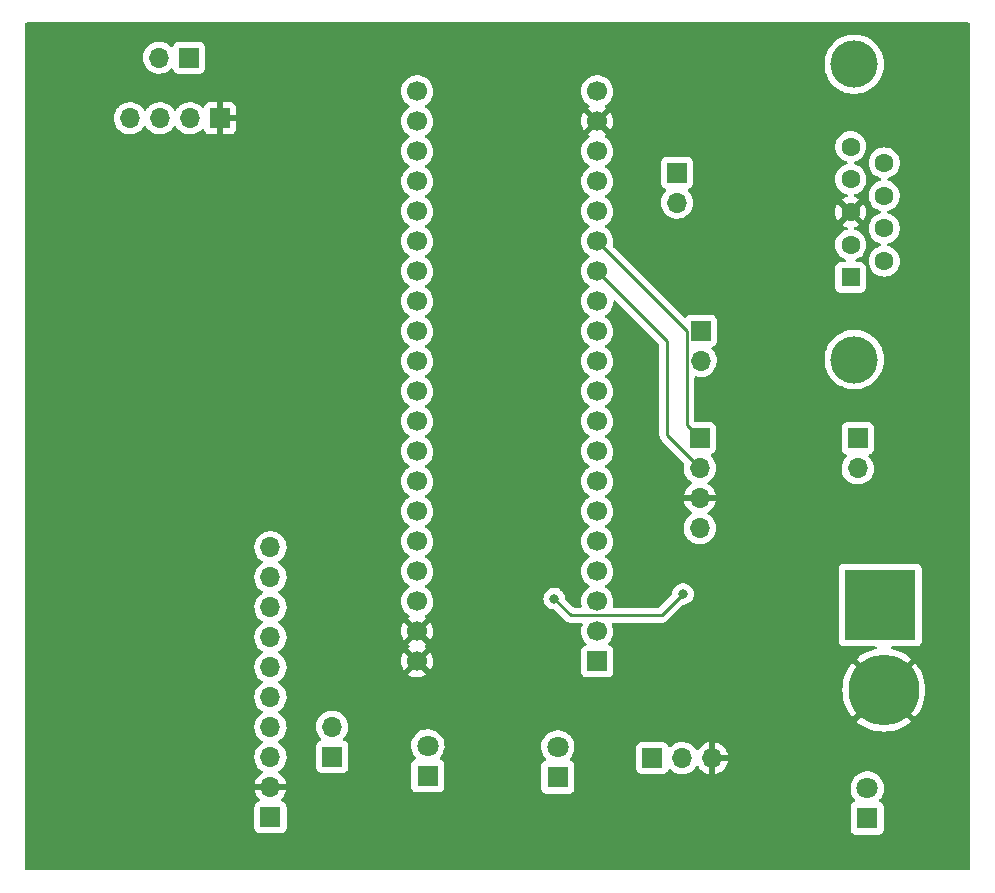
<source format=gbr>
%TF.GenerationSoftware,KiCad,Pcbnew,(6.0.6-0)*%
%TF.CreationDate,2022-07-18T23:44:10+05:30*%
%TF.ProjectId,GPS_INS_PCB,4750535f-494e-4535-9f50-43422e6b6963,rev?*%
%TF.SameCoordinates,Original*%
%TF.FileFunction,Copper,L2,Bot*%
%TF.FilePolarity,Positive*%
%FSLAX46Y46*%
G04 Gerber Fmt 4.6, Leading zero omitted, Abs format (unit mm)*
G04 Created by KiCad (PCBNEW (6.0.6-0)) date 2022-07-18 23:44:10*
%MOMM*%
%LPD*%
G01*
G04 APERTURE LIST*
%TA.AperFunction,ComponentPad*%
%ADD10R,1.800000X1.800000*%
%TD*%
%TA.AperFunction,ComponentPad*%
%ADD11C,1.800000*%
%TD*%
%TA.AperFunction,ComponentPad*%
%ADD12R,1.700000X1.700000*%
%TD*%
%TA.AperFunction,ComponentPad*%
%ADD13O,1.700000X1.700000*%
%TD*%
%TA.AperFunction,ComponentPad*%
%ADD14R,6.000000X6.000000*%
%TD*%
%TA.AperFunction,ComponentPad*%
%ADD15C,6.000000*%
%TD*%
%TA.AperFunction,ComponentPad*%
%ADD16C,1.700000*%
%TD*%
%TA.AperFunction,ComponentPad*%
%ADD17C,4.000000*%
%TD*%
%TA.AperFunction,ComponentPad*%
%ADD18R,1.600000X1.600000*%
%TD*%
%TA.AperFunction,ComponentPad*%
%ADD19C,1.600000*%
%TD*%
%TA.AperFunction,ViaPad*%
%ADD20C,0.800000*%
%TD*%
%TA.AperFunction,Conductor*%
%ADD21C,0.254000*%
%TD*%
G04 APERTURE END LIST*
D10*
%TO.P,D3,1,K*%
%TO.N,Net-(D3-Pad1)*%
X174700000Y-106275000D03*
D11*
%TO.P,D3,2,A*%
%TO.N,+5V*%
X174700000Y-103735000D03*
%TD*%
D12*
%TO.P,120R JP,1,A*%
%TO.N,Net-(JP1-Pad1)*%
X158600000Y-51625000D03*
D13*
%TO.P,120R JP,2,B*%
%TO.N,CANL*%
X158600000Y-54165000D03*
%TD*%
D14*
%TO.P,Q1,1,1*%
%TO.N,+5V*%
X175800000Y-88237500D03*
D15*
%TO.P,Q1,2,2*%
%TO.N,GND*%
X176105000Y-95437500D03*
%TD*%
D13*
%TO.P,J9,2,Pin_2*%
%TO.N,IMU_SDA*%
X129400000Y-98535000D03*
D12*
%TO.P,J9,1,Pin_1*%
%TO.N,IMU_SCL*%
X129400000Y-101075000D03*
%TD*%
%TO.P,J8,1,Pin_1*%
%TO.N,CAN_TX*%
X160600000Y-65025000D03*
D13*
%TO.P,J8,2,Pin_2*%
%TO.N,CAN_RX*%
X160600000Y-67565000D03*
%TD*%
D12*
%TO.P,J3,1,Pin_1*%
%TO.N,BMP180_SDA*%
X173900000Y-74125000D03*
D13*
%TO.P,J3,2,Pin_2*%
%TO.N,BMP180_SCL*%
X173900000Y-76665000D03*
%TD*%
%TO.P,J2,2,Pin_2*%
%TO.N,GPS_RX*%
X114735000Y-41900000D03*
D12*
%TO.P,J2,1,Pin_1*%
%TO.N,GPS_TX*%
X117275000Y-41900000D03*
%TD*%
%TO.P,J1,1,Pin_1*%
%TO.N,Net-(J1-Pad1)*%
X156500000Y-101200000D03*
D13*
%TO.P,J1,2,Pin_2*%
%TO.N,Net-(J1-Pad2)*%
X159040000Y-101200000D03*
%TO.P,J1,3,Pin_3*%
%TO.N,GND*%
X161580000Y-101200000D03*
%TD*%
D10*
%TO.P,D2,1,K*%
%TO.N,Net-(D2-Pad1)*%
X137500000Y-102700000D03*
D11*
%TO.P,D2,2,A*%
%TO.N,Net-(U2-Pad2)*%
X137500000Y-100160000D03*
%TD*%
D10*
%TO.P,D1,1,K*%
%TO.N,Net-(D1-Pad1)*%
X148500000Y-102800000D03*
D11*
%TO.P,D1,2,A*%
%TO.N,Net-(U2-Pad1)*%
X148500000Y-100260000D03*
%TD*%
D16*
%TO.P,U2,40,GND*%
%TO.N,GND*%
X136600000Y-93000000D03*
D12*
%TO.P,U2,1,PB12*%
%TO.N,Net-(U2-Pad1)*%
X151840000Y-93000000D03*
D16*
%TO.P,U2,39,GND*%
%TO.N,GND*%
X136600000Y-90460000D03*
%TO.P,U2,2,PB13*%
%TO.N,Net-(U2-Pad2)*%
X151840000Y-90460000D03*
%TO.P,U2,38,3V3*%
%TO.N,+3V3*%
X136600000Y-87920000D03*
%TO.P,U2,3,PB14*%
%TO.N,unconnected-(U2-Pad3)*%
X151840000Y-87920000D03*
%TO.P,U2,37,RST*%
%TO.N,unconnected-(U2-Pad37)*%
X136600000Y-85380000D03*
%TO.P,U2,4,PB15*%
%TO.N,unconnected-(U2-Pad4)*%
X151840000Y-85380000D03*
%TO.P,U2,36,PB11*%
%TO.N,IMU_SDA*%
X136600000Y-82840000D03*
%TO.P,U2,5,PA8*%
%TO.N,unconnected-(U2-Pad5)*%
X151840000Y-82840000D03*
%TO.P,U2,35,PB10*%
%TO.N,IMU_SCL*%
X136600000Y-80300000D03*
%TO.P,U2,6,PA9*%
%TO.N,Net-(J1-Pad1)*%
X151840000Y-80300000D03*
%TO.P,U2,34,PB1*%
%TO.N,unconnected-(U2-Pad34)*%
X136600000Y-77760000D03*
%TO.P,U2,7,PA10*%
%TO.N,Net-(J1-Pad2)*%
X151840000Y-77760000D03*
%TO.P,U2,33,PB0*%
%TO.N,unconnected-(U2-Pad33)*%
X136600000Y-75220000D03*
%TO.P,U2,8,PA11*%
%TO.N,CAN_RX*%
X151840000Y-75220000D03*
%TO.P,U2,32,PA7*%
%TO.N,unconnected-(U2-Pad32)*%
X136600000Y-72680000D03*
%TO.P,U2,9,PA12*%
%TO.N,CAN_TX*%
X151840000Y-72680000D03*
%TO.P,U2,31,PA6*%
%TO.N,unconnected-(U2-Pad31)*%
X136600000Y-70140000D03*
%TO.P,U2,10,PA15*%
%TO.N,unconnected-(U2-Pad10)*%
X151840000Y-70140000D03*
%TO.P,U2,30,PA5*%
%TO.N,unconnected-(U2-Pad30)*%
X136600000Y-67600000D03*
%TO.P,U2,11,PB3*%
%TO.N,unconnected-(U2-Pad11)*%
X151840000Y-67600000D03*
%TO.P,U2,29,PA4*%
%TO.N,unconnected-(U2-Pad29)*%
X136600000Y-65060000D03*
%TO.P,U2,12,PB4*%
%TO.N,unconnected-(U2-Pad12)*%
X151840000Y-65060000D03*
%TO.P,U2,28,PA3*%
%TO.N,GPS_TX*%
X136600000Y-62520000D03*
%TO.P,U2,13,PB5*%
%TO.N,unconnected-(U2-Pad13)*%
X151840000Y-62520000D03*
%TO.P,U2,27,PA2*%
%TO.N,GPS_RX*%
X136600000Y-59980000D03*
%TO.P,U2,14,PB6*%
%TO.N,BMP180_SCL*%
X151840000Y-59980000D03*
%TO.P,U2,26,PA1*%
%TO.N,unconnected-(U2-Pad26)*%
X136600000Y-57440000D03*
%TO.P,U2,15,PB7*%
%TO.N,BMP180_SDA*%
X151840000Y-57440000D03*
%TO.P,U2,25,PA0*%
%TO.N,unconnected-(U2-Pad25)*%
X136600000Y-54900000D03*
%TO.P,U2,16,PB8*%
%TO.N,unconnected-(U2-Pad16)*%
X151840000Y-54900000D03*
%TO.P,U2,24,PC15*%
%TO.N,unconnected-(U2-Pad24)*%
X136600000Y-52360000D03*
%TO.P,U2,17,PB9*%
%TO.N,unconnected-(U2-Pad17)*%
X151840000Y-52360000D03*
%TO.P,U2,23,PC14*%
%TO.N,unconnected-(U2-Pad23)*%
X136600000Y-49820000D03*
%TO.P,U2,18,5V*%
%TO.N,unconnected-(U2-Pad18)*%
X151840000Y-49820000D03*
%TO.P,U2,22,PC13*%
%TO.N,unconnected-(U2-Pad22)*%
X136600000Y-47280000D03*
%TO.P,U2,19,GND*%
%TO.N,GND*%
X151840000Y-47280000D03*
%TO.P,U2,21,VBat*%
%TO.N,unconnected-(U2-Pad21)*%
X136600000Y-44740000D03*
%TO.P,U2,20,3V3*%
%TO.N,+3V3*%
X151840000Y-44740000D03*
%TD*%
D17*
%TO.P,J7,0,PAD*%
%TO.N,unconnected-(J7-Pad0)*%
X173600000Y-67460000D03*
X173600000Y-42460000D03*
D18*
%TO.P,J7,1,1*%
%TO.N,unconnected-(J7-Pad1)*%
X173300000Y-60500000D03*
D19*
%TO.P,J7,2,2*%
%TO.N,CANL*%
X173300000Y-57730000D03*
%TO.P,J7,3,3*%
%TO.N,GND*%
X173300000Y-54960000D03*
%TO.P,J7,4,4*%
%TO.N,unconnected-(J7-Pad4)*%
X173300000Y-52190000D03*
%TO.P,J7,5,5*%
%TO.N,unconnected-(J7-Pad5)*%
X173300000Y-49420000D03*
%TO.P,J7,6,6*%
%TO.N,unconnected-(J7-Pad6)*%
X176140000Y-59115000D03*
%TO.P,J7,7,7*%
%TO.N,CANH*%
X176140000Y-56345000D03*
%TO.P,J7,8,8*%
%TO.N,unconnected-(J7-Pad8)*%
X176140000Y-53575000D03*
%TO.P,J7,9,9*%
%TO.N,unconnected-(J7-Pad9)*%
X176140000Y-50805000D03*
%TD*%
D13*
%TO.P,J6,10,Pin_10*%
%TO.N,unconnected-(J6-Pad10)*%
X124175000Y-83340000D03*
%TO.P,J6,9,Pin_9*%
%TO.N,unconnected-(J6-Pad9)*%
X124175000Y-85880000D03*
%TO.P,J6,8,Pin_8*%
%TO.N,unconnected-(J6-Pad8)*%
X124175000Y-88420000D03*
%TO.P,J6,7,Pin_7*%
%TO.N,unconnected-(J6-Pad7)*%
X124175000Y-90960000D03*
%TO.P,J6,6,Pin_6*%
%TO.N,unconnected-(J6-Pad6)*%
X124175000Y-93500000D03*
%TO.P,J6,5,Pin_5*%
%TO.N,unconnected-(J6-Pad5)*%
X124175000Y-96040000D03*
%TO.P,J6,4,Pin_4*%
%TO.N,IMU_SDA*%
X124175000Y-98580000D03*
%TO.P,J6,3,Pin_3*%
%TO.N,IMU_SCL*%
X124175000Y-101120000D03*
%TO.P,J6,2,Pin_2*%
%TO.N,GND*%
X124175000Y-103660000D03*
D12*
%TO.P,J6,1,Pin_1*%
%TO.N,+3V3*%
X124175000Y-106200000D03*
%TD*%
%TO.P,J5,1,Pin_1*%
%TO.N,GND*%
X119900000Y-47025000D03*
D13*
%TO.P,J5,2,Pin_2*%
%TO.N,GPS_TX*%
X117360000Y-47025000D03*
%TO.P,J5,3,Pin_3*%
%TO.N,GPS_RX*%
X114820000Y-47025000D03*
%TO.P,J5,4,Pin_4*%
%TO.N,+3V3*%
X112280000Y-47025000D03*
%TD*%
D12*
%TO.P,J4,1,Pin_1*%
%TO.N,BMP180_SDA*%
X160525000Y-74100000D03*
D13*
%TO.P,J4,2,Pin_2*%
%TO.N,BMP180_SCL*%
X160525000Y-76640000D03*
%TO.P,J4,3,Pin_3*%
%TO.N,GND*%
X160525000Y-79180000D03*
%TO.P,J4,4,Pin_4*%
%TO.N,+3V3*%
X160525000Y-81720000D03*
%TD*%
D20*
%TO.N,+3V3*%
X148200000Y-87700000D03*
X159100000Y-87300000D03*
%TO.N,GND*%
X161600000Y-105900000D03*
X170300000Y-95400000D03*
X168100000Y-68200000D03*
X159700000Y-57300000D03*
X163700000Y-58600000D03*
X169300000Y-53200000D03*
%TD*%
D21*
%TO.N,+3V3*%
X157303000Y-89097000D02*
X149597000Y-89097000D01*
X149597000Y-89097000D02*
X148200000Y-87700000D01*
X159100000Y-87300000D02*
X157303000Y-89097000D01*
%TO.N,BMP180_SCL*%
X160525000Y-76640000D02*
X157746449Y-73861449D01*
X157746449Y-73861449D02*
X157746449Y-65886449D01*
X157746449Y-65886449D02*
X151840000Y-59980000D01*
%TO.N,BMP180_SDA*%
X160525000Y-74100000D02*
X159423000Y-72998000D01*
X159423000Y-72998000D02*
X159423000Y-65023000D01*
X159423000Y-65023000D02*
X151840000Y-57440000D01*
%TD*%
%TA.AperFunction,Conductor*%
%TO.N,GND*%
G36*
X183333621Y-38928502D02*
G01*
X183380114Y-38982158D01*
X183391500Y-39034500D01*
X183391500Y-110565500D01*
X183371498Y-110633621D01*
X183317842Y-110680114D01*
X183265500Y-110691500D01*
X103534500Y-110691500D01*
X103466379Y-110671498D01*
X103419886Y-110617842D01*
X103408500Y-110565500D01*
X103408500Y-107098134D01*
X122816500Y-107098134D01*
X122823255Y-107160316D01*
X122874385Y-107296705D01*
X122961739Y-107413261D01*
X123078295Y-107500615D01*
X123214684Y-107551745D01*
X123276866Y-107558500D01*
X125073134Y-107558500D01*
X125135316Y-107551745D01*
X125271705Y-107500615D01*
X125388261Y-107413261D01*
X125475615Y-107296705D01*
X125526745Y-107160316D01*
X125533500Y-107098134D01*
X125533500Y-105301866D01*
X125526745Y-105239684D01*
X125475615Y-105103295D01*
X125388261Y-104986739D01*
X125271705Y-104899385D01*
X125202003Y-104873255D01*
X125152687Y-104854767D01*
X125095923Y-104812125D01*
X125071223Y-104745564D01*
X125086430Y-104676215D01*
X125107977Y-104647535D01*
X125209052Y-104546812D01*
X125215730Y-104538965D01*
X125340003Y-104366020D01*
X125345313Y-104357183D01*
X125439670Y-104166267D01*
X125443469Y-104156672D01*
X125505377Y-103952910D01*
X125507555Y-103942837D01*
X125508986Y-103931962D01*
X125506775Y-103917778D01*
X125493617Y-103914000D01*
X122858225Y-103914000D01*
X122844694Y-103917973D01*
X122843257Y-103927966D01*
X122873565Y-104062446D01*
X122876645Y-104072275D01*
X122956770Y-104269603D01*
X122961413Y-104278794D01*
X123072694Y-104460388D01*
X123078777Y-104468699D01*
X123218213Y-104629667D01*
X123225577Y-104636879D01*
X123230522Y-104640985D01*
X123270156Y-104699889D01*
X123271653Y-104770870D01*
X123234537Y-104831392D01*
X123194264Y-104855910D01*
X123086705Y-104896232D01*
X123086704Y-104896233D01*
X123078295Y-104899385D01*
X122961739Y-104986739D01*
X122874385Y-105103295D01*
X122823255Y-105239684D01*
X122816500Y-105301866D01*
X122816500Y-107098134D01*
X103408500Y-107098134D01*
X103408500Y-101086695D01*
X122812251Y-101086695D01*
X122812548Y-101091848D01*
X122812548Y-101091851D01*
X122821061Y-101239494D01*
X122825110Y-101309715D01*
X122826247Y-101314761D01*
X122826248Y-101314767D01*
X122848392Y-101413023D01*
X122874222Y-101527639D01*
X122958266Y-101734616D01*
X122960965Y-101739020D01*
X123061409Y-101902930D01*
X123074987Y-101925088D01*
X123221250Y-102093938D01*
X123393126Y-102236632D01*
X123405379Y-102243792D01*
X123466955Y-102279774D01*
X123515679Y-102331412D01*
X123528750Y-102401195D01*
X123502019Y-102466967D01*
X123461562Y-102500327D01*
X123453457Y-102504546D01*
X123444738Y-102510036D01*
X123274433Y-102637905D01*
X123266726Y-102644748D01*
X123119590Y-102798717D01*
X123113104Y-102806727D01*
X122993098Y-102982649D01*
X122988000Y-102991623D01*
X122898338Y-103184783D01*
X122894775Y-103194470D01*
X122839389Y-103394183D01*
X122840912Y-103402607D01*
X122853292Y-103406000D01*
X125493344Y-103406000D01*
X125506875Y-103402027D01*
X125508180Y-103392947D01*
X125466214Y-103225875D01*
X125462894Y-103216124D01*
X125377972Y-103020814D01*
X125373105Y-103011739D01*
X125257426Y-102832926D01*
X125251136Y-102824757D01*
X125107806Y-102667240D01*
X125100273Y-102660215D01*
X124933139Y-102528222D01*
X124924556Y-102522520D01*
X124887602Y-102502120D01*
X124837631Y-102451687D01*
X124822859Y-102382245D01*
X124847975Y-102315839D01*
X124875327Y-102289232D01*
X124942703Y-102241173D01*
X125054860Y-102161173D01*
X125213096Y-102003489D01*
X125272594Y-101920689D01*
X125340435Y-101826277D01*
X125343453Y-101822077D01*
X125363120Y-101782285D01*
X125440136Y-101626453D01*
X125440137Y-101626451D01*
X125442430Y-101621811D01*
X125491633Y-101459865D01*
X125505865Y-101413023D01*
X125505865Y-101413021D01*
X125507370Y-101408069D01*
X125536529Y-101186590D01*
X125537527Y-101145754D01*
X125538074Y-101123365D01*
X125538074Y-101123361D01*
X125538156Y-101120000D01*
X125519852Y-100897361D01*
X125465431Y-100680702D01*
X125376354Y-100475840D01*
X125283532Y-100332359D01*
X125257822Y-100292617D01*
X125257820Y-100292614D01*
X125255014Y-100288277D01*
X125104670Y-100123051D01*
X125100619Y-100119852D01*
X125100615Y-100119848D01*
X124933414Y-99987800D01*
X124933410Y-99987798D01*
X124929359Y-99984598D01*
X124888053Y-99961796D01*
X124838084Y-99911364D01*
X124823312Y-99841921D01*
X124848428Y-99775516D01*
X124875780Y-99748909D01*
X124937993Y-99704533D01*
X125054860Y-99621173D01*
X125114342Y-99561899D01*
X125153651Y-99522727D01*
X125213096Y-99463489D01*
X125248448Y-99414292D01*
X125340435Y-99286277D01*
X125343453Y-99282077D01*
X125363618Y-99241277D01*
X125440136Y-99086453D01*
X125440137Y-99086451D01*
X125442430Y-99081811D01*
X125499625Y-98893562D01*
X125505865Y-98873023D01*
X125505865Y-98873021D01*
X125507370Y-98868069D01*
X125536529Y-98646590D01*
X125536611Y-98643240D01*
X125538074Y-98583365D01*
X125538074Y-98583361D01*
X125538156Y-98580000D01*
X125531718Y-98501695D01*
X128037251Y-98501695D01*
X128037548Y-98506848D01*
X128037548Y-98506851D01*
X128043011Y-98601590D01*
X128050110Y-98724715D01*
X128051247Y-98729761D01*
X128051248Y-98729767D01*
X128071119Y-98817939D01*
X128099222Y-98942639D01*
X128183266Y-99149616D01*
X128299987Y-99340088D01*
X128446250Y-99508938D01*
X128450230Y-99512242D01*
X128454981Y-99516187D01*
X128494616Y-99575090D01*
X128496113Y-99646071D01*
X128458997Y-99706593D01*
X128418725Y-99731112D01*
X128371252Y-99748909D01*
X128303295Y-99774385D01*
X128186739Y-99861739D01*
X128099385Y-99978295D01*
X128048255Y-100114684D01*
X128041500Y-100176866D01*
X128041500Y-101973134D01*
X128048255Y-102035316D01*
X128099385Y-102171705D01*
X128186739Y-102288261D01*
X128303295Y-102375615D01*
X128439684Y-102426745D01*
X128501866Y-102433500D01*
X130298134Y-102433500D01*
X130360316Y-102426745D01*
X130496705Y-102375615D01*
X130613261Y-102288261D01*
X130700615Y-102171705D01*
X130751745Y-102035316D01*
X130758500Y-101973134D01*
X130758500Y-100176866D01*
X130752917Y-100125469D01*
X136087095Y-100125469D01*
X136087392Y-100130622D01*
X136087392Y-100130625D01*
X136094852Y-100260000D01*
X136100427Y-100356697D01*
X136101564Y-100361743D01*
X136101565Y-100361749D01*
X136132160Y-100497509D01*
X136151346Y-100582642D01*
X136153288Y-100587424D01*
X136153289Y-100587428D01*
X136225749Y-100765875D01*
X136238484Y-100797237D01*
X136359501Y-100994719D01*
X136362882Y-100998622D01*
X136471304Y-101123788D01*
X136500786Y-101188373D01*
X136490671Y-101258646D01*
X136444170Y-101312294D01*
X136420296Y-101324267D01*
X136379679Y-101339494D01*
X136353295Y-101349385D01*
X136236739Y-101436739D01*
X136149385Y-101553295D01*
X136098255Y-101689684D01*
X136091500Y-101751866D01*
X136091500Y-103648134D01*
X136098255Y-103710316D01*
X136149385Y-103846705D01*
X136236739Y-103963261D01*
X136353295Y-104050615D01*
X136489684Y-104101745D01*
X136551866Y-104108500D01*
X138448134Y-104108500D01*
X138510316Y-104101745D01*
X138646705Y-104050615D01*
X138763261Y-103963261D01*
X138850615Y-103846705D01*
X138901745Y-103710316D01*
X138908500Y-103648134D01*
X138908500Y-101751866D01*
X138901745Y-101689684D01*
X138850615Y-101553295D01*
X138763261Y-101436739D01*
X138646705Y-101349385D01*
X138638296Y-101346233D01*
X138638295Y-101346232D01*
X138579804Y-101324305D01*
X138523039Y-101281664D01*
X138498339Y-101215103D01*
X138513546Y-101145754D01*
X138535093Y-101117073D01*
X138572636Y-101079660D01*
X138572640Y-101079655D01*
X138576303Y-101076005D01*
X138711458Y-100887917D01*
X138758641Y-100792450D01*
X138811784Y-100684922D01*
X138811785Y-100684920D01*
X138814078Y-100680280D01*
X138881408Y-100458671D01*
X138911640Y-100229041D01*
X138911727Y-100225469D01*
X147087095Y-100225469D01*
X147087392Y-100230622D01*
X147087392Y-100230625D01*
X147095109Y-100364457D01*
X147100427Y-100456697D01*
X147101564Y-100461743D01*
X147101565Y-100461749D01*
X147133741Y-100604523D01*
X147151346Y-100682642D01*
X147153288Y-100687424D01*
X147153289Y-100687428D01*
X147236496Y-100892342D01*
X147238484Y-100897237D01*
X147359501Y-101094719D01*
X147362882Y-101098622D01*
X147471304Y-101223788D01*
X147500786Y-101288373D01*
X147490671Y-101358646D01*
X147444170Y-101412294D01*
X147420296Y-101424267D01*
X147364515Y-101445179D01*
X147353295Y-101449385D01*
X147236739Y-101536739D01*
X147149385Y-101653295D01*
X147098255Y-101789684D01*
X147091500Y-101851866D01*
X147091500Y-103748134D01*
X147098255Y-103810316D01*
X147149385Y-103946705D01*
X147236739Y-104063261D01*
X147353295Y-104150615D01*
X147489684Y-104201745D01*
X147551866Y-104208500D01*
X149448134Y-104208500D01*
X149510316Y-104201745D01*
X149646705Y-104150615D01*
X149763261Y-104063261D01*
X149850615Y-103946705D01*
X149901745Y-103810316D01*
X149908500Y-103748134D01*
X149908500Y-103700469D01*
X173287095Y-103700469D01*
X173287392Y-103705622D01*
X173287392Y-103705625D01*
X173295941Y-103853891D01*
X173300427Y-103931697D01*
X173301564Y-103936743D01*
X173301565Y-103936749D01*
X173327226Y-104050615D01*
X173351346Y-104157642D01*
X173353288Y-104162424D01*
X173353289Y-104162428D01*
X173436540Y-104367450D01*
X173438484Y-104372237D01*
X173559501Y-104569719D01*
X173562882Y-104573622D01*
X173671304Y-104698788D01*
X173700786Y-104763373D01*
X173690671Y-104833646D01*
X173644170Y-104887294D01*
X173620296Y-104899267D01*
X173564515Y-104920179D01*
X173553295Y-104924385D01*
X173436739Y-105011739D01*
X173349385Y-105128295D01*
X173298255Y-105264684D01*
X173291500Y-105326866D01*
X173291500Y-107223134D01*
X173298255Y-107285316D01*
X173349385Y-107421705D01*
X173436739Y-107538261D01*
X173553295Y-107625615D01*
X173689684Y-107676745D01*
X173751866Y-107683500D01*
X175648134Y-107683500D01*
X175710316Y-107676745D01*
X175846705Y-107625615D01*
X175963261Y-107538261D01*
X176050615Y-107421705D01*
X176101745Y-107285316D01*
X176108500Y-107223134D01*
X176108500Y-105326866D01*
X176101745Y-105264684D01*
X176050615Y-105128295D01*
X175963261Y-105011739D01*
X175846705Y-104924385D01*
X175838296Y-104921233D01*
X175838295Y-104921232D01*
X175794385Y-104904771D01*
X175779804Y-104899305D01*
X175723039Y-104856664D01*
X175698339Y-104790103D01*
X175713546Y-104720754D01*
X175735093Y-104692073D01*
X175772636Y-104654660D01*
X175772640Y-104654655D01*
X175776303Y-104651005D01*
X175911458Y-104462917D01*
X175958641Y-104367450D01*
X176011784Y-104259922D01*
X176011785Y-104259920D01*
X176014078Y-104255280D01*
X176081408Y-104033671D01*
X176111640Y-103804041D01*
X176113327Y-103735000D01*
X176105904Y-103644717D01*
X176094773Y-103509318D01*
X176094772Y-103509312D01*
X176094349Y-103504167D01*
X176037925Y-103279533D01*
X176035866Y-103274797D01*
X175947630Y-103071868D01*
X175947628Y-103071865D01*
X175945570Y-103067131D01*
X175819764Y-102872665D01*
X175663887Y-102701358D01*
X175659836Y-102698159D01*
X175659832Y-102698155D01*
X175486177Y-102561011D01*
X175486172Y-102561008D01*
X175482123Y-102557810D01*
X175477607Y-102555317D01*
X175477604Y-102555315D01*
X175283879Y-102448373D01*
X175283875Y-102448371D01*
X175279355Y-102445876D01*
X175274486Y-102444152D01*
X175274482Y-102444150D01*
X175065903Y-102370288D01*
X175065899Y-102370287D01*
X175061028Y-102368562D01*
X175055935Y-102367655D01*
X175055932Y-102367654D01*
X174838095Y-102328851D01*
X174838089Y-102328850D01*
X174833006Y-102327945D01*
X174760096Y-102327054D01*
X174606581Y-102325179D01*
X174606579Y-102325179D01*
X174601411Y-102325116D01*
X174372464Y-102360150D01*
X174152314Y-102432106D01*
X174147726Y-102434494D01*
X174147722Y-102434496D01*
X173959729Y-102532359D01*
X173946872Y-102539052D01*
X173942739Y-102542155D01*
X173942736Y-102542157D01*
X173765790Y-102675012D01*
X173761655Y-102678117D01*
X173758083Y-102681855D01*
X173621523Y-102824757D01*
X173601639Y-102845564D01*
X173598725Y-102849836D01*
X173598724Y-102849837D01*
X173583152Y-102872665D01*
X173471119Y-103036899D01*
X173373602Y-103246981D01*
X173311707Y-103470169D01*
X173287095Y-103700469D01*
X149908500Y-103700469D01*
X149908500Y-102098134D01*
X155141500Y-102098134D01*
X155148255Y-102160316D01*
X155199385Y-102296705D01*
X155286739Y-102413261D01*
X155403295Y-102500615D01*
X155539684Y-102551745D01*
X155601866Y-102558500D01*
X157398134Y-102558500D01*
X157460316Y-102551745D01*
X157596705Y-102500615D01*
X157713261Y-102413261D01*
X157800615Y-102296705D01*
X157822799Y-102237529D01*
X157844598Y-102179382D01*
X157887240Y-102122618D01*
X157953802Y-102097918D01*
X158023150Y-102113126D01*
X158057817Y-102141114D01*
X158086250Y-102173938D01*
X158258126Y-102316632D01*
X158451000Y-102429338D01*
X158455825Y-102431180D01*
X158455826Y-102431181D01*
X158509526Y-102451687D01*
X158659692Y-102509030D01*
X158664760Y-102510061D01*
X158664763Y-102510062D01*
X158754023Y-102528222D01*
X158878597Y-102553567D01*
X158883772Y-102553757D01*
X158883774Y-102553757D01*
X159096673Y-102561564D01*
X159096677Y-102561564D01*
X159101837Y-102561753D01*
X159106957Y-102561097D01*
X159106959Y-102561097D01*
X159318288Y-102534025D01*
X159318289Y-102534025D01*
X159323416Y-102533368D01*
X159328366Y-102531883D01*
X159532429Y-102470661D01*
X159532434Y-102470659D01*
X159537384Y-102469174D01*
X159737994Y-102370896D01*
X159919860Y-102241173D01*
X159927734Y-102233327D01*
X160064297Y-102097240D01*
X160078096Y-102083489D01*
X160208453Y-101902077D01*
X160209640Y-101902930D01*
X160256960Y-101859362D01*
X160326897Y-101847145D01*
X160392338Y-101874678D01*
X160420166Y-101906511D01*
X160477694Y-102000388D01*
X160483777Y-102008699D01*
X160623213Y-102169667D01*
X160630580Y-102176883D01*
X160794434Y-102312916D01*
X160802881Y-102318831D01*
X160986756Y-102426279D01*
X160996042Y-102430729D01*
X161195001Y-102506703D01*
X161204899Y-102509579D01*
X161308250Y-102530606D01*
X161322299Y-102529410D01*
X161326000Y-102519065D01*
X161326000Y-102518517D01*
X161834000Y-102518517D01*
X161838064Y-102532359D01*
X161851478Y-102534393D01*
X161858184Y-102533534D01*
X161868262Y-102531392D01*
X162072255Y-102470191D01*
X162081842Y-102466433D01*
X162273095Y-102372739D01*
X162281945Y-102367464D01*
X162455328Y-102243792D01*
X162463200Y-102237139D01*
X162614052Y-102086812D01*
X162620730Y-102078965D01*
X162745003Y-101906020D01*
X162750313Y-101897183D01*
X162844670Y-101706267D01*
X162848469Y-101696672D01*
X162910377Y-101492910D01*
X162912555Y-101482837D01*
X162913986Y-101471962D01*
X162911775Y-101457778D01*
X162898617Y-101454000D01*
X161852115Y-101454000D01*
X161836876Y-101458475D01*
X161835671Y-101459865D01*
X161834000Y-101467548D01*
X161834000Y-102518517D01*
X161326000Y-102518517D01*
X161326000Y-100927885D01*
X161834000Y-100927885D01*
X161838475Y-100943124D01*
X161839865Y-100944329D01*
X161847548Y-100946000D01*
X162898344Y-100946000D01*
X162911875Y-100942027D01*
X162913180Y-100932947D01*
X162871214Y-100765875D01*
X162867894Y-100756124D01*
X162782972Y-100560814D01*
X162778105Y-100551739D01*
X162662426Y-100372926D01*
X162656136Y-100364757D01*
X162512806Y-100207240D01*
X162505273Y-100200215D01*
X162338139Y-100068222D01*
X162329552Y-100062517D01*
X162143117Y-99959599D01*
X162133705Y-99955369D01*
X161932959Y-99884280D01*
X161922988Y-99881646D01*
X161851837Y-99868972D01*
X161838540Y-99870432D01*
X161834000Y-99884989D01*
X161834000Y-100927885D01*
X161326000Y-100927885D01*
X161326000Y-99883102D01*
X161322082Y-99869758D01*
X161307806Y-99867771D01*
X161269324Y-99873660D01*
X161259288Y-99876051D01*
X161056868Y-99942212D01*
X161047359Y-99946209D01*
X160858463Y-100044542D01*
X160849738Y-100050036D01*
X160679433Y-100177905D01*
X160671726Y-100184748D01*
X160524590Y-100338717D01*
X160518109Y-100346722D01*
X160413498Y-100500074D01*
X160358587Y-100545076D01*
X160288062Y-100553247D01*
X160224315Y-100521993D01*
X160203618Y-100497509D01*
X160122822Y-100372617D01*
X160122820Y-100372614D01*
X160120014Y-100368277D01*
X159969670Y-100203051D01*
X159965619Y-100199852D01*
X159965615Y-100199848D01*
X159798414Y-100067800D01*
X159798410Y-100067798D01*
X159794359Y-100064598D01*
X159758028Y-100044542D01*
X159721098Y-100024156D01*
X159598789Y-99956638D01*
X159593920Y-99954914D01*
X159593916Y-99954912D01*
X159393087Y-99883795D01*
X159393083Y-99883794D01*
X159388212Y-99882069D01*
X159383119Y-99881162D01*
X159383116Y-99881161D01*
X159173373Y-99843800D01*
X159173367Y-99843799D01*
X159168284Y-99842894D01*
X159094452Y-99841992D01*
X158950081Y-99840228D01*
X158950079Y-99840228D01*
X158944911Y-99840165D01*
X158724091Y-99873955D01*
X158511756Y-99943357D01*
X158313607Y-100046507D01*
X158309474Y-100049610D01*
X158309471Y-100049612D01*
X158139100Y-100177530D01*
X158134965Y-100180635D01*
X158055907Y-100263365D01*
X158054283Y-100265064D01*
X157992759Y-100300494D01*
X157921846Y-100297037D01*
X157864060Y-100255791D01*
X157845207Y-100222243D01*
X157803767Y-100111703D01*
X157800615Y-100103295D01*
X157713261Y-99986739D01*
X157596705Y-99899385D01*
X157460316Y-99848255D01*
X157404440Y-99842185D01*
X157401531Y-99841869D01*
X157398134Y-99841500D01*
X155601866Y-99841500D01*
X155598469Y-99841869D01*
X155595560Y-99842185D01*
X155539684Y-99848255D01*
X155403295Y-99899385D01*
X155286739Y-99986739D01*
X155199385Y-100103295D01*
X155148255Y-100239684D01*
X155141500Y-100301866D01*
X155141500Y-102098134D01*
X149908500Y-102098134D01*
X149908500Y-101851866D01*
X149901745Y-101789684D01*
X149850615Y-101653295D01*
X149763261Y-101536739D01*
X149646705Y-101449385D01*
X149638296Y-101446233D01*
X149638295Y-101446232D01*
X149579804Y-101424305D01*
X149523039Y-101381664D01*
X149498339Y-101315103D01*
X149513546Y-101245754D01*
X149535093Y-101217073D01*
X149572636Y-101179660D01*
X149572640Y-101179655D01*
X149576303Y-101176005D01*
X149711458Y-100987917D01*
X149733001Y-100944329D01*
X149811784Y-100784922D01*
X149811785Y-100784920D01*
X149814078Y-100780280D01*
X149881408Y-100558671D01*
X149911640Y-100329041D01*
X149912636Y-100288277D01*
X149913245Y-100263365D01*
X149913245Y-100263361D01*
X149913327Y-100260000D01*
X149905382Y-100163365D01*
X149894773Y-100034318D01*
X149894772Y-100034312D01*
X149894349Y-100029167D01*
X149857173Y-99881161D01*
X149839184Y-99809544D01*
X149839183Y-99809540D01*
X149837925Y-99804533D01*
X149835866Y-99799797D01*
X149747630Y-99596868D01*
X149747628Y-99596865D01*
X149745570Y-99592131D01*
X149619764Y-99397665D01*
X149611871Y-99388990D01*
X149504111Y-99270564D01*
X149463887Y-99226358D01*
X149459836Y-99223159D01*
X149459832Y-99223155D01*
X149286177Y-99086011D01*
X149286172Y-99086008D01*
X149282123Y-99082810D01*
X149277607Y-99080317D01*
X149277604Y-99080315D01*
X149083879Y-98973373D01*
X149083875Y-98973371D01*
X149079355Y-98970876D01*
X149074486Y-98969152D01*
X149074482Y-98969150D01*
X148865903Y-98895288D01*
X148865899Y-98895287D01*
X148861028Y-98893562D01*
X148855935Y-98892655D01*
X148855932Y-98892654D01*
X148638095Y-98853851D01*
X148638089Y-98853850D01*
X148633006Y-98852945D01*
X148560096Y-98852054D01*
X148406581Y-98850179D01*
X148406579Y-98850179D01*
X148401411Y-98850116D01*
X148172464Y-98885150D01*
X147952314Y-98957106D01*
X147947726Y-98959494D01*
X147947722Y-98959496D01*
X147790284Y-99041453D01*
X147746872Y-99064052D01*
X147742739Y-99067155D01*
X147742736Y-99067157D01*
X147565790Y-99200012D01*
X147561655Y-99203117D01*
X147500772Y-99266827D01*
X147430763Y-99340088D01*
X147401639Y-99370564D01*
X147398725Y-99374836D01*
X147398724Y-99374837D01*
X147383152Y-99397665D01*
X147271119Y-99561899D01*
X147173602Y-99771981D01*
X147111707Y-99995169D01*
X147087095Y-100225469D01*
X138911727Y-100225469D01*
X138912275Y-100203051D01*
X138913245Y-100163365D01*
X138913245Y-100163361D01*
X138913327Y-100160000D01*
X138905747Y-100067800D01*
X138894773Y-99934318D01*
X138894772Y-99934312D01*
X138894349Y-99929167D01*
X138859673Y-99791114D01*
X138839184Y-99709544D01*
X138839183Y-99709540D01*
X138837925Y-99704533D01*
X138835866Y-99699797D01*
X138747630Y-99496868D01*
X138747628Y-99496865D01*
X138745570Y-99492131D01*
X138619764Y-99297665D01*
X138463887Y-99126358D01*
X138459836Y-99123159D01*
X138459832Y-99123155D01*
X138286177Y-98986011D01*
X138286172Y-98986008D01*
X138282123Y-98982810D01*
X138277607Y-98980317D01*
X138277604Y-98980315D01*
X138083879Y-98873373D01*
X138083875Y-98873371D01*
X138079355Y-98870876D01*
X138074486Y-98869152D01*
X138074482Y-98869150D01*
X137865903Y-98795288D01*
X137865899Y-98795287D01*
X137861028Y-98793562D01*
X137855935Y-98792655D01*
X137855932Y-98792654D01*
X137638095Y-98753851D01*
X137638089Y-98753850D01*
X137633006Y-98752945D01*
X137560096Y-98752054D01*
X137406581Y-98750179D01*
X137406579Y-98750179D01*
X137401411Y-98750116D01*
X137172464Y-98785150D01*
X136952314Y-98857106D01*
X136947726Y-98859494D01*
X136947722Y-98859496D01*
X136788006Y-98942639D01*
X136746872Y-98964052D01*
X136742739Y-98967155D01*
X136742736Y-98967157D01*
X136588701Y-99082810D01*
X136561655Y-99103117D01*
X136401639Y-99270564D01*
X136398725Y-99274836D01*
X136398724Y-99274837D01*
X136383152Y-99297665D01*
X136271119Y-99461899D01*
X136173602Y-99671981D01*
X136111707Y-99895169D01*
X136087095Y-100125469D01*
X130752917Y-100125469D01*
X130751745Y-100114684D01*
X130700615Y-99978295D01*
X130613261Y-99861739D01*
X130496705Y-99774385D01*
X130484132Y-99769672D01*
X130378203Y-99729960D01*
X130321439Y-99687318D01*
X130296739Y-99620756D01*
X130311947Y-99551408D01*
X130333493Y-99522727D01*
X130351251Y-99505031D01*
X130438096Y-99418489D01*
X130453060Y-99397665D01*
X130565435Y-99241277D01*
X130568453Y-99237077D01*
X130589439Y-99194616D01*
X130665136Y-99041453D01*
X130665137Y-99041451D01*
X130667430Y-99036811D01*
X130716876Y-98874067D01*
X130730865Y-98828023D01*
X130730865Y-98828021D01*
X130732370Y-98823069D01*
X130761529Y-98601590D01*
X130762057Y-98580000D01*
X130763074Y-98538365D01*
X130763074Y-98538361D01*
X130763156Y-98535000D01*
X130744852Y-98312361D01*
X130690431Y-98095702D01*
X130689120Y-98092686D01*
X173814960Y-98092686D01*
X173822418Y-98103054D01*
X174037662Y-98277354D01*
X174042984Y-98281221D01*
X174345823Y-98477887D01*
X174351532Y-98481183D01*
X174673275Y-98645120D01*
X174679286Y-98647796D01*
X175016395Y-98777200D01*
X175022672Y-98779240D01*
X175371463Y-98872698D01*
X175377901Y-98874067D01*
X175734560Y-98930555D01*
X175741104Y-98931243D01*
X176101699Y-98950141D01*
X176108301Y-98950141D01*
X176468896Y-98931243D01*
X176475440Y-98930555D01*
X176832099Y-98874067D01*
X176838537Y-98872698D01*
X177187328Y-98779240D01*
X177193605Y-98777200D01*
X177530714Y-98647796D01*
X177536725Y-98645120D01*
X177858468Y-98481183D01*
X177864177Y-98477887D01*
X178167016Y-98281221D01*
X178172338Y-98277354D01*
X178386634Y-98103822D01*
X178395100Y-98091567D01*
X178388766Y-98080476D01*
X176117812Y-95809522D01*
X176103868Y-95801908D01*
X176102035Y-95802039D01*
X176095420Y-95806290D01*
X173822100Y-98079610D01*
X173814960Y-98092686D01*
X130689120Y-98092686D01*
X130601354Y-97890840D01*
X130561906Y-97829862D01*
X130482822Y-97707617D01*
X130482820Y-97707614D01*
X130480014Y-97703277D01*
X130329670Y-97538051D01*
X130325619Y-97534852D01*
X130325615Y-97534848D01*
X130158414Y-97402800D01*
X130158410Y-97402798D01*
X130154359Y-97399598D01*
X129958789Y-97291638D01*
X129953920Y-97289914D01*
X129953916Y-97289912D01*
X129753087Y-97218795D01*
X129753083Y-97218794D01*
X129748212Y-97217069D01*
X129743119Y-97216162D01*
X129743116Y-97216161D01*
X129533373Y-97178800D01*
X129533367Y-97178799D01*
X129528284Y-97177894D01*
X129454452Y-97176992D01*
X129310081Y-97175228D01*
X129310079Y-97175228D01*
X129304911Y-97175165D01*
X129084091Y-97208955D01*
X128871756Y-97278357D01*
X128673607Y-97381507D01*
X128669474Y-97384610D01*
X128669471Y-97384612D01*
X128509345Y-97504838D01*
X128494965Y-97515635D01*
X128340629Y-97677138D01*
X128337715Y-97681410D01*
X128337714Y-97681411D01*
X128311118Y-97720400D01*
X128214743Y-97861680D01*
X128120688Y-98064305D01*
X128060989Y-98279570D01*
X128037251Y-98501695D01*
X125531718Y-98501695D01*
X125519852Y-98357361D01*
X125465431Y-98140702D01*
X125376354Y-97935840D01*
X125255014Y-97748277D01*
X125104670Y-97583051D01*
X125100619Y-97579852D01*
X125100615Y-97579848D01*
X124933414Y-97447800D01*
X124933410Y-97447798D01*
X124929359Y-97444598D01*
X124888053Y-97421796D01*
X124838084Y-97371364D01*
X124823312Y-97301921D01*
X124848428Y-97235516D01*
X124875780Y-97208909D01*
X124923087Y-97175165D01*
X125054860Y-97081173D01*
X125213096Y-96923489D01*
X125252089Y-96869225D01*
X125340435Y-96746277D01*
X125343453Y-96742077D01*
X125442430Y-96541811D01*
X125507370Y-96328069D01*
X125536529Y-96106590D01*
X125538156Y-96040000D01*
X125519852Y-95817361D01*
X125465431Y-95600702D01*
X125395904Y-95440801D01*
X172592359Y-95440801D01*
X172611257Y-95801396D01*
X172611945Y-95807940D01*
X172668433Y-96164599D01*
X172669802Y-96171037D01*
X172763260Y-96519828D01*
X172765300Y-96526105D01*
X172894704Y-96863214D01*
X172897380Y-96869225D01*
X173061317Y-97190968D01*
X173064613Y-97196677D01*
X173261279Y-97499516D01*
X173265146Y-97504838D01*
X173438678Y-97719134D01*
X173450933Y-97727600D01*
X173462024Y-97721266D01*
X175732978Y-95450312D01*
X175739356Y-95438632D01*
X176469408Y-95438632D01*
X176469539Y-95440465D01*
X176473790Y-95447080D01*
X178747110Y-97720400D01*
X178760186Y-97727540D01*
X178770554Y-97720082D01*
X178944854Y-97504838D01*
X178948721Y-97499516D01*
X179145387Y-97196677D01*
X179148683Y-97190968D01*
X179312620Y-96869225D01*
X179315296Y-96863214D01*
X179444700Y-96526105D01*
X179446740Y-96519828D01*
X179540198Y-96171037D01*
X179541567Y-96164599D01*
X179598055Y-95807940D01*
X179598743Y-95801396D01*
X179617641Y-95440801D01*
X179617641Y-95434199D01*
X179598743Y-95073604D01*
X179598055Y-95067060D01*
X179541567Y-94710401D01*
X179540198Y-94703963D01*
X179446740Y-94355172D01*
X179444700Y-94348895D01*
X179315296Y-94011786D01*
X179312620Y-94005775D01*
X179148683Y-93684032D01*
X179145387Y-93678323D01*
X178948721Y-93375484D01*
X178944854Y-93370162D01*
X178771322Y-93155866D01*
X178759067Y-93147400D01*
X178747976Y-93153734D01*
X176477022Y-95424688D01*
X176469408Y-95438632D01*
X175739356Y-95438632D01*
X175740592Y-95436368D01*
X175740461Y-95434535D01*
X175736210Y-95427920D01*
X173462890Y-93154600D01*
X173449814Y-93147460D01*
X173439446Y-93154918D01*
X173265146Y-93370162D01*
X173261279Y-93375484D01*
X173064613Y-93678323D01*
X173061317Y-93684032D01*
X172897380Y-94005775D01*
X172894704Y-94011786D01*
X172765300Y-94348895D01*
X172763260Y-94355172D01*
X172669802Y-94703963D01*
X172668433Y-94710401D01*
X172611945Y-95067060D01*
X172611257Y-95073604D01*
X172592359Y-95434199D01*
X172592359Y-95440801D01*
X125395904Y-95440801D01*
X125376354Y-95395840D01*
X125255014Y-95208277D01*
X125104670Y-95043051D01*
X125100619Y-95039852D01*
X125100615Y-95039848D01*
X124933414Y-94907800D01*
X124933410Y-94907798D01*
X124929359Y-94904598D01*
X124888053Y-94881796D01*
X124838084Y-94831364D01*
X124823312Y-94761921D01*
X124848428Y-94695516D01*
X124875780Y-94668909D01*
X124919603Y-94637650D01*
X125054860Y-94541173D01*
X125213096Y-94383489D01*
X125231318Y-94358131D01*
X125340435Y-94206277D01*
X125343453Y-94202077D01*
X125377236Y-94133723D01*
X125381620Y-94124853D01*
X135839977Y-94124853D01*
X135845258Y-94131907D01*
X136006756Y-94226279D01*
X136016042Y-94230729D01*
X136215001Y-94306703D01*
X136224899Y-94309579D01*
X136433595Y-94352038D01*
X136443823Y-94353257D01*
X136656650Y-94361062D01*
X136666936Y-94360595D01*
X136878185Y-94333534D01*
X136888262Y-94331392D01*
X137092255Y-94270191D01*
X137101842Y-94266433D01*
X137293098Y-94172738D01*
X137301944Y-94167465D01*
X137349247Y-94133723D01*
X137357648Y-94123023D01*
X137350660Y-94109870D01*
X136612812Y-93372022D01*
X136598868Y-93364408D01*
X136597035Y-93364539D01*
X136590420Y-93368790D01*
X135846737Y-94112473D01*
X135839977Y-94124853D01*
X125381620Y-94124853D01*
X125440136Y-94006453D01*
X125440137Y-94006451D01*
X125442430Y-94001811D01*
X125507370Y-93788069D01*
X125536529Y-93566590D01*
X125538156Y-93500000D01*
X125519852Y-93277361D01*
X125465431Y-93060702D01*
X125426803Y-92971863D01*
X135238050Y-92971863D01*
X135250309Y-93184477D01*
X135251745Y-93194697D01*
X135298565Y-93402446D01*
X135301645Y-93412275D01*
X135381770Y-93609603D01*
X135386413Y-93618794D01*
X135466460Y-93749420D01*
X135476916Y-93758880D01*
X135485694Y-93755096D01*
X136227978Y-93012812D01*
X136234356Y-93001132D01*
X136964408Y-93001132D01*
X136964539Y-93002965D01*
X136968790Y-93009580D01*
X137710474Y-93751264D01*
X137722484Y-93757823D01*
X137734223Y-93748855D01*
X137765004Y-93706019D01*
X137770315Y-93697180D01*
X137864670Y-93506267D01*
X137868469Y-93496672D01*
X137930376Y-93292915D01*
X137932555Y-93282834D01*
X137960590Y-93069887D01*
X137961109Y-93063212D01*
X137962572Y-93003364D01*
X137962378Y-92996646D01*
X137944781Y-92782604D01*
X137943096Y-92772424D01*
X137891214Y-92565875D01*
X137887894Y-92556124D01*
X137802972Y-92360814D01*
X137798105Y-92351739D01*
X137733063Y-92251197D01*
X137722377Y-92241995D01*
X137712812Y-92246398D01*
X136972022Y-92987188D01*
X136964408Y-93001132D01*
X136234356Y-93001132D01*
X136235592Y-92998868D01*
X136235461Y-92997035D01*
X136231210Y-92990420D01*
X135489849Y-92249059D01*
X135478313Y-92242759D01*
X135466031Y-92252382D01*
X135418089Y-92322662D01*
X135413004Y-92331613D01*
X135323338Y-92524783D01*
X135319775Y-92534470D01*
X135262864Y-92739681D01*
X135260933Y-92749800D01*
X135238302Y-92961574D01*
X135238050Y-92971863D01*
X125426803Y-92971863D01*
X125376354Y-92855840D01*
X125329512Y-92783433D01*
X125257822Y-92672617D01*
X125257820Y-92672614D01*
X125255014Y-92668277D01*
X125104670Y-92503051D01*
X125100619Y-92499852D01*
X125100615Y-92499848D01*
X124933414Y-92367800D01*
X124933410Y-92367798D01*
X124929359Y-92364598D01*
X124888053Y-92341796D01*
X124838084Y-92291364D01*
X124823312Y-92221921D01*
X124848428Y-92155516D01*
X124875780Y-92128909D01*
X124922253Y-92095760D01*
X125054860Y-92001173D01*
X125213096Y-91843489D01*
X125248716Y-91793919D01*
X125340435Y-91666277D01*
X125343453Y-91662077D01*
X125346971Y-91654960D01*
X125381620Y-91584853D01*
X135839977Y-91584853D01*
X135845258Y-91591907D01*
X135892479Y-91619501D01*
X135941203Y-91671139D01*
X135954274Y-91740922D01*
X135927543Y-91806694D01*
X135887087Y-91840053D01*
X135878466Y-91844541D01*
X135869734Y-91850039D01*
X135849677Y-91865099D01*
X135841223Y-91876427D01*
X135847968Y-91888758D01*
X136587188Y-92627978D01*
X136601132Y-92635592D01*
X136602965Y-92635461D01*
X136609580Y-92631210D01*
X137353389Y-91887401D01*
X137360410Y-91874544D01*
X137353611Y-91865213D01*
X137349559Y-91862521D01*
X137312116Y-91841852D01*
X137262145Y-91791420D01*
X137247373Y-91721977D01*
X137272489Y-91655572D01*
X137299840Y-91628965D01*
X137349247Y-91593723D01*
X137357648Y-91583023D01*
X137350660Y-91569870D01*
X136612812Y-90832022D01*
X136598868Y-90824408D01*
X136597035Y-90824539D01*
X136590420Y-90828790D01*
X135846737Y-91572473D01*
X135839977Y-91584853D01*
X125381620Y-91584853D01*
X125440136Y-91466453D01*
X125440137Y-91466451D01*
X125442430Y-91461811D01*
X125507370Y-91248069D01*
X125536529Y-91026590D01*
X125536611Y-91023240D01*
X125538074Y-90963365D01*
X125538074Y-90963361D01*
X125538156Y-90960000D01*
X125519852Y-90737361D01*
X125465431Y-90520702D01*
X125426803Y-90431863D01*
X135238050Y-90431863D01*
X135250309Y-90644477D01*
X135251745Y-90654697D01*
X135298565Y-90862446D01*
X135301645Y-90872275D01*
X135381770Y-91069603D01*
X135386413Y-91078794D01*
X135466460Y-91209420D01*
X135476916Y-91218880D01*
X135485694Y-91215096D01*
X136227978Y-90472812D01*
X136234356Y-90461132D01*
X136964408Y-90461132D01*
X136964539Y-90462965D01*
X136968790Y-90469580D01*
X137710474Y-91211264D01*
X137722484Y-91217823D01*
X137734223Y-91208855D01*
X137765004Y-91166019D01*
X137770315Y-91157180D01*
X137864670Y-90966267D01*
X137868469Y-90956672D01*
X137930376Y-90752915D01*
X137932555Y-90742834D01*
X137960590Y-90529887D01*
X137961109Y-90523212D01*
X137962572Y-90463364D01*
X137962378Y-90456646D01*
X137944781Y-90242604D01*
X137943096Y-90232424D01*
X137891214Y-90025875D01*
X137887894Y-90016124D01*
X137802972Y-89820814D01*
X137798105Y-89811739D01*
X137733063Y-89711197D01*
X137722377Y-89701995D01*
X137712812Y-89706398D01*
X136972022Y-90447188D01*
X136964408Y-90461132D01*
X136234356Y-90461132D01*
X136235592Y-90458868D01*
X136235461Y-90457035D01*
X136231210Y-90450420D01*
X135489849Y-89709059D01*
X135478313Y-89702759D01*
X135466031Y-89712382D01*
X135418089Y-89782662D01*
X135413004Y-89791613D01*
X135323338Y-89984783D01*
X135319775Y-89994470D01*
X135262864Y-90199681D01*
X135260933Y-90209800D01*
X135238302Y-90421574D01*
X135238050Y-90431863D01*
X125426803Y-90431863D01*
X125376354Y-90315840D01*
X125336906Y-90254862D01*
X125257822Y-90132617D01*
X125257820Y-90132614D01*
X125255014Y-90128277D01*
X125104670Y-89963051D01*
X125100619Y-89959852D01*
X125100615Y-89959848D01*
X124933414Y-89827800D01*
X124933410Y-89827798D01*
X124929359Y-89824598D01*
X124888053Y-89801796D01*
X124838084Y-89751364D01*
X124823312Y-89681921D01*
X124848428Y-89615516D01*
X124875780Y-89588909D01*
X124927384Y-89552100D01*
X125054860Y-89461173D01*
X125213096Y-89303489D01*
X125249112Y-89253368D01*
X125340435Y-89126277D01*
X125343453Y-89122077D01*
X125364361Y-89079774D01*
X125440136Y-88926453D01*
X125440137Y-88926451D01*
X125442430Y-88921811D01*
X125507370Y-88708069D01*
X125536529Y-88486590D01*
X125537152Y-88461108D01*
X125538074Y-88423365D01*
X125538074Y-88423361D01*
X125538156Y-88420000D01*
X125519852Y-88197361D01*
X125465431Y-87980702D01*
X125424555Y-87886695D01*
X135237251Y-87886695D01*
X135237548Y-87891848D01*
X135237548Y-87891851D01*
X135243011Y-87986590D01*
X135250110Y-88109715D01*
X135251247Y-88114761D01*
X135251248Y-88114767D01*
X135262472Y-88164570D01*
X135299222Y-88327639D01*
X135339346Y-88426453D01*
X135364028Y-88487237D01*
X135383266Y-88534616D01*
X135385965Y-88539020D01*
X135492594Y-88713023D01*
X135499987Y-88725088D01*
X135646250Y-88893938D01*
X135818126Y-89036632D01*
X135891955Y-89079774D01*
X135940679Y-89131412D01*
X135953750Y-89201195D01*
X135927019Y-89266967D01*
X135886562Y-89300327D01*
X135878460Y-89304544D01*
X135869734Y-89310039D01*
X135849677Y-89325099D01*
X135841223Y-89336427D01*
X135847968Y-89348758D01*
X136587188Y-90087978D01*
X136601132Y-90095592D01*
X136602965Y-90095461D01*
X136609580Y-90091210D01*
X137353389Y-89347401D01*
X137360410Y-89334544D01*
X137353611Y-89325213D01*
X137349559Y-89322521D01*
X137312602Y-89302120D01*
X137262631Y-89251687D01*
X137247859Y-89182245D01*
X137272975Y-89115839D01*
X137300327Y-89089232D01*
X137323797Y-89072491D01*
X137479860Y-88961173D01*
X137638096Y-88803489D01*
X137697594Y-88720689D01*
X137765435Y-88626277D01*
X137768453Y-88622077D01*
X137835415Y-88486590D01*
X137865136Y-88426453D01*
X137865137Y-88426451D01*
X137867430Y-88421811D01*
X137904782Y-88298871D01*
X137930865Y-88213023D01*
X137930865Y-88213021D01*
X137932370Y-88208069D01*
X137961529Y-87986590D01*
X137963156Y-87920000D01*
X137945069Y-87700000D01*
X147286496Y-87700000D01*
X147306458Y-87889928D01*
X147365473Y-88071556D01*
X147460960Y-88236944D01*
X147588747Y-88378866D01*
X147654245Y-88426453D01*
X147737016Y-88486590D01*
X147743248Y-88491118D01*
X147749276Y-88493802D01*
X147749278Y-88493803D01*
X147850838Y-88539020D01*
X147917712Y-88568794D01*
X148011112Y-88588647D01*
X148098056Y-88607128D01*
X148098061Y-88607128D01*
X148104513Y-88608500D01*
X148157578Y-88608500D01*
X148225699Y-88628502D01*
X148246673Y-88645405D01*
X149091745Y-89490477D01*
X149099322Y-89498803D01*
X149103447Y-89505303D01*
X149109225Y-89510729D01*
X149109226Y-89510730D01*
X149153281Y-89552100D01*
X149156123Y-89554855D01*
X149175906Y-89574638D01*
X149179114Y-89577126D01*
X149188143Y-89584837D01*
X149220494Y-89615217D01*
X149227443Y-89619037D01*
X149238329Y-89625022D01*
X149254853Y-89635876D01*
X149270933Y-89648349D01*
X149278210Y-89651498D01*
X149311650Y-89665969D01*
X149322311Y-89671192D01*
X149354247Y-89688749D01*
X149354252Y-89688751D01*
X149361197Y-89692569D01*
X149368871Y-89694539D01*
X149368878Y-89694542D01*
X149380913Y-89697632D01*
X149399618Y-89704036D01*
X149411013Y-89708967D01*
X149418292Y-89712117D01*
X149433401Y-89714510D01*
X149462127Y-89719060D01*
X149473740Y-89721465D01*
X149516718Y-89732500D01*
X149537065Y-89732500D01*
X149556777Y-89734051D01*
X149576879Y-89737235D01*
X149584771Y-89736489D01*
X149621056Y-89733059D01*
X149632914Y-89732500D01*
X150482493Y-89732500D01*
X150550614Y-89752502D01*
X150597107Y-89806158D01*
X150607211Y-89876432D01*
X150596780Y-89911551D01*
X150562869Y-89984605D01*
X150562866Y-89984612D01*
X150560688Y-89989305D01*
X150500989Y-90204570D01*
X150477251Y-90426695D01*
X150477548Y-90431848D01*
X150477548Y-90431851D01*
X150483011Y-90526590D01*
X150490110Y-90649715D01*
X150491247Y-90654761D01*
X150491248Y-90654767D01*
X150511119Y-90742939D01*
X150539222Y-90867639D01*
X150623266Y-91074616D01*
X150625965Y-91079020D01*
X150732594Y-91253023D01*
X150739987Y-91265088D01*
X150886250Y-91433938D01*
X150890230Y-91437242D01*
X150894981Y-91441187D01*
X150934616Y-91500090D01*
X150936113Y-91571071D01*
X150898997Y-91631593D01*
X150858725Y-91656112D01*
X150831610Y-91666277D01*
X150743295Y-91699385D01*
X150626739Y-91786739D01*
X150539385Y-91903295D01*
X150488255Y-92039684D01*
X150481500Y-92101866D01*
X150481500Y-93898134D01*
X150488255Y-93960316D01*
X150539385Y-94096705D01*
X150626739Y-94213261D01*
X150743295Y-94300615D01*
X150879684Y-94351745D01*
X150941866Y-94358500D01*
X152738134Y-94358500D01*
X152800316Y-94351745D01*
X152936705Y-94300615D01*
X153053261Y-94213261D01*
X153140615Y-94096705D01*
X153191745Y-93960316D01*
X153198500Y-93898134D01*
X153198500Y-92101866D01*
X153191745Y-92039684D01*
X153140615Y-91903295D01*
X153053261Y-91786739D01*
X152936705Y-91699385D01*
X152915050Y-91691267D01*
X152818203Y-91654960D01*
X152761439Y-91612318D01*
X152736739Y-91545756D01*
X152751947Y-91476408D01*
X152773493Y-91447727D01*
X152874435Y-91347137D01*
X152878096Y-91343489D01*
X152919669Y-91285634D01*
X172291500Y-91285634D01*
X172298255Y-91347816D01*
X172349385Y-91484205D01*
X172436739Y-91600761D01*
X172553295Y-91688115D01*
X172689684Y-91739245D01*
X172751866Y-91746000D01*
X175386504Y-91746000D01*
X175454625Y-91766002D01*
X175501118Y-91819658D01*
X175511222Y-91889932D01*
X175481728Y-91954512D01*
X175422002Y-91992896D01*
X175406215Y-91996449D01*
X175377898Y-92000934D01*
X175371463Y-92002302D01*
X175022672Y-92095760D01*
X175016395Y-92097800D01*
X174679286Y-92227204D01*
X174673275Y-92229880D01*
X174351532Y-92393817D01*
X174345823Y-92397113D01*
X174042984Y-92593779D01*
X174037662Y-92597646D01*
X173823366Y-92771178D01*
X173814900Y-92783433D01*
X173821234Y-92794524D01*
X176092188Y-95065478D01*
X176106132Y-95073092D01*
X176107965Y-95072961D01*
X176114580Y-95068710D01*
X178387900Y-92795390D01*
X178395040Y-92782314D01*
X178387582Y-92771946D01*
X178172338Y-92597646D01*
X178167016Y-92593779D01*
X177864177Y-92397113D01*
X177858468Y-92393817D01*
X177536725Y-92229880D01*
X177530714Y-92227204D01*
X177193605Y-92097800D01*
X177187328Y-92095760D01*
X176838537Y-92002302D01*
X176832102Y-92000934D01*
X176803785Y-91996449D01*
X176739632Y-91966037D01*
X176702105Y-91905768D01*
X176703119Y-91834779D01*
X176742352Y-91775607D01*
X176807347Y-91747039D01*
X176823496Y-91746000D01*
X178848134Y-91746000D01*
X178910316Y-91739245D01*
X179046705Y-91688115D01*
X179163261Y-91600761D01*
X179250615Y-91484205D01*
X179301745Y-91347816D01*
X179308500Y-91285634D01*
X179308500Y-85189366D01*
X179301745Y-85127184D01*
X179250615Y-84990795D01*
X179163261Y-84874239D01*
X179046705Y-84786885D01*
X178910316Y-84735755D01*
X178848134Y-84729000D01*
X172751866Y-84729000D01*
X172689684Y-84735755D01*
X172553295Y-84786885D01*
X172436739Y-84874239D01*
X172349385Y-84990795D01*
X172298255Y-85127184D01*
X172291500Y-85189366D01*
X172291500Y-91285634D01*
X152919669Y-91285634D01*
X152937594Y-91260689D01*
X153005435Y-91166277D01*
X153008453Y-91162077D01*
X153010874Y-91157180D01*
X153105136Y-90966453D01*
X153105137Y-90966451D01*
X153107430Y-90961811D01*
X153172370Y-90748069D01*
X153201529Y-90526590D01*
X153203156Y-90460000D01*
X153184852Y-90237361D01*
X153130431Y-90020702D01*
X153081749Y-89908742D01*
X153072929Y-89838296D01*
X153103596Y-89774264D01*
X153164013Y-89736976D01*
X153197299Y-89732500D01*
X157223980Y-89732500D01*
X157235214Y-89733030D01*
X157242719Y-89734708D01*
X157311012Y-89732562D01*
X157314969Y-89732500D01*
X157342983Y-89732500D01*
X157346908Y-89732004D01*
X157346909Y-89732004D01*
X157347004Y-89731992D01*
X157358849Y-89731059D01*
X157388670Y-89730122D01*
X157395282Y-89729914D01*
X157395283Y-89729914D01*
X157403205Y-89729665D01*
X157422749Y-89723987D01*
X157442112Y-89719977D01*
X157454440Y-89718420D01*
X157454442Y-89718420D01*
X157462299Y-89717427D01*
X157469663Y-89714511D01*
X157469668Y-89714510D01*
X157503556Y-89701093D01*
X157514785Y-89697248D01*
X157531465Y-89692402D01*
X157557393Y-89684869D01*
X157564220Y-89680831D01*
X157564223Y-89680830D01*
X157574906Y-89674512D01*
X157592664Y-89665812D01*
X157604215Y-89661239D01*
X157604221Y-89661235D01*
X157611588Y-89658319D01*
X157620977Y-89651498D01*
X157647488Y-89632236D01*
X157657410Y-89625719D01*
X157688768Y-89607174D01*
X157688772Y-89607171D01*
X157695598Y-89603134D01*
X157709982Y-89588750D01*
X157725016Y-89575909D01*
X157735073Y-89568602D01*
X157741487Y-89563942D01*
X157769778Y-89529744D01*
X157777767Y-89520965D01*
X159053328Y-88245405D01*
X159115640Y-88211379D01*
X159142423Y-88208500D01*
X159195487Y-88208500D01*
X159201939Y-88207128D01*
X159201944Y-88207128D01*
X159288887Y-88188647D01*
X159382288Y-88168794D01*
X159388319Y-88166109D01*
X159550722Y-88093803D01*
X159550724Y-88093802D01*
X159556752Y-88091118D01*
X159711253Y-87978866D01*
X159794244Y-87886695D01*
X159834621Y-87841852D01*
X159834622Y-87841851D01*
X159839040Y-87836944D01*
X159918105Y-87700000D01*
X159931223Y-87677279D01*
X159931224Y-87677278D01*
X159934527Y-87671556D01*
X159993542Y-87489928D01*
X160013504Y-87300000D01*
X159999712Y-87168774D01*
X159994232Y-87116635D01*
X159994232Y-87116633D01*
X159993542Y-87110072D01*
X159934527Y-86928444D01*
X159918472Y-86900635D01*
X159879937Y-86833891D01*
X159839040Y-86763056D01*
X159792497Y-86711364D01*
X159715675Y-86626045D01*
X159715674Y-86626044D01*
X159711253Y-86621134D01*
X159556752Y-86508882D01*
X159550724Y-86506198D01*
X159550722Y-86506197D01*
X159388319Y-86433891D01*
X159388318Y-86433891D01*
X159382288Y-86431206D01*
X159288887Y-86411353D01*
X159201944Y-86392872D01*
X159201939Y-86392872D01*
X159195487Y-86391500D01*
X159004513Y-86391500D01*
X158998061Y-86392872D01*
X158998056Y-86392872D01*
X158911113Y-86411353D01*
X158817712Y-86431206D01*
X158811682Y-86433891D01*
X158811681Y-86433891D01*
X158649278Y-86506197D01*
X158649276Y-86506198D01*
X158643248Y-86508882D01*
X158488747Y-86621134D01*
X158484326Y-86626044D01*
X158484325Y-86626045D01*
X158407504Y-86711364D01*
X158360960Y-86763056D01*
X158320063Y-86833891D01*
X158281529Y-86900635D01*
X158265473Y-86928444D01*
X158206458Y-87110072D01*
X158205768Y-87116633D01*
X158205768Y-87116635D01*
X158189425Y-87272133D01*
X158162412Y-87337790D01*
X158153210Y-87348058D01*
X157076672Y-88424595D01*
X157014360Y-88458621D01*
X156987577Y-88461500D01*
X153265340Y-88461500D01*
X153197219Y-88441498D01*
X153150726Y-88387842D01*
X153140622Y-88317568D01*
X153144782Y-88298871D01*
X153170865Y-88213022D01*
X153172370Y-88208069D01*
X153201529Y-87986590D01*
X153203156Y-87920000D01*
X153184852Y-87697361D01*
X153130431Y-87480702D01*
X153041354Y-87275840D01*
X152972090Y-87168774D01*
X152922822Y-87092617D01*
X152922820Y-87092614D01*
X152920014Y-87088277D01*
X152769670Y-86923051D01*
X152765619Y-86919852D01*
X152765615Y-86919848D01*
X152598414Y-86787800D01*
X152598410Y-86787798D01*
X152594359Y-86784598D01*
X152553053Y-86761796D01*
X152503084Y-86711364D01*
X152488312Y-86641921D01*
X152513428Y-86575516D01*
X152540780Y-86548909D01*
X152600660Y-86506197D01*
X152719860Y-86421173D01*
X152878096Y-86263489D01*
X152937594Y-86180689D01*
X153005435Y-86086277D01*
X153008453Y-86082077D01*
X153075415Y-85946590D01*
X153105136Y-85886453D01*
X153105137Y-85886451D01*
X153107430Y-85881811D01*
X153172370Y-85668069D01*
X153201529Y-85446590D01*
X153203156Y-85380000D01*
X153184852Y-85157361D01*
X153130431Y-84940702D01*
X153041354Y-84735840D01*
X152977177Y-84636638D01*
X152922822Y-84552617D01*
X152922820Y-84552614D01*
X152920014Y-84548277D01*
X152769670Y-84383051D01*
X152765619Y-84379852D01*
X152765615Y-84379848D01*
X152598414Y-84247800D01*
X152598410Y-84247798D01*
X152594359Y-84244598D01*
X152553053Y-84221796D01*
X152503084Y-84171364D01*
X152488312Y-84101921D01*
X152513428Y-84035516D01*
X152540780Y-84008909D01*
X152584603Y-83977650D01*
X152719860Y-83881173D01*
X152878096Y-83723489D01*
X152937594Y-83640689D01*
X153005435Y-83546277D01*
X153008453Y-83542077D01*
X153075415Y-83406590D01*
X153105136Y-83346453D01*
X153105137Y-83346451D01*
X153107430Y-83341811D01*
X153172370Y-83128069D01*
X153201529Y-82906590D01*
X153201857Y-82893173D01*
X153203074Y-82843365D01*
X153203074Y-82843361D01*
X153203156Y-82840000D01*
X153184852Y-82617361D01*
X153130431Y-82400702D01*
X153041354Y-82195840D01*
X152970132Y-82085747D01*
X152922822Y-82012617D01*
X152922820Y-82012614D01*
X152920014Y-82008277D01*
X152769670Y-81843051D01*
X152765619Y-81839852D01*
X152765615Y-81839848D01*
X152598414Y-81707800D01*
X152598410Y-81707798D01*
X152594359Y-81704598D01*
X152561928Y-81686695D01*
X159162251Y-81686695D01*
X159162548Y-81691848D01*
X159162548Y-81691851D01*
X159171266Y-81843051D01*
X159175110Y-81909715D01*
X159176247Y-81914761D01*
X159176248Y-81914767D01*
X159191602Y-81982894D01*
X159224222Y-82127639D01*
X159308266Y-82334616D01*
X159424987Y-82525088D01*
X159571250Y-82693938D01*
X159743126Y-82836632D01*
X159936000Y-82949338D01*
X160144692Y-83029030D01*
X160149760Y-83030061D01*
X160149763Y-83030062D01*
X160257017Y-83051883D01*
X160363597Y-83073567D01*
X160368772Y-83073757D01*
X160368774Y-83073757D01*
X160581673Y-83081564D01*
X160581677Y-83081564D01*
X160586837Y-83081753D01*
X160591957Y-83081097D01*
X160591959Y-83081097D01*
X160803288Y-83054025D01*
X160803289Y-83054025D01*
X160808416Y-83053368D01*
X160870416Y-83034767D01*
X161017429Y-82990661D01*
X161017434Y-82990659D01*
X161022384Y-82989174D01*
X161222994Y-82890896D01*
X161404860Y-82761173D01*
X161563096Y-82603489D01*
X161622594Y-82520689D01*
X161690435Y-82426277D01*
X161693453Y-82422077D01*
X161719535Y-82369305D01*
X161790136Y-82226453D01*
X161790137Y-82226451D01*
X161792430Y-82221811D01*
X161852592Y-82023795D01*
X161855865Y-82013023D01*
X161855865Y-82013021D01*
X161857370Y-82008069D01*
X161886529Y-81786590D01*
X161888156Y-81720000D01*
X161869852Y-81497361D01*
X161815431Y-81280702D01*
X161726354Y-81075840D01*
X161624903Y-80919020D01*
X161607822Y-80892617D01*
X161607820Y-80892614D01*
X161605014Y-80888277D01*
X161454670Y-80723051D01*
X161450619Y-80719852D01*
X161450615Y-80719848D01*
X161283414Y-80587800D01*
X161283410Y-80587798D01*
X161279359Y-80584598D01*
X161237569Y-80561529D01*
X161187598Y-80511097D01*
X161172826Y-80441654D01*
X161197942Y-80375248D01*
X161225294Y-80348641D01*
X161400328Y-80223792D01*
X161408200Y-80217139D01*
X161559052Y-80066812D01*
X161565730Y-80058965D01*
X161690003Y-79886020D01*
X161695313Y-79877183D01*
X161789670Y-79686267D01*
X161793469Y-79676672D01*
X161855377Y-79472910D01*
X161857555Y-79462837D01*
X161858986Y-79451962D01*
X161856775Y-79437778D01*
X161843617Y-79434000D01*
X159208225Y-79434000D01*
X159194694Y-79437973D01*
X159193257Y-79447966D01*
X159223565Y-79582446D01*
X159226645Y-79592275D01*
X159306770Y-79789603D01*
X159311413Y-79798794D01*
X159422694Y-79980388D01*
X159428777Y-79988699D01*
X159568213Y-80149667D01*
X159575580Y-80156883D01*
X159739434Y-80292916D01*
X159747881Y-80298831D01*
X159816969Y-80339203D01*
X159865693Y-80390842D01*
X159878764Y-80460625D01*
X159852033Y-80526396D01*
X159811584Y-80559752D01*
X159798607Y-80566507D01*
X159794474Y-80569610D01*
X159794471Y-80569612D01*
X159624100Y-80697530D01*
X159619965Y-80700635D01*
X159465629Y-80862138D01*
X159339743Y-81046680D01*
X159245688Y-81249305D01*
X159185989Y-81464570D01*
X159162251Y-81686695D01*
X152561928Y-81686695D01*
X152553053Y-81681796D01*
X152503084Y-81631364D01*
X152488312Y-81561921D01*
X152513428Y-81495516D01*
X152540780Y-81468909D01*
X152584603Y-81437650D01*
X152719860Y-81341173D01*
X152878096Y-81183489D01*
X152937594Y-81100689D01*
X153005435Y-81006277D01*
X153008453Y-81002077D01*
X153107430Y-80801811D01*
X153172370Y-80588069D01*
X153201529Y-80366590D01*
X153203156Y-80300000D01*
X153184852Y-80077361D01*
X153130431Y-79860702D01*
X153041354Y-79655840D01*
X152993873Y-79582446D01*
X152922822Y-79472617D01*
X152922820Y-79472614D01*
X152920014Y-79468277D01*
X152769670Y-79303051D01*
X152765619Y-79299852D01*
X152765615Y-79299848D01*
X152598414Y-79167800D01*
X152598410Y-79167798D01*
X152594359Y-79164598D01*
X152553053Y-79141796D01*
X152503084Y-79091364D01*
X152488312Y-79021921D01*
X152513428Y-78955516D01*
X152540780Y-78928909D01*
X152584603Y-78897650D01*
X152719860Y-78801173D01*
X152878096Y-78643489D01*
X152937594Y-78560689D01*
X153005435Y-78466277D01*
X153008453Y-78462077D01*
X153062399Y-78352926D01*
X153105136Y-78266453D01*
X153105137Y-78266451D01*
X153107430Y-78261811D01*
X153172370Y-78048069D01*
X153201529Y-77826590D01*
X153201611Y-77823240D01*
X153203074Y-77763365D01*
X153203074Y-77763361D01*
X153203156Y-77760000D01*
X153184852Y-77537361D01*
X153130431Y-77320702D01*
X153041354Y-77115840D01*
X152932734Y-76947939D01*
X152922822Y-76932617D01*
X152922820Y-76932614D01*
X152920014Y-76928277D01*
X152769670Y-76763051D01*
X152765619Y-76759852D01*
X152765615Y-76759848D01*
X152598414Y-76627800D01*
X152598410Y-76627798D01*
X152594359Y-76624598D01*
X152553053Y-76601796D01*
X152503084Y-76551364D01*
X152488312Y-76481921D01*
X152513428Y-76415516D01*
X152540780Y-76388909D01*
X152584603Y-76357650D01*
X152719860Y-76261173D01*
X152730864Y-76250208D01*
X152874435Y-76107137D01*
X152878096Y-76103489D01*
X152937594Y-76020689D01*
X153005435Y-75926277D01*
X153008453Y-75922077D01*
X153050196Y-75837617D01*
X153105136Y-75726453D01*
X153105137Y-75726451D01*
X153107430Y-75721811D01*
X153172370Y-75508069D01*
X153201529Y-75286590D01*
X153203156Y-75220000D01*
X153184852Y-74997361D01*
X153130431Y-74780702D01*
X153041354Y-74575840D01*
X152920014Y-74388277D01*
X152769670Y-74223051D01*
X152765619Y-74219852D01*
X152765615Y-74219848D01*
X152598414Y-74087800D01*
X152598410Y-74087798D01*
X152594359Y-74084598D01*
X152553053Y-74061796D01*
X152503084Y-74011364D01*
X152488312Y-73941921D01*
X152513428Y-73875516D01*
X152540780Y-73848909D01*
X152607710Y-73801168D01*
X152719860Y-73721173D01*
X152878096Y-73563489D01*
X152890645Y-73546026D01*
X153005435Y-73386277D01*
X153008453Y-73382077D01*
X153023116Y-73352410D01*
X153105136Y-73186453D01*
X153105137Y-73186451D01*
X153107430Y-73181811D01*
X153160842Y-73006012D01*
X153170865Y-72973023D01*
X153170865Y-72973021D01*
X153172370Y-72968069D01*
X153201529Y-72746590D01*
X153201644Y-72741869D01*
X153203074Y-72683365D01*
X153203074Y-72683361D01*
X153203156Y-72680000D01*
X153184852Y-72457361D01*
X153130431Y-72240702D01*
X153041354Y-72035840D01*
X152920014Y-71848277D01*
X152769670Y-71683051D01*
X152765619Y-71679852D01*
X152765615Y-71679848D01*
X152598414Y-71547800D01*
X152598410Y-71547798D01*
X152594359Y-71544598D01*
X152553053Y-71521796D01*
X152503084Y-71471364D01*
X152488312Y-71401921D01*
X152513428Y-71335516D01*
X152540780Y-71308909D01*
X152584603Y-71277650D01*
X152719860Y-71181173D01*
X152878096Y-71023489D01*
X152937594Y-70940689D01*
X153005435Y-70846277D01*
X153008453Y-70842077D01*
X153107430Y-70641811D01*
X153172370Y-70428069D01*
X153201529Y-70206590D01*
X153203156Y-70140000D01*
X153184852Y-69917361D01*
X153130431Y-69700702D01*
X153041354Y-69495840D01*
X152920014Y-69308277D01*
X152769670Y-69143051D01*
X152765619Y-69139852D01*
X152765615Y-69139848D01*
X152598414Y-69007800D01*
X152598410Y-69007798D01*
X152594359Y-69004598D01*
X152553053Y-68981796D01*
X152503084Y-68931364D01*
X152488312Y-68861921D01*
X152513428Y-68795516D01*
X152540780Y-68768909D01*
X152591274Y-68732892D01*
X152719860Y-68641173D01*
X152878096Y-68483489D01*
X152937594Y-68400689D01*
X153005435Y-68306277D01*
X153008453Y-68302077D01*
X153107430Y-68101811D01*
X153172370Y-67888069D01*
X153201529Y-67666590D01*
X153203156Y-67600000D01*
X153184852Y-67377361D01*
X153130431Y-67160702D01*
X153041354Y-66955840D01*
X152965656Y-66838829D01*
X152922822Y-66772617D01*
X152922820Y-66772614D01*
X152920014Y-66768277D01*
X152769670Y-66603051D01*
X152765619Y-66599852D01*
X152765615Y-66599848D01*
X152598414Y-66467800D01*
X152598410Y-66467798D01*
X152594359Y-66464598D01*
X152553053Y-66441796D01*
X152503084Y-66391364D01*
X152488312Y-66321921D01*
X152513428Y-66255516D01*
X152540780Y-66228909D01*
X152584603Y-66197650D01*
X152719860Y-66101173D01*
X152878096Y-65943489D01*
X152881458Y-65938811D01*
X153005435Y-65766277D01*
X153008453Y-65762077D01*
X153018144Y-65742470D01*
X153105136Y-65566453D01*
X153105137Y-65566451D01*
X153107430Y-65561811D01*
X153172370Y-65348069D01*
X153201529Y-65126590D01*
X153202887Y-65071010D01*
X153203074Y-65063365D01*
X153203074Y-65063361D01*
X153203156Y-65060000D01*
X153184852Y-64837361D01*
X153130431Y-64620702D01*
X153041354Y-64415840D01*
X152920014Y-64228277D01*
X152769670Y-64063051D01*
X152765619Y-64059852D01*
X152765615Y-64059848D01*
X152598414Y-63927800D01*
X152598410Y-63927798D01*
X152594359Y-63924598D01*
X152553053Y-63901796D01*
X152503084Y-63851364D01*
X152488312Y-63781921D01*
X152513428Y-63715516D01*
X152540780Y-63688909D01*
X152584603Y-63657650D01*
X152719860Y-63561173D01*
X152878096Y-63403489D01*
X152937594Y-63320689D01*
X153005435Y-63226277D01*
X153008453Y-63222077D01*
X153107430Y-63021811D01*
X153172370Y-62808069D01*
X153201529Y-62586590D01*
X153202608Y-62542414D01*
X153224267Y-62474803D01*
X153279042Y-62429634D01*
X153349542Y-62421250D01*
X153417665Y-62456397D01*
X157074044Y-66112776D01*
X157108070Y-66175088D01*
X157110949Y-66201871D01*
X157110949Y-73782429D01*
X157110419Y-73793663D01*
X157108741Y-73801168D01*
X157108990Y-73809087D01*
X157110887Y-73869461D01*
X157110949Y-73873418D01*
X157110949Y-73901432D01*
X157111445Y-73905357D01*
X157111445Y-73905358D01*
X157111457Y-73905453D01*
X157112390Y-73917298D01*
X157113784Y-73961654D01*
X157119462Y-73981197D01*
X157123472Y-74000561D01*
X157124837Y-74011364D01*
X157126022Y-74020748D01*
X157128938Y-74028112D01*
X157128939Y-74028117D01*
X157142356Y-74062005D01*
X157146201Y-74073234D01*
X157148778Y-74082104D01*
X157158580Y-74115842D01*
X157162618Y-74122669D01*
X157162619Y-74122672D01*
X157168937Y-74133355D01*
X157177637Y-74151113D01*
X157182210Y-74162664D01*
X157182214Y-74162670D01*
X157185130Y-74170037D01*
X157210077Y-74204373D01*
X157211213Y-74205937D01*
X157217730Y-74215859D01*
X157236275Y-74247217D01*
X157236278Y-74247221D01*
X157240315Y-74254047D01*
X157254699Y-74268431D01*
X157267540Y-74283465D01*
X157279507Y-74299936D01*
X157285615Y-74304989D01*
X157313704Y-74328226D01*
X157322484Y-74336216D01*
X159174163Y-76187896D01*
X159208189Y-76250208D01*
X159206486Y-76310660D01*
X159185989Y-76384570D01*
X159162251Y-76606695D01*
X159162548Y-76611848D01*
X159162548Y-76611851D01*
X159171266Y-76763051D01*
X159175110Y-76829715D01*
X159176247Y-76834761D01*
X159176248Y-76834767D01*
X159190589Y-76898401D01*
X159224222Y-77047639D01*
X159308266Y-77254616D01*
X159424987Y-77445088D01*
X159571250Y-77613938D01*
X159743126Y-77756632D01*
X159780253Y-77778327D01*
X159816955Y-77799774D01*
X159865679Y-77851412D01*
X159878750Y-77921195D01*
X159852019Y-77986967D01*
X159811562Y-78020327D01*
X159803457Y-78024546D01*
X159794738Y-78030036D01*
X159624433Y-78157905D01*
X159616726Y-78164748D01*
X159469590Y-78318717D01*
X159463104Y-78326727D01*
X159343098Y-78502649D01*
X159338000Y-78511623D01*
X159248338Y-78704783D01*
X159244775Y-78714470D01*
X159189389Y-78914183D01*
X159190912Y-78922607D01*
X159203292Y-78926000D01*
X161843344Y-78926000D01*
X161856875Y-78922027D01*
X161858180Y-78912947D01*
X161816214Y-78745875D01*
X161812894Y-78736124D01*
X161727972Y-78540814D01*
X161723105Y-78531739D01*
X161607426Y-78352926D01*
X161601136Y-78344757D01*
X161457806Y-78187240D01*
X161450273Y-78180215D01*
X161283139Y-78048222D01*
X161274556Y-78042520D01*
X161237602Y-78022120D01*
X161187631Y-77971687D01*
X161172859Y-77902245D01*
X161197975Y-77835839D01*
X161225327Y-77809232D01*
X161294348Y-77760000D01*
X161404860Y-77681173D01*
X161563096Y-77523489D01*
X161598665Y-77473990D01*
X161690435Y-77346277D01*
X161693453Y-77342077D01*
X161719535Y-77289305D01*
X161790136Y-77146453D01*
X161790137Y-77146451D01*
X161792430Y-77141811D01*
X161848269Y-76958023D01*
X161855865Y-76933023D01*
X161855865Y-76933021D01*
X161857370Y-76928069D01*
X161886529Y-76706590D01*
X161888156Y-76640000D01*
X161887473Y-76631695D01*
X172537251Y-76631695D01*
X172537548Y-76636848D01*
X172537548Y-76636851D01*
X172548960Y-76834767D01*
X172550110Y-76854715D01*
X172551247Y-76859761D01*
X172551248Y-76859767D01*
X172559955Y-76898401D01*
X172599222Y-77072639D01*
X172683266Y-77279616D01*
X172799987Y-77470088D01*
X172946250Y-77638938D01*
X173118126Y-77781632D01*
X173311000Y-77894338D01*
X173315825Y-77896180D01*
X173315826Y-77896181D01*
X173381331Y-77921195D01*
X173519692Y-77974030D01*
X173524760Y-77975061D01*
X173524763Y-77975062D01*
X173615719Y-77993567D01*
X173738597Y-78018567D01*
X173743772Y-78018757D01*
X173743774Y-78018757D01*
X173956673Y-78026564D01*
X173956677Y-78026564D01*
X173961837Y-78026753D01*
X173966957Y-78026097D01*
X173966959Y-78026097D01*
X174178288Y-77999025D01*
X174178289Y-77999025D01*
X174183416Y-77998368D01*
X174188366Y-77996883D01*
X174392429Y-77935661D01*
X174392434Y-77935659D01*
X174397384Y-77934174D01*
X174597994Y-77835896D01*
X174779860Y-77706173D01*
X174938096Y-77548489D01*
X174997594Y-77465689D01*
X175065435Y-77371277D01*
X175068453Y-77367077D01*
X175083102Y-77337438D01*
X175165136Y-77171453D01*
X175165137Y-77171451D01*
X175167430Y-77166811D01*
X175232370Y-76953069D01*
X175261529Y-76731590D01*
X175263156Y-76665000D01*
X175244852Y-76442361D01*
X175190431Y-76225702D01*
X175101354Y-76020840D01*
X175061906Y-75959862D01*
X174982822Y-75837617D01*
X174982820Y-75837614D01*
X174980014Y-75833277D01*
X174961215Y-75812617D01*
X174832798Y-75671488D01*
X174801746Y-75607642D01*
X174810141Y-75537143D01*
X174855317Y-75482375D01*
X174881761Y-75468706D01*
X174988297Y-75428767D01*
X174996705Y-75425615D01*
X175113261Y-75338261D01*
X175200615Y-75221705D01*
X175251745Y-75085316D01*
X175258500Y-75023134D01*
X175258500Y-73226866D01*
X175251745Y-73164684D01*
X175200615Y-73028295D01*
X175113261Y-72911739D01*
X174996705Y-72824385D01*
X174860316Y-72773255D01*
X174798134Y-72766500D01*
X173001866Y-72766500D01*
X172939684Y-72773255D01*
X172803295Y-72824385D01*
X172686739Y-72911739D01*
X172599385Y-73028295D01*
X172548255Y-73164684D01*
X172541500Y-73226866D01*
X172541500Y-75023134D01*
X172548255Y-75085316D01*
X172599385Y-75221705D01*
X172686739Y-75338261D01*
X172803295Y-75425615D01*
X172811704Y-75428767D01*
X172811705Y-75428768D01*
X172920451Y-75469535D01*
X172977216Y-75512176D01*
X173001916Y-75578738D01*
X172986709Y-75648087D01*
X172967316Y-75674568D01*
X172840629Y-75807138D01*
X172837715Y-75811410D01*
X172837714Y-75811411D01*
X172765387Y-75917438D01*
X172714743Y-75991680D01*
X172620688Y-76194305D01*
X172560989Y-76409570D01*
X172537251Y-76631695D01*
X161887473Y-76631695D01*
X161869852Y-76417361D01*
X161815431Y-76200702D01*
X161726354Y-75995840D01*
X161623995Y-75837617D01*
X161607822Y-75812617D01*
X161607820Y-75812614D01*
X161605014Y-75808277D01*
X161526336Y-75721811D01*
X161457798Y-75646488D01*
X161426746Y-75582642D01*
X161435141Y-75512143D01*
X161480317Y-75457375D01*
X161506761Y-75443706D01*
X161613297Y-75403767D01*
X161621705Y-75400615D01*
X161738261Y-75313261D01*
X161825615Y-75196705D01*
X161876745Y-75060316D01*
X161883500Y-74998134D01*
X161883500Y-73201866D01*
X161876745Y-73139684D01*
X161825615Y-73003295D01*
X161738261Y-72886739D01*
X161621705Y-72799385D01*
X161485316Y-72748255D01*
X161423134Y-72741500D01*
X160184500Y-72741500D01*
X160116379Y-72721498D01*
X160069886Y-72667842D01*
X160058500Y-72615500D01*
X160058500Y-68994574D01*
X160078502Y-68926453D01*
X160132158Y-68879960D01*
X160202432Y-68869856D01*
X160217009Y-68873006D01*
X160219692Y-68874030D01*
X160224762Y-68875061D01*
X160224767Y-68875063D01*
X160357726Y-68902113D01*
X160438597Y-68918567D01*
X160443772Y-68918757D01*
X160443774Y-68918757D01*
X160656673Y-68926564D01*
X160656677Y-68926564D01*
X160661837Y-68926753D01*
X160666957Y-68926097D01*
X160666959Y-68926097D01*
X160878288Y-68899025D01*
X160878289Y-68899025D01*
X160883416Y-68898368D01*
X160888366Y-68896883D01*
X161092429Y-68835661D01*
X161092434Y-68835659D01*
X161097384Y-68834174D01*
X161297994Y-68735896D01*
X161479860Y-68606173D01*
X161638096Y-68448489D01*
X161680947Y-68388856D01*
X161765435Y-68271277D01*
X161768453Y-68267077D01*
X161852581Y-68096857D01*
X161865136Y-68071453D01*
X161865137Y-68071451D01*
X161867430Y-68066811D01*
X161932370Y-67853069D01*
X161961529Y-67631590D01*
X161963156Y-67565000D01*
X161954524Y-67460000D01*
X171086540Y-67460000D01*
X171106359Y-67775020D01*
X171165505Y-68085072D01*
X171263044Y-68385266D01*
X171264731Y-68388852D01*
X171264733Y-68388856D01*
X171395750Y-68667283D01*
X171395754Y-68667290D01*
X171397438Y-68670869D01*
X171566568Y-68937375D01*
X171569093Y-68940427D01*
X171736719Y-69143051D01*
X171767767Y-69180582D01*
X171997860Y-69396654D01*
X172253221Y-69582184D01*
X172256690Y-69584091D01*
X172256693Y-69584093D01*
X172468803Y-69700702D01*
X172529821Y-69734247D01*
X172533490Y-69735700D01*
X172533495Y-69735702D01*
X172819628Y-69848990D01*
X172823298Y-69850443D01*
X173129025Y-69928940D01*
X173442179Y-69968500D01*
X173757821Y-69968500D01*
X174070975Y-69928940D01*
X174376702Y-69850443D01*
X174380372Y-69848990D01*
X174666505Y-69735702D01*
X174666510Y-69735700D01*
X174670179Y-69734247D01*
X174731197Y-69700702D01*
X174943307Y-69584093D01*
X174943310Y-69584091D01*
X174946779Y-69582184D01*
X175202140Y-69396654D01*
X175432233Y-69180582D01*
X175463282Y-69143051D01*
X175630907Y-68940427D01*
X175633432Y-68937375D01*
X175802562Y-68670869D01*
X175804246Y-68667290D01*
X175804250Y-68667283D01*
X175935267Y-68388856D01*
X175935269Y-68388852D01*
X175936956Y-68385266D01*
X176034495Y-68085072D01*
X176093641Y-67775020D01*
X176113460Y-67460000D01*
X176093641Y-67144980D01*
X176034495Y-66834928D01*
X175936956Y-66534734D01*
X175924208Y-66507642D01*
X175804250Y-66252717D01*
X175804246Y-66252710D01*
X175802562Y-66249131D01*
X175633432Y-65982625D01*
X175507660Y-65830593D01*
X175434758Y-65742470D01*
X175434757Y-65742469D01*
X175432233Y-65739418D01*
X175202140Y-65523346D01*
X174946779Y-65337816D01*
X174899164Y-65311639D01*
X174673648Y-65187660D01*
X174673647Y-65187659D01*
X174670179Y-65185753D01*
X174666510Y-65184300D01*
X174666505Y-65184298D01*
X174380372Y-65071010D01*
X174380371Y-65071010D01*
X174376702Y-65069557D01*
X174070975Y-64991060D01*
X173757821Y-64951500D01*
X173442179Y-64951500D01*
X173129025Y-64991060D01*
X172823298Y-65069557D01*
X172819629Y-65071010D01*
X172819628Y-65071010D01*
X172533495Y-65184298D01*
X172533490Y-65184300D01*
X172529821Y-65185753D01*
X172526353Y-65187659D01*
X172526352Y-65187660D01*
X172300837Y-65311639D01*
X172253221Y-65337816D01*
X171997860Y-65523346D01*
X171767767Y-65739418D01*
X171765243Y-65742469D01*
X171765242Y-65742470D01*
X171692340Y-65830593D01*
X171566568Y-65982625D01*
X171397438Y-66249131D01*
X171395754Y-66252710D01*
X171395750Y-66252717D01*
X171275792Y-66507642D01*
X171263044Y-66534734D01*
X171165505Y-66834928D01*
X171106359Y-67144980D01*
X171086540Y-67460000D01*
X161954524Y-67460000D01*
X161944852Y-67342361D01*
X161890431Y-67125702D01*
X161801354Y-66920840D01*
X161702657Y-66768277D01*
X161682822Y-66737617D01*
X161682820Y-66737614D01*
X161680014Y-66733277D01*
X161561518Y-66603051D01*
X161532798Y-66571488D01*
X161501746Y-66507642D01*
X161510141Y-66437143D01*
X161555317Y-66382375D01*
X161581761Y-66368706D01*
X161688297Y-66328767D01*
X161696705Y-66325615D01*
X161813261Y-66238261D01*
X161900615Y-66121705D01*
X161951745Y-65985316D01*
X161958500Y-65923134D01*
X161958500Y-64126866D01*
X161951745Y-64064684D01*
X161900615Y-63928295D01*
X161813261Y-63811739D01*
X161696705Y-63724385D01*
X161560316Y-63673255D01*
X161498134Y-63666500D01*
X159701866Y-63666500D01*
X159639684Y-63673255D01*
X159503295Y-63724385D01*
X159386739Y-63811739D01*
X159381358Y-63818919D01*
X159355545Y-63853361D01*
X159298686Y-63895876D01*
X159227867Y-63900902D01*
X159165624Y-63866891D01*
X153191877Y-57893144D01*
X153157851Y-57830832D01*
X153160414Y-57767420D01*
X153170865Y-57733022D01*
X153171783Y-57730000D01*
X171986502Y-57730000D01*
X172006457Y-57958087D01*
X172007881Y-57963400D01*
X172007881Y-57963402D01*
X172011653Y-57977477D01*
X172065716Y-58179243D01*
X172068039Y-58184224D01*
X172068039Y-58184225D01*
X172160151Y-58381762D01*
X172160154Y-58381767D01*
X172162477Y-58386749D01*
X172216035Y-58463238D01*
X172281431Y-58556632D01*
X172293802Y-58574300D01*
X172455700Y-58736198D01*
X172460208Y-58739355D01*
X172460211Y-58739357D01*
X172505922Y-58771364D01*
X172643251Y-58867523D01*
X172648233Y-58869846D01*
X172648238Y-58869849D01*
X172822923Y-58951305D01*
X172876208Y-58998222D01*
X172895669Y-59066499D01*
X172875127Y-59134459D01*
X172821105Y-59180525D01*
X172769673Y-59191500D01*
X172451866Y-59191500D01*
X172389684Y-59198255D01*
X172253295Y-59249385D01*
X172136739Y-59336739D01*
X172049385Y-59453295D01*
X171998255Y-59589684D01*
X171991500Y-59651866D01*
X171991500Y-61348134D01*
X171998255Y-61410316D01*
X172049385Y-61546705D01*
X172136739Y-61663261D01*
X172253295Y-61750615D01*
X172389684Y-61801745D01*
X172451866Y-61808500D01*
X174148134Y-61808500D01*
X174210316Y-61801745D01*
X174346705Y-61750615D01*
X174463261Y-61663261D01*
X174550615Y-61546705D01*
X174601745Y-61410316D01*
X174608500Y-61348134D01*
X174608500Y-59651866D01*
X174601745Y-59589684D01*
X174550615Y-59453295D01*
X174463261Y-59336739D01*
X174346705Y-59249385D01*
X174210316Y-59198255D01*
X174148134Y-59191500D01*
X173830327Y-59191500D01*
X173762206Y-59171498D01*
X173715713Y-59117842D01*
X173715304Y-59115000D01*
X174826502Y-59115000D01*
X174846457Y-59343087D01*
X174905716Y-59564243D01*
X174908039Y-59569224D01*
X174908039Y-59569225D01*
X175000151Y-59766762D01*
X175000154Y-59766767D01*
X175002477Y-59771749D01*
X175005634Y-59776257D01*
X175121382Y-59941562D01*
X175133802Y-59959300D01*
X175295700Y-60121198D01*
X175300208Y-60124355D01*
X175300211Y-60124357D01*
X175364989Y-60169715D01*
X175483251Y-60252523D01*
X175488233Y-60254846D01*
X175488238Y-60254849D01*
X175685775Y-60346961D01*
X175690757Y-60349284D01*
X175696065Y-60350706D01*
X175696067Y-60350707D01*
X175906598Y-60407119D01*
X175906600Y-60407119D01*
X175911913Y-60408543D01*
X176140000Y-60428498D01*
X176368087Y-60408543D01*
X176373400Y-60407119D01*
X176373402Y-60407119D01*
X176583933Y-60350707D01*
X176583935Y-60350706D01*
X176589243Y-60349284D01*
X176594225Y-60346961D01*
X176791762Y-60254849D01*
X176791767Y-60254846D01*
X176796749Y-60252523D01*
X176915011Y-60169715D01*
X176979789Y-60124357D01*
X176979792Y-60124355D01*
X176984300Y-60121198D01*
X177146198Y-59959300D01*
X177158619Y-59941562D01*
X177274366Y-59776257D01*
X177277523Y-59771749D01*
X177279846Y-59766767D01*
X177279849Y-59766762D01*
X177371961Y-59569225D01*
X177371961Y-59569224D01*
X177374284Y-59564243D01*
X177433543Y-59343087D01*
X177453498Y-59115000D01*
X177433543Y-58886913D01*
X177428971Y-58869849D01*
X177375707Y-58671067D01*
X177375706Y-58671065D01*
X177374284Y-58665757D01*
X177367456Y-58651114D01*
X177279849Y-58463238D01*
X177279846Y-58463233D01*
X177277523Y-58458251D01*
X177146198Y-58270700D01*
X176984300Y-58108802D01*
X176979792Y-58105645D01*
X176979789Y-58105643D01*
X176900078Y-58049829D01*
X176796749Y-57977477D01*
X176791767Y-57975154D01*
X176791762Y-57975151D01*
X176594225Y-57883039D01*
X176594224Y-57883039D01*
X176589243Y-57880716D01*
X176583935Y-57879294D01*
X176583933Y-57879293D01*
X176480981Y-57851707D01*
X176420358Y-57814755D01*
X176389337Y-57750894D01*
X176397765Y-57680400D01*
X176442968Y-57625653D01*
X176480981Y-57608293D01*
X176583933Y-57580707D01*
X176583935Y-57580706D01*
X176589243Y-57579284D01*
X176594225Y-57576961D01*
X176791762Y-57484849D01*
X176791767Y-57484846D01*
X176796749Y-57482523D01*
X176912373Y-57401562D01*
X176979789Y-57354357D01*
X176979792Y-57354355D01*
X176984300Y-57351198D01*
X177146198Y-57189300D01*
X177152999Y-57179588D01*
X177223965Y-57078238D01*
X177277523Y-57001749D01*
X177279846Y-56996767D01*
X177279849Y-56996762D01*
X177371961Y-56799225D01*
X177371961Y-56799224D01*
X177374284Y-56794243D01*
X177425138Y-56604457D01*
X177432119Y-56578402D01*
X177432119Y-56578400D01*
X177433543Y-56573087D01*
X177453498Y-56345000D01*
X177433543Y-56116913D01*
X177414813Y-56047012D01*
X177375707Y-55901067D01*
X177375706Y-55901065D01*
X177374284Y-55895757D01*
X177371961Y-55890775D01*
X177279849Y-55693238D01*
X177279846Y-55693233D01*
X177277523Y-55688251D01*
X177146198Y-55500700D01*
X176984300Y-55338802D01*
X176979792Y-55335645D01*
X176979789Y-55335643D01*
X176897933Y-55278327D01*
X176796749Y-55207477D01*
X176791767Y-55205154D01*
X176791762Y-55205151D01*
X176594225Y-55113039D01*
X176594224Y-55113039D01*
X176589243Y-55110716D01*
X176583935Y-55109294D01*
X176583933Y-55109293D01*
X176480981Y-55081707D01*
X176420358Y-55044755D01*
X176389337Y-54980894D01*
X176397765Y-54910400D01*
X176442968Y-54855653D01*
X176480981Y-54838293D01*
X176583933Y-54810707D01*
X176583935Y-54810706D01*
X176589243Y-54809284D01*
X176594225Y-54806961D01*
X176791762Y-54714849D01*
X176791767Y-54714846D01*
X176796749Y-54712523D01*
X176901611Y-54639098D01*
X176979789Y-54584357D01*
X176979792Y-54584355D01*
X176984300Y-54581198D01*
X177146198Y-54419300D01*
X177277523Y-54231749D01*
X177279846Y-54226767D01*
X177279849Y-54226762D01*
X177371961Y-54029225D01*
X177371961Y-54029224D01*
X177374284Y-54024243D01*
X177394842Y-53947522D01*
X177432119Y-53808402D01*
X177432119Y-53808400D01*
X177433543Y-53803087D01*
X177453498Y-53575000D01*
X177433543Y-53346913D01*
X177429889Y-53333277D01*
X177375707Y-53131067D01*
X177375706Y-53131065D01*
X177374284Y-53125757D01*
X177342427Y-53057438D01*
X177279849Y-52923238D01*
X177279846Y-52923233D01*
X177277523Y-52918251D01*
X177146198Y-52730700D01*
X176984300Y-52568802D01*
X176979792Y-52565645D01*
X176979789Y-52565643D01*
X176901611Y-52510902D01*
X176796749Y-52437477D01*
X176791767Y-52435154D01*
X176791762Y-52435151D01*
X176594225Y-52343039D01*
X176594224Y-52343039D01*
X176589243Y-52340716D01*
X176583935Y-52339294D01*
X176583933Y-52339293D01*
X176480981Y-52311707D01*
X176420358Y-52274755D01*
X176389337Y-52210894D01*
X176397765Y-52140400D01*
X176442968Y-52085653D01*
X176480981Y-52068293D01*
X176583933Y-52040707D01*
X176583935Y-52040706D01*
X176589243Y-52039284D01*
X176594225Y-52036961D01*
X176791762Y-51944849D01*
X176791767Y-51944846D01*
X176796749Y-51942523D01*
X176901611Y-51869098D01*
X176979789Y-51814357D01*
X176979792Y-51814355D01*
X176984300Y-51811198D01*
X177146198Y-51649300D01*
X177277523Y-51461749D01*
X177279846Y-51456767D01*
X177279849Y-51456762D01*
X177371961Y-51259225D01*
X177371961Y-51259224D01*
X177374284Y-51254243D01*
X177381370Y-51227800D01*
X177432119Y-51038402D01*
X177432119Y-51038400D01*
X177433543Y-51033087D01*
X177453498Y-50805000D01*
X177433543Y-50576913D01*
X177428971Y-50559849D01*
X177375707Y-50361067D01*
X177375706Y-50361065D01*
X177374284Y-50355757D01*
X177362167Y-50329771D01*
X177279849Y-50153238D01*
X177279846Y-50153233D01*
X177277523Y-50148251D01*
X177146198Y-49960700D01*
X176984300Y-49798802D01*
X176979792Y-49795645D01*
X176979789Y-49795643D01*
X176901611Y-49740902D01*
X176796749Y-49667477D01*
X176791767Y-49665154D01*
X176791762Y-49665151D01*
X176594225Y-49573039D01*
X176594224Y-49573039D01*
X176589243Y-49570716D01*
X176583935Y-49569294D01*
X176583933Y-49569293D01*
X176373402Y-49512881D01*
X176373400Y-49512881D01*
X176368087Y-49511457D01*
X176140000Y-49491502D01*
X175911913Y-49511457D01*
X175906600Y-49512881D01*
X175906598Y-49512881D01*
X175696067Y-49569293D01*
X175696065Y-49569294D01*
X175690757Y-49570716D01*
X175685776Y-49573039D01*
X175685775Y-49573039D01*
X175488238Y-49665151D01*
X175488233Y-49665154D01*
X175483251Y-49667477D01*
X175378389Y-49740902D01*
X175300211Y-49795643D01*
X175300208Y-49795645D01*
X175295700Y-49798802D01*
X175133802Y-49960700D01*
X175002477Y-50148251D01*
X175000154Y-50153233D01*
X175000151Y-50153238D01*
X174917833Y-50329771D01*
X174905716Y-50355757D01*
X174904294Y-50361065D01*
X174904293Y-50361067D01*
X174851029Y-50559849D01*
X174846457Y-50576913D01*
X174826502Y-50805000D01*
X174846457Y-51033087D01*
X174847881Y-51038400D01*
X174847881Y-51038402D01*
X174898631Y-51227800D01*
X174905716Y-51254243D01*
X174908039Y-51259224D01*
X174908039Y-51259225D01*
X175000151Y-51456762D01*
X175000154Y-51456767D01*
X175002477Y-51461749D01*
X175133802Y-51649300D01*
X175295700Y-51811198D01*
X175300208Y-51814355D01*
X175300211Y-51814357D01*
X175378389Y-51869098D01*
X175483251Y-51942523D01*
X175488233Y-51944846D01*
X175488238Y-51944849D01*
X175685775Y-52036961D01*
X175690757Y-52039284D01*
X175696065Y-52040706D01*
X175696067Y-52040707D01*
X175799019Y-52068293D01*
X175859642Y-52105245D01*
X175890663Y-52169106D01*
X175882235Y-52239600D01*
X175837032Y-52294347D01*
X175799019Y-52311707D01*
X175696067Y-52339293D01*
X175696065Y-52339294D01*
X175690757Y-52340716D01*
X175685776Y-52343039D01*
X175685775Y-52343039D01*
X175488238Y-52435151D01*
X175488233Y-52435154D01*
X175483251Y-52437477D01*
X175378389Y-52510902D01*
X175300211Y-52565643D01*
X175300208Y-52565645D01*
X175295700Y-52568802D01*
X175133802Y-52730700D01*
X175002477Y-52918251D01*
X175000154Y-52923233D01*
X175000151Y-52923238D01*
X174937573Y-53057438D01*
X174905716Y-53125757D01*
X174904294Y-53131065D01*
X174904293Y-53131067D01*
X174850111Y-53333277D01*
X174846457Y-53346913D01*
X174826502Y-53575000D01*
X174846457Y-53803087D01*
X174847881Y-53808400D01*
X174847881Y-53808402D01*
X174885159Y-53947522D01*
X174905716Y-54024243D01*
X174908039Y-54029224D01*
X174908039Y-54029225D01*
X175000151Y-54226762D01*
X175000154Y-54226767D01*
X175002477Y-54231749D01*
X175133802Y-54419300D01*
X175295700Y-54581198D01*
X175300208Y-54584355D01*
X175300211Y-54584357D01*
X175378389Y-54639098D01*
X175483251Y-54712523D01*
X175488233Y-54714846D01*
X175488238Y-54714849D01*
X175685775Y-54806961D01*
X175690757Y-54809284D01*
X175696065Y-54810706D01*
X175696067Y-54810707D01*
X175799019Y-54838293D01*
X175859642Y-54875245D01*
X175890663Y-54939106D01*
X175882235Y-55009600D01*
X175837032Y-55064347D01*
X175799019Y-55081707D01*
X175696067Y-55109293D01*
X175696065Y-55109294D01*
X175690757Y-55110716D01*
X175685776Y-55113039D01*
X175685775Y-55113039D01*
X175488238Y-55205151D01*
X175488233Y-55205154D01*
X175483251Y-55207477D01*
X175382067Y-55278327D01*
X175300211Y-55335643D01*
X175300208Y-55335645D01*
X175295700Y-55338802D01*
X175133802Y-55500700D01*
X175002477Y-55688251D01*
X175000154Y-55693233D01*
X175000151Y-55693238D01*
X174908039Y-55890775D01*
X174905716Y-55895757D01*
X174904294Y-55901065D01*
X174904293Y-55901067D01*
X174865187Y-56047012D01*
X174846457Y-56116913D01*
X174826502Y-56345000D01*
X174846457Y-56573087D01*
X174847881Y-56578400D01*
X174847881Y-56578402D01*
X174854863Y-56604457D01*
X174905716Y-56794243D01*
X174908039Y-56799224D01*
X174908039Y-56799225D01*
X175000151Y-56996762D01*
X175000154Y-56996767D01*
X175002477Y-57001749D01*
X175056035Y-57078238D01*
X175127002Y-57179588D01*
X175133802Y-57189300D01*
X175295700Y-57351198D01*
X175300208Y-57354355D01*
X175300211Y-57354357D01*
X175367627Y-57401562D01*
X175483251Y-57482523D01*
X175488233Y-57484846D01*
X175488238Y-57484849D01*
X175685775Y-57576961D01*
X175690757Y-57579284D01*
X175696065Y-57580706D01*
X175696067Y-57580707D01*
X175799019Y-57608293D01*
X175859642Y-57645245D01*
X175890663Y-57709106D01*
X175882235Y-57779600D01*
X175837032Y-57834347D01*
X175799019Y-57851707D01*
X175696067Y-57879293D01*
X175696065Y-57879294D01*
X175690757Y-57880716D01*
X175685776Y-57883039D01*
X175685775Y-57883039D01*
X175488238Y-57975151D01*
X175488233Y-57975154D01*
X175483251Y-57977477D01*
X175379922Y-58049829D01*
X175300211Y-58105643D01*
X175300208Y-58105645D01*
X175295700Y-58108802D01*
X175133802Y-58270700D01*
X175002477Y-58458251D01*
X175000154Y-58463233D01*
X175000151Y-58463238D01*
X174912544Y-58651114D01*
X174905716Y-58665757D01*
X174904294Y-58671065D01*
X174904293Y-58671067D01*
X174851029Y-58869849D01*
X174846457Y-58886913D01*
X174826502Y-59115000D01*
X173715304Y-59115000D01*
X173705609Y-59047568D01*
X173735103Y-58982988D01*
X173777077Y-58951305D01*
X173951762Y-58869849D01*
X173951767Y-58869846D01*
X173956749Y-58867523D01*
X174094078Y-58771364D01*
X174139789Y-58739357D01*
X174139792Y-58739355D01*
X174144300Y-58736198D01*
X174306198Y-58574300D01*
X174318570Y-58556632D01*
X174383965Y-58463238D01*
X174437523Y-58386749D01*
X174439846Y-58381767D01*
X174439849Y-58381762D01*
X174531961Y-58184225D01*
X174531961Y-58184224D01*
X174534284Y-58179243D01*
X174588348Y-57977477D01*
X174592119Y-57963402D01*
X174592119Y-57963400D01*
X174593543Y-57958087D01*
X174613498Y-57730000D01*
X174593543Y-57501913D01*
X174588971Y-57484849D01*
X174535707Y-57286067D01*
X174535706Y-57286065D01*
X174534284Y-57280757D01*
X174502382Y-57212342D01*
X174439849Y-57078238D01*
X174439846Y-57078233D01*
X174437523Y-57073251D01*
X174306198Y-56885700D01*
X174144300Y-56723802D01*
X174139792Y-56720645D01*
X174139789Y-56720643D01*
X174061611Y-56665902D01*
X173956749Y-56592477D01*
X173951767Y-56590154D01*
X173951762Y-56590151D01*
X173754225Y-56498039D01*
X173754224Y-56498039D01*
X173749243Y-56495716D01*
X173640014Y-56466448D01*
X173579392Y-56429496D01*
X173548370Y-56365635D01*
X173556799Y-56295141D01*
X173602002Y-56240394D01*
X173640015Y-56223034D01*
X173743761Y-56195236D01*
X173754053Y-56191490D01*
X173951511Y-56099414D01*
X173961006Y-56093931D01*
X174013048Y-56057491D01*
X174021424Y-56047012D01*
X174014356Y-56033566D01*
X173312812Y-55332022D01*
X173298868Y-55324408D01*
X173297035Y-55324539D01*
X173290420Y-55328790D01*
X172584923Y-56034287D01*
X172578493Y-56046062D01*
X172587789Y-56058077D01*
X172638994Y-56093931D01*
X172648489Y-56099414D01*
X172845947Y-56191490D01*
X172856239Y-56195236D01*
X172959985Y-56223034D01*
X173020608Y-56259985D01*
X173051629Y-56323846D01*
X173043201Y-56394340D01*
X172997998Y-56449088D01*
X172959986Y-56466448D01*
X172850757Y-56495716D01*
X172845776Y-56498039D01*
X172845775Y-56498039D01*
X172648238Y-56590151D01*
X172648233Y-56590154D01*
X172643251Y-56592477D01*
X172538389Y-56665902D01*
X172460211Y-56720643D01*
X172460208Y-56720645D01*
X172455700Y-56723802D01*
X172293802Y-56885700D01*
X172162477Y-57073251D01*
X172160154Y-57078233D01*
X172160151Y-57078238D01*
X172097618Y-57212342D01*
X172065716Y-57280757D01*
X172064294Y-57286065D01*
X172064293Y-57286067D01*
X172011029Y-57484849D01*
X172006457Y-57501913D01*
X171986502Y-57730000D01*
X153171783Y-57730000D01*
X153172370Y-57728069D01*
X153201529Y-57506590D01*
X153203156Y-57440000D01*
X153184852Y-57217361D01*
X153130431Y-57000702D01*
X153041354Y-56795840D01*
X152920014Y-56608277D01*
X152769670Y-56443051D01*
X152765619Y-56439852D01*
X152765615Y-56439848D01*
X152598414Y-56307800D01*
X152598410Y-56307798D01*
X152594359Y-56304598D01*
X152553053Y-56281796D01*
X152503084Y-56231364D01*
X152488312Y-56161921D01*
X152513428Y-56095516D01*
X152540780Y-56068909D01*
X152590329Y-56033566D01*
X152719860Y-55941173D01*
X152760107Y-55901067D01*
X152874435Y-55787137D01*
X152878096Y-55783489D01*
X152937594Y-55700689D01*
X153005435Y-55606277D01*
X153008453Y-55602077D01*
X153046005Y-55526097D01*
X153105136Y-55406453D01*
X153105137Y-55406451D01*
X153107430Y-55401811D01*
X153165959Y-55209171D01*
X153170865Y-55193023D01*
X153170865Y-55193021D01*
X153172370Y-55188069D01*
X153201529Y-54966590D01*
X153201618Y-54962965D01*
X153203074Y-54903365D01*
X153203074Y-54903361D01*
X153203156Y-54900000D01*
X153184852Y-54677361D01*
X153130431Y-54460702D01*
X153041354Y-54255840D01*
X152961041Y-54131695D01*
X157237251Y-54131695D01*
X157237548Y-54136848D01*
X157237548Y-54136851D01*
X157243945Y-54247789D01*
X157250110Y-54354715D01*
X157251247Y-54359761D01*
X157251248Y-54359767D01*
X157273392Y-54458023D01*
X157299222Y-54572639D01*
X157383266Y-54779616D01*
X157385965Y-54784020D01*
X157495791Y-54963240D01*
X157499987Y-54970088D01*
X157646250Y-55138938D01*
X157818126Y-55281632D01*
X158011000Y-55394338D01*
X158015825Y-55396180D01*
X158015826Y-55396181D01*
X158030570Y-55401811D01*
X158219692Y-55474030D01*
X158224760Y-55475061D01*
X158224763Y-55475062D01*
X158331624Y-55496803D01*
X158438597Y-55518567D01*
X158443772Y-55518757D01*
X158443774Y-55518757D01*
X158656673Y-55526564D01*
X158656677Y-55526564D01*
X158661837Y-55526753D01*
X158666957Y-55526097D01*
X158666959Y-55526097D01*
X158878288Y-55499025D01*
X158878289Y-55499025D01*
X158883416Y-55498368D01*
X158888366Y-55496883D01*
X159092429Y-55435661D01*
X159092434Y-55435659D01*
X159097384Y-55434174D01*
X159297994Y-55335896D01*
X159479860Y-55206173D01*
X159498028Y-55188069D01*
X159634435Y-55052137D01*
X159638096Y-55048489D01*
X159666041Y-55009600D01*
X159697748Y-54965475D01*
X171987483Y-54965475D01*
X172006472Y-55182519D01*
X172008375Y-55193312D01*
X172064764Y-55403761D01*
X172068510Y-55414053D01*
X172160586Y-55611511D01*
X172166069Y-55621006D01*
X172202509Y-55673048D01*
X172212988Y-55681424D01*
X172226434Y-55674356D01*
X172927978Y-54972812D01*
X172934356Y-54961132D01*
X173664408Y-54961132D01*
X173664539Y-54962965D01*
X173668790Y-54969580D01*
X174374287Y-55675077D01*
X174386062Y-55681507D01*
X174398077Y-55672211D01*
X174433931Y-55621006D01*
X174439414Y-55611511D01*
X174531490Y-55414053D01*
X174535236Y-55403761D01*
X174591625Y-55193312D01*
X174593528Y-55182519D01*
X174612517Y-54965475D01*
X174612517Y-54954525D01*
X174593528Y-54737481D01*
X174591625Y-54726688D01*
X174535236Y-54516239D01*
X174531490Y-54505947D01*
X174439414Y-54308489D01*
X174433931Y-54298994D01*
X174397491Y-54246952D01*
X174387012Y-54238576D01*
X174373566Y-54245644D01*
X173672022Y-54947188D01*
X173664408Y-54961132D01*
X172934356Y-54961132D01*
X172935592Y-54958868D01*
X172935461Y-54957035D01*
X172931210Y-54950420D01*
X172225713Y-54244923D01*
X172213938Y-54238493D01*
X172201923Y-54247789D01*
X172166069Y-54298994D01*
X172160586Y-54308489D01*
X172068510Y-54505947D01*
X172064764Y-54516239D01*
X172008375Y-54726688D01*
X172006472Y-54737481D01*
X171987483Y-54954525D01*
X171987483Y-54965475D01*
X159697748Y-54965475D01*
X159765435Y-54871277D01*
X159768453Y-54867077D01*
X159843689Y-54714849D01*
X159865136Y-54671453D01*
X159865137Y-54671451D01*
X159867430Y-54666811D01*
X159932370Y-54453069D01*
X159961529Y-54231590D01*
X159963156Y-54165000D01*
X159944852Y-53942361D01*
X159890431Y-53725702D01*
X159801354Y-53520840D01*
X159737386Y-53421961D01*
X159682822Y-53337617D01*
X159682820Y-53337614D01*
X159680014Y-53333277D01*
X159676532Y-53329450D01*
X159532798Y-53171488D01*
X159501746Y-53107642D01*
X159510141Y-53037143D01*
X159555317Y-52982375D01*
X159581761Y-52968706D01*
X159688297Y-52928767D01*
X159696705Y-52925615D01*
X159813261Y-52838261D01*
X159900615Y-52721705D01*
X159951745Y-52585316D01*
X159958500Y-52523134D01*
X159958500Y-52190000D01*
X171986502Y-52190000D01*
X172006457Y-52418087D01*
X172007881Y-52423400D01*
X172007881Y-52423402D01*
X172043081Y-52554767D01*
X172065716Y-52639243D01*
X172068039Y-52644224D01*
X172068039Y-52644225D01*
X172160151Y-52841762D01*
X172160154Y-52841767D01*
X172162477Y-52846749D01*
X172235902Y-52951611D01*
X172290510Y-53029598D01*
X172293802Y-53034300D01*
X172455700Y-53196198D01*
X172460208Y-53199355D01*
X172460211Y-53199357D01*
X172517244Y-53239292D01*
X172643251Y-53327523D01*
X172648233Y-53329846D01*
X172648238Y-53329849D01*
X172807624Y-53404171D01*
X172850757Y-53424284D01*
X172856064Y-53425706D01*
X172959986Y-53453552D01*
X173020608Y-53490504D01*
X173051630Y-53554365D01*
X173043201Y-53624859D01*
X172997998Y-53679606D01*
X172959985Y-53696966D01*
X172856239Y-53724764D01*
X172845947Y-53728510D01*
X172648489Y-53820586D01*
X172638994Y-53826069D01*
X172586952Y-53862509D01*
X172578576Y-53872988D01*
X172585644Y-53886434D01*
X173287188Y-54587978D01*
X173301132Y-54595592D01*
X173302965Y-54595461D01*
X173309580Y-54591210D01*
X174015077Y-53885713D01*
X174021507Y-53873938D01*
X174012211Y-53861923D01*
X173961006Y-53826069D01*
X173951511Y-53820586D01*
X173754053Y-53728510D01*
X173743761Y-53724764D01*
X173640015Y-53696966D01*
X173579392Y-53660015D01*
X173548371Y-53596154D01*
X173556799Y-53525660D01*
X173602002Y-53470912D01*
X173640014Y-53453552D01*
X173743936Y-53425706D01*
X173749243Y-53424284D01*
X173792376Y-53404171D01*
X173951762Y-53329849D01*
X173951767Y-53329846D01*
X173956749Y-53327523D01*
X174082756Y-53239292D01*
X174139789Y-53199357D01*
X174139792Y-53199355D01*
X174144300Y-53196198D01*
X174306198Y-53034300D01*
X174309491Y-53029598D01*
X174364098Y-52951611D01*
X174437523Y-52846749D01*
X174439846Y-52841767D01*
X174439849Y-52841762D01*
X174531961Y-52644225D01*
X174531961Y-52644224D01*
X174534284Y-52639243D01*
X174556920Y-52554767D01*
X174592119Y-52423402D01*
X174592119Y-52423400D01*
X174593543Y-52418087D01*
X174613498Y-52190000D01*
X174593543Y-51961913D01*
X174588971Y-51944849D01*
X174535707Y-51746067D01*
X174535706Y-51746065D01*
X174534284Y-51740757D01*
X174509068Y-51686680D01*
X174439849Y-51538238D01*
X174439846Y-51538233D01*
X174437523Y-51533251D01*
X174364098Y-51428389D01*
X174309357Y-51350211D01*
X174309355Y-51350208D01*
X174306198Y-51345700D01*
X174144300Y-51183802D01*
X174139792Y-51180645D01*
X174139789Y-51180643D01*
X174029413Y-51103357D01*
X173956749Y-51052477D01*
X173951767Y-51050154D01*
X173951762Y-51050151D01*
X173754225Y-50958039D01*
X173754224Y-50958039D01*
X173749243Y-50955716D01*
X173743935Y-50954294D01*
X173743933Y-50954293D01*
X173640981Y-50926707D01*
X173580358Y-50889755D01*
X173549337Y-50825894D01*
X173557765Y-50755400D01*
X173602968Y-50700653D01*
X173640981Y-50683293D01*
X173743933Y-50655707D01*
X173743935Y-50655706D01*
X173749243Y-50654284D01*
X173803487Y-50628990D01*
X173951762Y-50559849D01*
X173951767Y-50559846D01*
X173956749Y-50557523D01*
X174061611Y-50484098D01*
X174139789Y-50429357D01*
X174139792Y-50429355D01*
X174144300Y-50426198D01*
X174306198Y-50264300D01*
X174331869Y-50227639D01*
X174383965Y-50153238D01*
X174437523Y-50076749D01*
X174439846Y-50071767D01*
X174439849Y-50071762D01*
X174531961Y-49874225D01*
X174531961Y-49874224D01*
X174534284Y-49869243D01*
X174548378Y-49816646D01*
X174592119Y-49653402D01*
X174592119Y-49653400D01*
X174593543Y-49648087D01*
X174613498Y-49420000D01*
X174593543Y-49191913D01*
X174580276Y-49142401D01*
X174535707Y-48976067D01*
X174535706Y-48976065D01*
X174534284Y-48970757D01*
X174465408Y-48823051D01*
X174439849Y-48768238D01*
X174439846Y-48768233D01*
X174437523Y-48763251D01*
X174331170Y-48611364D01*
X174309357Y-48580211D01*
X174309355Y-48580208D01*
X174306198Y-48575700D01*
X174144300Y-48413802D01*
X174139792Y-48410645D01*
X174139789Y-48410643D01*
X174012012Y-48321173D01*
X173956749Y-48282477D01*
X173951767Y-48280154D01*
X173951762Y-48280151D01*
X173754225Y-48188039D01*
X173754224Y-48188039D01*
X173749243Y-48185716D01*
X173743935Y-48184294D01*
X173743933Y-48184293D01*
X173533402Y-48127881D01*
X173533400Y-48127881D01*
X173528087Y-48126457D01*
X173300000Y-48106502D01*
X173071913Y-48126457D01*
X173066600Y-48127881D01*
X173066598Y-48127881D01*
X172856067Y-48184293D01*
X172856065Y-48184294D01*
X172850757Y-48185716D01*
X172845776Y-48188039D01*
X172845775Y-48188039D01*
X172648238Y-48280151D01*
X172648233Y-48280154D01*
X172643251Y-48282477D01*
X172587988Y-48321173D01*
X172460211Y-48410643D01*
X172460208Y-48410645D01*
X172455700Y-48413802D01*
X172293802Y-48575700D01*
X172290645Y-48580208D01*
X172290643Y-48580211D01*
X172268830Y-48611364D01*
X172162477Y-48763251D01*
X172160154Y-48768233D01*
X172160151Y-48768238D01*
X172134592Y-48823051D01*
X172065716Y-48970757D01*
X172064294Y-48976065D01*
X172064293Y-48976067D01*
X172019724Y-49142401D01*
X172006457Y-49191913D01*
X171986502Y-49420000D01*
X172006457Y-49648087D01*
X172007881Y-49653400D01*
X172007881Y-49653402D01*
X172051623Y-49816646D01*
X172065716Y-49869243D01*
X172068039Y-49874224D01*
X172068039Y-49874225D01*
X172160151Y-50071762D01*
X172160154Y-50071767D01*
X172162477Y-50076749D01*
X172216035Y-50153238D01*
X172268132Y-50227639D01*
X172293802Y-50264300D01*
X172455700Y-50426198D01*
X172460208Y-50429355D01*
X172460211Y-50429357D01*
X172538389Y-50484098D01*
X172643251Y-50557523D01*
X172648233Y-50559846D01*
X172648238Y-50559849D01*
X172796513Y-50628990D01*
X172850757Y-50654284D01*
X172856065Y-50655706D01*
X172856067Y-50655707D01*
X172959019Y-50683293D01*
X173019642Y-50720245D01*
X173050663Y-50784106D01*
X173042235Y-50854600D01*
X172997032Y-50909347D01*
X172959019Y-50926707D01*
X172856067Y-50954293D01*
X172856065Y-50954294D01*
X172850757Y-50955716D01*
X172845776Y-50958039D01*
X172845775Y-50958039D01*
X172648238Y-51050151D01*
X172648233Y-51050154D01*
X172643251Y-51052477D01*
X172570587Y-51103357D01*
X172460211Y-51180643D01*
X172460208Y-51180645D01*
X172455700Y-51183802D01*
X172293802Y-51345700D01*
X172290645Y-51350208D01*
X172290643Y-51350211D01*
X172235902Y-51428389D01*
X172162477Y-51533251D01*
X172160154Y-51538233D01*
X172160151Y-51538238D01*
X172090932Y-51686680D01*
X172065716Y-51740757D01*
X172064294Y-51746065D01*
X172064293Y-51746067D01*
X172011029Y-51944849D01*
X172006457Y-51961913D01*
X171986502Y-52190000D01*
X159958500Y-52190000D01*
X159958500Y-50726866D01*
X159951745Y-50664684D01*
X159900615Y-50528295D01*
X159813261Y-50411739D01*
X159696705Y-50324385D01*
X159560316Y-50273255D01*
X159498134Y-50266500D01*
X157701866Y-50266500D01*
X157639684Y-50273255D01*
X157503295Y-50324385D01*
X157386739Y-50411739D01*
X157299385Y-50528295D01*
X157248255Y-50664684D01*
X157241500Y-50726866D01*
X157241500Y-52523134D01*
X157248255Y-52585316D01*
X157299385Y-52721705D01*
X157386739Y-52838261D01*
X157503295Y-52925615D01*
X157511704Y-52928767D01*
X157511705Y-52928768D01*
X157620451Y-52969535D01*
X157677216Y-53012176D01*
X157701916Y-53078738D01*
X157686709Y-53148087D01*
X157667316Y-53174568D01*
X157540629Y-53307138D01*
X157537715Y-53311410D01*
X157537714Y-53311411D01*
X157525012Y-53330031D01*
X157414743Y-53491680D01*
X157378609Y-53569525D01*
X157350935Y-53629144D01*
X157320688Y-53694305D01*
X157260989Y-53909570D01*
X157237251Y-54131695D01*
X152961041Y-54131695D01*
X152920014Y-54068277D01*
X152769670Y-53903051D01*
X152765619Y-53899852D01*
X152765615Y-53899848D01*
X152598414Y-53767800D01*
X152598410Y-53767798D01*
X152594359Y-53764598D01*
X152553053Y-53741796D01*
X152503084Y-53691364D01*
X152488312Y-53621921D01*
X152513428Y-53555516D01*
X152540780Y-53528909D01*
X152604381Y-53483543D01*
X152719860Y-53401173D01*
X152783639Y-53337617D01*
X152874435Y-53247137D01*
X152878096Y-53243489D01*
X152927621Y-53174568D01*
X153005435Y-53066277D01*
X153008453Y-53062077D01*
X153033116Y-53012176D01*
X153105136Y-52866453D01*
X153105137Y-52866451D01*
X153107430Y-52861811D01*
X153172370Y-52648069D01*
X153201529Y-52426590D01*
X153203156Y-52360000D01*
X153184852Y-52137361D01*
X153130431Y-51920702D01*
X153041354Y-51715840D01*
X152920014Y-51528277D01*
X152769670Y-51363051D01*
X152765619Y-51359852D01*
X152765615Y-51359848D01*
X152598414Y-51227800D01*
X152598410Y-51227798D01*
X152594359Y-51224598D01*
X152553053Y-51201796D01*
X152503084Y-51151364D01*
X152488312Y-51081921D01*
X152513428Y-51015516D01*
X152540780Y-50988909D01*
X152589310Y-50954293D01*
X152719860Y-50861173D01*
X152770736Y-50810475D01*
X152874435Y-50707137D01*
X152878096Y-50703489D01*
X152915123Y-50651961D01*
X153005435Y-50526277D01*
X153008453Y-50522077D01*
X153107430Y-50321811D01*
X153172370Y-50108069D01*
X153201529Y-49886590D01*
X153203156Y-49820000D01*
X153184852Y-49597361D01*
X153130431Y-49380702D01*
X153041354Y-49175840D01*
X152920014Y-48988277D01*
X152769670Y-48823051D01*
X152765619Y-48819852D01*
X152765615Y-48819848D01*
X152598414Y-48687800D01*
X152598410Y-48687798D01*
X152594359Y-48684598D01*
X152552569Y-48661529D01*
X152502598Y-48611097D01*
X152487826Y-48541654D01*
X152512942Y-48475248D01*
X152540293Y-48448642D01*
X152589247Y-48413723D01*
X152597648Y-48403023D01*
X152590660Y-48389870D01*
X151852812Y-47652022D01*
X151838868Y-47644408D01*
X151837035Y-47644539D01*
X151830420Y-47648790D01*
X151086737Y-48392473D01*
X151079977Y-48404853D01*
X151085258Y-48411907D01*
X151131969Y-48439203D01*
X151180693Y-48490841D01*
X151193764Y-48560624D01*
X151167033Y-48626396D01*
X151126584Y-48659752D01*
X151113607Y-48666507D01*
X151109474Y-48669610D01*
X151109471Y-48669612D01*
X150939100Y-48797530D01*
X150934965Y-48800635D01*
X150780629Y-48962138D01*
X150777715Y-48966410D01*
X150777714Y-48966411D01*
X150771127Y-48976067D01*
X150654743Y-49146680D01*
X150560688Y-49349305D01*
X150500989Y-49564570D01*
X150477251Y-49786695D01*
X150477548Y-49791848D01*
X150477548Y-49791851D01*
X150483011Y-49886590D01*
X150490110Y-50009715D01*
X150491247Y-50014761D01*
X150491248Y-50014767D01*
X150504093Y-50071762D01*
X150539222Y-50227639D01*
X150577461Y-50321811D01*
X150621131Y-50429357D01*
X150623266Y-50434616D01*
X150625965Y-50439020D01*
X150713824Y-50582393D01*
X150739987Y-50625088D01*
X150886250Y-50793938D01*
X151058126Y-50936632D01*
X151094760Y-50958039D01*
X151131445Y-50979476D01*
X151180169Y-51031114D01*
X151193240Y-51100897D01*
X151166509Y-51166669D01*
X151126055Y-51200027D01*
X151113607Y-51206507D01*
X151109474Y-51209610D01*
X151109471Y-51209612D01*
X151043393Y-51259225D01*
X150934965Y-51340635D01*
X150780629Y-51502138D01*
X150654743Y-51686680D01*
X150627177Y-51746067D01*
X150595478Y-51814357D01*
X150560688Y-51889305D01*
X150500989Y-52104570D01*
X150477251Y-52326695D01*
X150477548Y-52331848D01*
X150477548Y-52331851D01*
X150488380Y-52519717D01*
X150490110Y-52549715D01*
X150491247Y-52554761D01*
X150491248Y-52554767D01*
X150510286Y-52639243D01*
X150539222Y-52767639D01*
X150623266Y-52974616D01*
X150739987Y-53165088D01*
X150886250Y-53333938D01*
X151058126Y-53476632D01*
X151128595Y-53517811D01*
X151131445Y-53519476D01*
X151180169Y-53571114D01*
X151193240Y-53640897D01*
X151166509Y-53706669D01*
X151126055Y-53740027D01*
X151113607Y-53746507D01*
X151109474Y-53749610D01*
X151109471Y-53749612D01*
X150939100Y-53877530D01*
X150934965Y-53880635D01*
X150780629Y-54042138D01*
X150654743Y-54226680D01*
X150560688Y-54429305D01*
X150500989Y-54644570D01*
X150477251Y-54866695D01*
X150477548Y-54871848D01*
X150477548Y-54871851D01*
X150487491Y-55044292D01*
X150490110Y-55089715D01*
X150491247Y-55094761D01*
X150491248Y-55094767D01*
X150511119Y-55182939D01*
X150539222Y-55307639D01*
X150577461Y-55401811D01*
X150619447Y-55505210D01*
X150623266Y-55514616D01*
X150625965Y-55519020D01*
X150725537Y-55681507D01*
X150739987Y-55705088D01*
X150886250Y-55873938D01*
X151058126Y-56016632D01*
X151088339Y-56034287D01*
X151131445Y-56059476D01*
X151180169Y-56111114D01*
X151193240Y-56180897D01*
X151166509Y-56246669D01*
X151126055Y-56280027D01*
X151113607Y-56286507D01*
X151109474Y-56289610D01*
X151109471Y-56289612D01*
X150939100Y-56417530D01*
X150934965Y-56420635D01*
X150780629Y-56582138D01*
X150654743Y-56766680D01*
X150560688Y-56969305D01*
X150500989Y-57184570D01*
X150477251Y-57406695D01*
X150477548Y-57411848D01*
X150477548Y-57411851D01*
X150483011Y-57506590D01*
X150490110Y-57629715D01*
X150491247Y-57634761D01*
X150491248Y-57634767D01*
X150513392Y-57733022D01*
X150539222Y-57847639D01*
X150623266Y-58054616D01*
X150739987Y-58245088D01*
X150886250Y-58413938D01*
X151058126Y-58556632D01*
X151095030Y-58578197D01*
X151131445Y-58599476D01*
X151180169Y-58651114D01*
X151193240Y-58720897D01*
X151166509Y-58786669D01*
X151126055Y-58820027D01*
X151113607Y-58826507D01*
X151109474Y-58829610D01*
X151109471Y-58829612D01*
X150947391Y-58951305D01*
X150934965Y-58960635D01*
X150780629Y-59122138D01*
X150777715Y-59126410D01*
X150777714Y-59126411D01*
X150726813Y-59201029D01*
X150654743Y-59306680D01*
X150560688Y-59509305D01*
X150500989Y-59724570D01*
X150477251Y-59946695D01*
X150477548Y-59951848D01*
X150477548Y-59951851D01*
X150483011Y-60046590D01*
X150490110Y-60169715D01*
X150491247Y-60174761D01*
X150491248Y-60174767D01*
X150508060Y-60249366D01*
X150539222Y-60387639D01*
X150623266Y-60594616D01*
X150739987Y-60785088D01*
X150886250Y-60953938D01*
X151058126Y-61096632D01*
X151128595Y-61137811D01*
X151131445Y-61139476D01*
X151180169Y-61191114D01*
X151193240Y-61260897D01*
X151166509Y-61326669D01*
X151126055Y-61360027D01*
X151113607Y-61366507D01*
X151109474Y-61369610D01*
X151109471Y-61369612D01*
X151045404Y-61417715D01*
X150934965Y-61500635D01*
X150780629Y-61662138D01*
X150654743Y-61846680D01*
X150560688Y-62049305D01*
X150500989Y-62264570D01*
X150477251Y-62486695D01*
X150477548Y-62491848D01*
X150477548Y-62491851D01*
X150483011Y-62586590D01*
X150490110Y-62709715D01*
X150491247Y-62714761D01*
X150491248Y-62714767D01*
X150511119Y-62802939D01*
X150539222Y-62927639D01*
X150623266Y-63134616D01*
X150739987Y-63325088D01*
X150886250Y-63493938D01*
X151058126Y-63636632D01*
X151109239Y-63666500D01*
X151131445Y-63679476D01*
X151180169Y-63731114D01*
X151193240Y-63800897D01*
X151166509Y-63866669D01*
X151126055Y-63900027D01*
X151113607Y-63906507D01*
X151109474Y-63909610D01*
X151109471Y-63909612D01*
X151014494Y-63980923D01*
X150934965Y-64040635D01*
X150780629Y-64202138D01*
X150654743Y-64386680D01*
X150560688Y-64589305D01*
X150500989Y-64804570D01*
X150477251Y-65026695D01*
X150477548Y-65031848D01*
X150477548Y-65031851D01*
X150483011Y-65126590D01*
X150490110Y-65249715D01*
X150491247Y-65254761D01*
X150491248Y-65254767D01*
X150504065Y-65311639D01*
X150539222Y-65467639D01*
X150623266Y-65674616D01*
X150625965Y-65679020D01*
X150731000Y-65850422D01*
X150739987Y-65865088D01*
X150886250Y-66033938D01*
X151058126Y-66176632D01*
X151101318Y-66201871D01*
X151131445Y-66219476D01*
X151180169Y-66271114D01*
X151193240Y-66340897D01*
X151166509Y-66406669D01*
X151126055Y-66440027D01*
X151113607Y-66446507D01*
X151109474Y-66449610D01*
X151109471Y-66449612D01*
X150939100Y-66577530D01*
X150934965Y-66580635D01*
X150780629Y-66742138D01*
X150654743Y-66926680D01*
X150560688Y-67129305D01*
X150500989Y-67344570D01*
X150477251Y-67566695D01*
X150477548Y-67571848D01*
X150477548Y-67571851D01*
X150483011Y-67666590D01*
X150490110Y-67789715D01*
X150491247Y-67794761D01*
X150491248Y-67794767D01*
X150505504Y-67858023D01*
X150539222Y-68007639D01*
X150623266Y-68214616D01*
X150739987Y-68405088D01*
X150886250Y-68573938D01*
X151058126Y-68716632D01*
X151085952Y-68732892D01*
X151131445Y-68759476D01*
X151180169Y-68811114D01*
X151193240Y-68880897D01*
X151166509Y-68946669D01*
X151126055Y-68980027D01*
X151113607Y-68986507D01*
X151109474Y-68989610D01*
X151109471Y-68989612D01*
X151085247Y-69007800D01*
X150934965Y-69120635D01*
X150780629Y-69282138D01*
X150654743Y-69466680D01*
X150560688Y-69669305D01*
X150500989Y-69884570D01*
X150477251Y-70106695D01*
X150477548Y-70111848D01*
X150477548Y-70111851D01*
X150483011Y-70206590D01*
X150490110Y-70329715D01*
X150491247Y-70334761D01*
X150491248Y-70334767D01*
X150511119Y-70422939D01*
X150539222Y-70547639D01*
X150623266Y-70754616D01*
X150739987Y-70945088D01*
X150886250Y-71113938D01*
X151058126Y-71256632D01*
X151128595Y-71297811D01*
X151131445Y-71299476D01*
X151180169Y-71351114D01*
X151193240Y-71420897D01*
X151166509Y-71486669D01*
X151126055Y-71520027D01*
X151113607Y-71526507D01*
X151109474Y-71529610D01*
X151109471Y-71529612D01*
X151085247Y-71547800D01*
X150934965Y-71660635D01*
X150780629Y-71822138D01*
X150654743Y-72006680D01*
X150560688Y-72209305D01*
X150500989Y-72424570D01*
X150477251Y-72646695D01*
X150477548Y-72651848D01*
X150477548Y-72651851D01*
X150483107Y-72748255D01*
X150490110Y-72869715D01*
X150491247Y-72874761D01*
X150491248Y-72874767D01*
X150507220Y-72945638D01*
X150539222Y-73087639D01*
X150586502Y-73204077D01*
X150608895Y-73259223D01*
X150623266Y-73294616D01*
X150634532Y-73313001D01*
X150732437Y-73472767D01*
X150739987Y-73485088D01*
X150886250Y-73653938D01*
X150962846Y-73717529D01*
X151051692Y-73791290D01*
X151058126Y-73796632D01*
X151128595Y-73837811D01*
X151131445Y-73839476D01*
X151180169Y-73891114D01*
X151193240Y-73960897D01*
X151166509Y-74026669D01*
X151126055Y-74060027D01*
X151113607Y-74066507D01*
X151109474Y-74069610D01*
X151109471Y-74069612D01*
X150967176Y-74176450D01*
X150934965Y-74200635D01*
X150780629Y-74362138D01*
X150654743Y-74546680D01*
X150560688Y-74749305D01*
X150500989Y-74964570D01*
X150477251Y-75186695D01*
X150477548Y-75191848D01*
X150477548Y-75191851D01*
X150484859Y-75318642D01*
X150490110Y-75409715D01*
X150491247Y-75414761D01*
X150491248Y-75414767D01*
X150501104Y-75458500D01*
X150539222Y-75627639D01*
X150623266Y-75834616D01*
X150625965Y-75839020D01*
X150724975Y-76000590D01*
X150739987Y-76025088D01*
X150886250Y-76193938D01*
X151058126Y-76336632D01*
X151128595Y-76377811D01*
X151131445Y-76379476D01*
X151180169Y-76431114D01*
X151193240Y-76500897D01*
X151166509Y-76566669D01*
X151126055Y-76600027D01*
X151113607Y-76606507D01*
X151109474Y-76609610D01*
X151109471Y-76609612D01*
X150939100Y-76737530D01*
X150934965Y-76740635D01*
X150931393Y-76744373D01*
X150825948Y-76854715D01*
X150780629Y-76902138D01*
X150777715Y-76906410D01*
X150777714Y-76906411D01*
X150765404Y-76924457D01*
X150654743Y-77086680D01*
X150619847Y-77161857D01*
X150567408Y-77274829D01*
X150560688Y-77289305D01*
X150500989Y-77504570D01*
X150477251Y-77726695D01*
X150477548Y-77731848D01*
X150477548Y-77731851D01*
X150489214Y-77934174D01*
X150490110Y-77949715D01*
X150491247Y-77954761D01*
X150491248Y-77954767D01*
X150508211Y-78030036D01*
X150539222Y-78167639D01*
X150623266Y-78374616D01*
X150739987Y-78565088D01*
X150886250Y-78733938D01*
X151058126Y-78876632D01*
X151120272Y-78912947D01*
X151131445Y-78919476D01*
X151180169Y-78971114D01*
X151193240Y-79040897D01*
X151166509Y-79106669D01*
X151126055Y-79140027D01*
X151113607Y-79146507D01*
X151109474Y-79149610D01*
X151109471Y-79149612D01*
X151085247Y-79167800D01*
X150934965Y-79280635D01*
X150931393Y-79284373D01*
X150784796Y-79437778D01*
X150780629Y-79442138D01*
X150777715Y-79446410D01*
X150777714Y-79446411D01*
X150766509Y-79462837D01*
X150654743Y-79626680D01*
X150639003Y-79660590D01*
X150574851Y-79798794D01*
X150560688Y-79829305D01*
X150500989Y-80044570D01*
X150477251Y-80266695D01*
X150477548Y-80271848D01*
X150477548Y-80271851D01*
X150485056Y-80402069D01*
X150490110Y-80489715D01*
X150491247Y-80494761D01*
X150491248Y-80494767D01*
X150505894Y-80559754D01*
X150539222Y-80707639D01*
X150623266Y-80914616D01*
X150625965Y-80919020D01*
X150724975Y-81080590D01*
X150739987Y-81105088D01*
X150886250Y-81273938D01*
X151058126Y-81416632D01*
X151128595Y-81457811D01*
X151131445Y-81459476D01*
X151180169Y-81511114D01*
X151193240Y-81580897D01*
X151166509Y-81646669D01*
X151126055Y-81680027D01*
X151113607Y-81686507D01*
X151109474Y-81689610D01*
X151109471Y-81689612D01*
X150939100Y-81817530D01*
X150934965Y-81820635D01*
X150780629Y-81982138D01*
X150777715Y-81986410D01*
X150777714Y-81986411D01*
X150712678Y-82081750D01*
X150654743Y-82166680D01*
X150607715Y-82267993D01*
X150572875Y-82343051D01*
X150560688Y-82369305D01*
X150500989Y-82584570D01*
X150477251Y-82806695D01*
X150477548Y-82811848D01*
X150477548Y-82811851D01*
X150485582Y-82951181D01*
X150490110Y-83029715D01*
X150491247Y-83034761D01*
X150491248Y-83034767D01*
X150501795Y-83081564D01*
X150539222Y-83247639D01*
X150623266Y-83454616D01*
X150625965Y-83459020D01*
X150732594Y-83633023D01*
X150739987Y-83645088D01*
X150886250Y-83813938D01*
X151058126Y-83956632D01*
X151128595Y-83997811D01*
X151131445Y-83999476D01*
X151180169Y-84051114D01*
X151193240Y-84120897D01*
X151166509Y-84186669D01*
X151126055Y-84220027D01*
X151119405Y-84223489D01*
X151113607Y-84226507D01*
X151109474Y-84229610D01*
X151109471Y-84229612D01*
X150939100Y-84357530D01*
X150934965Y-84360635D01*
X150780629Y-84522138D01*
X150777715Y-84526410D01*
X150777714Y-84526411D01*
X150721257Y-84609174D01*
X150654743Y-84706680D01*
X150639959Y-84738529D01*
X150572875Y-84883051D01*
X150560688Y-84909305D01*
X150500989Y-85124570D01*
X150477251Y-85346695D01*
X150477548Y-85351848D01*
X150477548Y-85351851D01*
X150483011Y-85446590D01*
X150490110Y-85569715D01*
X150491247Y-85574761D01*
X150491248Y-85574767D01*
X150502472Y-85624570D01*
X150539222Y-85787639D01*
X150623266Y-85994616D01*
X150625965Y-85999020D01*
X150732594Y-86173023D01*
X150739987Y-86185088D01*
X150886250Y-86353938D01*
X151058126Y-86496632D01*
X151085731Y-86512763D01*
X151131445Y-86539476D01*
X151180169Y-86591114D01*
X151193240Y-86660897D01*
X151166509Y-86726669D01*
X151126055Y-86760027D01*
X151119405Y-86763489D01*
X151113607Y-86766507D01*
X151109474Y-86769610D01*
X151109471Y-86769612D01*
X150939100Y-86897530D01*
X150934965Y-86900635D01*
X150780629Y-87062138D01*
X150777715Y-87066410D01*
X150777714Y-87066411D01*
X150721257Y-87149174D01*
X150654743Y-87246680D01*
X150623788Y-87313367D01*
X150572875Y-87423051D01*
X150560688Y-87449305D01*
X150500989Y-87664570D01*
X150477251Y-87886695D01*
X150477548Y-87891848D01*
X150477548Y-87891851D01*
X150483011Y-87986590D01*
X150490110Y-88109715D01*
X150491247Y-88114761D01*
X150491248Y-88114767D01*
X150534751Y-88307799D01*
X150530215Y-88378650D01*
X150488093Y-88435802D01*
X150421760Y-88461108D01*
X150411834Y-88461500D01*
X149912423Y-88461500D01*
X149844302Y-88441498D01*
X149823328Y-88424595D01*
X149146790Y-87748057D01*
X149112764Y-87685745D01*
X149110575Y-87672132D01*
X149094232Y-87516635D01*
X149094232Y-87516633D01*
X149093542Y-87510072D01*
X149034527Y-87328444D01*
X149009213Y-87284598D01*
X148966931Y-87211364D01*
X148939040Y-87163056D01*
X148928903Y-87151797D01*
X148815675Y-87026045D01*
X148815674Y-87026044D01*
X148811253Y-87021134D01*
X148681510Y-86926870D01*
X148662094Y-86912763D01*
X148662093Y-86912762D01*
X148656752Y-86908882D01*
X148650724Y-86906198D01*
X148650722Y-86906197D01*
X148488319Y-86833891D01*
X148488318Y-86833891D01*
X148482288Y-86831206D01*
X148388887Y-86811353D01*
X148301944Y-86792872D01*
X148301939Y-86792872D01*
X148295487Y-86791500D01*
X148104513Y-86791500D01*
X148098061Y-86792872D01*
X148098056Y-86792872D01*
X148011113Y-86811353D01*
X147917712Y-86831206D01*
X147911682Y-86833891D01*
X147911681Y-86833891D01*
X147749278Y-86906197D01*
X147749276Y-86906198D01*
X147743248Y-86908882D01*
X147737907Y-86912762D01*
X147737906Y-86912763D01*
X147718490Y-86926870D01*
X147588747Y-87021134D01*
X147584326Y-87026044D01*
X147584325Y-87026045D01*
X147471098Y-87151797D01*
X147460960Y-87163056D01*
X147433069Y-87211364D01*
X147390788Y-87284598D01*
X147365473Y-87328444D01*
X147306458Y-87510072D01*
X147305768Y-87516633D01*
X147305768Y-87516635D01*
X147298640Y-87584457D01*
X147286496Y-87700000D01*
X137945069Y-87700000D01*
X137944852Y-87697361D01*
X137890431Y-87480702D01*
X137801354Y-87275840D01*
X137732090Y-87168774D01*
X137682822Y-87092617D01*
X137682820Y-87092614D01*
X137680014Y-87088277D01*
X137529670Y-86923051D01*
X137525619Y-86919852D01*
X137525615Y-86919848D01*
X137358414Y-86787800D01*
X137358410Y-86787798D01*
X137354359Y-86784598D01*
X137313053Y-86761796D01*
X137263084Y-86711364D01*
X137248312Y-86641921D01*
X137273428Y-86575516D01*
X137300780Y-86548909D01*
X137360660Y-86506197D01*
X137479860Y-86421173D01*
X137638096Y-86263489D01*
X137697594Y-86180689D01*
X137765435Y-86086277D01*
X137768453Y-86082077D01*
X137835415Y-85946590D01*
X137865136Y-85886453D01*
X137865137Y-85886451D01*
X137867430Y-85881811D01*
X137932370Y-85668069D01*
X137961529Y-85446590D01*
X137963156Y-85380000D01*
X137944852Y-85157361D01*
X137890431Y-84940702D01*
X137801354Y-84735840D01*
X137737177Y-84636638D01*
X137682822Y-84552617D01*
X137682820Y-84552614D01*
X137680014Y-84548277D01*
X137529670Y-84383051D01*
X137525619Y-84379852D01*
X137525615Y-84379848D01*
X137358414Y-84247800D01*
X137358410Y-84247798D01*
X137354359Y-84244598D01*
X137313053Y-84221796D01*
X137263084Y-84171364D01*
X137248312Y-84101921D01*
X137273428Y-84035516D01*
X137300780Y-84008909D01*
X137344603Y-83977650D01*
X137479860Y-83881173D01*
X137638096Y-83723489D01*
X137697594Y-83640689D01*
X137765435Y-83546277D01*
X137768453Y-83542077D01*
X137835415Y-83406590D01*
X137865136Y-83346453D01*
X137865137Y-83346451D01*
X137867430Y-83341811D01*
X137932370Y-83128069D01*
X137961529Y-82906590D01*
X137961857Y-82893173D01*
X137963074Y-82843365D01*
X137963074Y-82843361D01*
X137963156Y-82840000D01*
X137944852Y-82617361D01*
X137890431Y-82400702D01*
X137801354Y-82195840D01*
X137730132Y-82085747D01*
X137682822Y-82012617D01*
X137682820Y-82012614D01*
X137680014Y-82008277D01*
X137529670Y-81843051D01*
X137525619Y-81839852D01*
X137525615Y-81839848D01*
X137358414Y-81707800D01*
X137358410Y-81707798D01*
X137354359Y-81704598D01*
X137313053Y-81681796D01*
X137263084Y-81631364D01*
X137248312Y-81561921D01*
X137273428Y-81495516D01*
X137300780Y-81468909D01*
X137344603Y-81437650D01*
X137479860Y-81341173D01*
X137638096Y-81183489D01*
X137697594Y-81100689D01*
X137765435Y-81006277D01*
X137768453Y-81002077D01*
X137867430Y-80801811D01*
X137932370Y-80588069D01*
X137961529Y-80366590D01*
X137963156Y-80300000D01*
X137944852Y-80077361D01*
X137890431Y-79860702D01*
X137801354Y-79655840D01*
X137753873Y-79582446D01*
X137682822Y-79472617D01*
X137682820Y-79472614D01*
X137680014Y-79468277D01*
X137529670Y-79303051D01*
X137525619Y-79299852D01*
X137525615Y-79299848D01*
X137358414Y-79167800D01*
X137358410Y-79167798D01*
X137354359Y-79164598D01*
X137313053Y-79141796D01*
X137263084Y-79091364D01*
X137248312Y-79021921D01*
X137273428Y-78955516D01*
X137300780Y-78928909D01*
X137344603Y-78897650D01*
X137479860Y-78801173D01*
X137638096Y-78643489D01*
X137697594Y-78560689D01*
X137765435Y-78466277D01*
X137768453Y-78462077D01*
X137822399Y-78352926D01*
X137865136Y-78266453D01*
X137865137Y-78266451D01*
X137867430Y-78261811D01*
X137932370Y-78048069D01*
X137961529Y-77826590D01*
X137961611Y-77823240D01*
X137963074Y-77763365D01*
X137963074Y-77763361D01*
X137963156Y-77760000D01*
X137944852Y-77537361D01*
X137890431Y-77320702D01*
X137801354Y-77115840D01*
X137692734Y-76947939D01*
X137682822Y-76932617D01*
X137682820Y-76932614D01*
X137680014Y-76928277D01*
X137529670Y-76763051D01*
X137525619Y-76759852D01*
X137525615Y-76759848D01*
X137358414Y-76627800D01*
X137358410Y-76627798D01*
X137354359Y-76624598D01*
X137313053Y-76601796D01*
X137263084Y-76551364D01*
X137248312Y-76481921D01*
X137273428Y-76415516D01*
X137300780Y-76388909D01*
X137344603Y-76357650D01*
X137479860Y-76261173D01*
X137490864Y-76250208D01*
X137634435Y-76107137D01*
X137638096Y-76103489D01*
X137697594Y-76020689D01*
X137765435Y-75926277D01*
X137768453Y-75922077D01*
X137810196Y-75837617D01*
X137865136Y-75726453D01*
X137865137Y-75726451D01*
X137867430Y-75721811D01*
X137932370Y-75508069D01*
X137961529Y-75286590D01*
X137963156Y-75220000D01*
X137944852Y-74997361D01*
X137890431Y-74780702D01*
X137801354Y-74575840D01*
X137680014Y-74388277D01*
X137529670Y-74223051D01*
X137525619Y-74219852D01*
X137525615Y-74219848D01*
X137358414Y-74087800D01*
X137358410Y-74087798D01*
X137354359Y-74084598D01*
X137313053Y-74061796D01*
X137263084Y-74011364D01*
X137248312Y-73941921D01*
X137273428Y-73875516D01*
X137300780Y-73848909D01*
X137367710Y-73801168D01*
X137479860Y-73721173D01*
X137638096Y-73563489D01*
X137650645Y-73546026D01*
X137765435Y-73386277D01*
X137768453Y-73382077D01*
X137783116Y-73352410D01*
X137865136Y-73186453D01*
X137865137Y-73186451D01*
X137867430Y-73181811D01*
X137920842Y-73006012D01*
X137930865Y-72973023D01*
X137930865Y-72973021D01*
X137932370Y-72968069D01*
X137961529Y-72746590D01*
X137961644Y-72741869D01*
X137963074Y-72683365D01*
X137963074Y-72683361D01*
X137963156Y-72680000D01*
X137944852Y-72457361D01*
X137890431Y-72240702D01*
X137801354Y-72035840D01*
X137680014Y-71848277D01*
X137529670Y-71683051D01*
X137525619Y-71679852D01*
X137525615Y-71679848D01*
X137358414Y-71547800D01*
X137358410Y-71547798D01*
X137354359Y-71544598D01*
X137313053Y-71521796D01*
X137263084Y-71471364D01*
X137248312Y-71401921D01*
X137273428Y-71335516D01*
X137300780Y-71308909D01*
X137344603Y-71277650D01*
X137479860Y-71181173D01*
X137638096Y-71023489D01*
X137697594Y-70940689D01*
X137765435Y-70846277D01*
X137768453Y-70842077D01*
X137867430Y-70641811D01*
X137932370Y-70428069D01*
X137961529Y-70206590D01*
X137963156Y-70140000D01*
X137944852Y-69917361D01*
X137890431Y-69700702D01*
X137801354Y-69495840D01*
X137680014Y-69308277D01*
X137529670Y-69143051D01*
X137525619Y-69139852D01*
X137525615Y-69139848D01*
X137358414Y-69007800D01*
X137358410Y-69007798D01*
X137354359Y-69004598D01*
X137313053Y-68981796D01*
X137263084Y-68931364D01*
X137248312Y-68861921D01*
X137273428Y-68795516D01*
X137300780Y-68768909D01*
X137351274Y-68732892D01*
X137479860Y-68641173D01*
X137638096Y-68483489D01*
X137697594Y-68400689D01*
X137765435Y-68306277D01*
X137768453Y-68302077D01*
X137867430Y-68101811D01*
X137932370Y-67888069D01*
X137961529Y-67666590D01*
X137963156Y-67600000D01*
X137944852Y-67377361D01*
X137890431Y-67160702D01*
X137801354Y-66955840D01*
X137725656Y-66838829D01*
X137682822Y-66772617D01*
X137682820Y-66772614D01*
X137680014Y-66768277D01*
X137529670Y-66603051D01*
X137525619Y-66599852D01*
X137525615Y-66599848D01*
X137358414Y-66467800D01*
X137358410Y-66467798D01*
X137354359Y-66464598D01*
X137313053Y-66441796D01*
X137263084Y-66391364D01*
X137248312Y-66321921D01*
X137273428Y-66255516D01*
X137300780Y-66228909D01*
X137344603Y-66197650D01*
X137479860Y-66101173D01*
X137638096Y-65943489D01*
X137641458Y-65938811D01*
X137765435Y-65766277D01*
X137768453Y-65762077D01*
X137778144Y-65742470D01*
X137865136Y-65566453D01*
X137865137Y-65566451D01*
X137867430Y-65561811D01*
X137932370Y-65348069D01*
X137961529Y-65126590D01*
X137962887Y-65071010D01*
X137963074Y-65063365D01*
X137963074Y-65063361D01*
X137963156Y-65060000D01*
X137944852Y-64837361D01*
X137890431Y-64620702D01*
X137801354Y-64415840D01*
X137680014Y-64228277D01*
X137529670Y-64063051D01*
X137525619Y-64059852D01*
X137525615Y-64059848D01*
X137358414Y-63927800D01*
X137358410Y-63927798D01*
X137354359Y-63924598D01*
X137313053Y-63901796D01*
X137263084Y-63851364D01*
X137248312Y-63781921D01*
X137273428Y-63715516D01*
X137300780Y-63688909D01*
X137344603Y-63657650D01*
X137479860Y-63561173D01*
X137638096Y-63403489D01*
X137697594Y-63320689D01*
X137765435Y-63226277D01*
X137768453Y-63222077D01*
X137867430Y-63021811D01*
X137932370Y-62808069D01*
X137961529Y-62586590D01*
X137961611Y-62583240D01*
X137963074Y-62523365D01*
X137963074Y-62523361D01*
X137963156Y-62520000D01*
X137944852Y-62297361D01*
X137890431Y-62080702D01*
X137801354Y-61875840D01*
X137751625Y-61798971D01*
X137682822Y-61692617D01*
X137682820Y-61692614D01*
X137680014Y-61688277D01*
X137529670Y-61523051D01*
X137525619Y-61519852D01*
X137525615Y-61519848D01*
X137358414Y-61387800D01*
X137358410Y-61387798D01*
X137354359Y-61384598D01*
X137313053Y-61361796D01*
X137263084Y-61311364D01*
X137248312Y-61241921D01*
X137273428Y-61175516D01*
X137300780Y-61148909D01*
X137344603Y-61117650D01*
X137479860Y-61021173D01*
X137638096Y-60863489D01*
X137697594Y-60780689D01*
X137765435Y-60686277D01*
X137768453Y-60682077D01*
X137867430Y-60481811D01*
X137932370Y-60268069D01*
X137961529Y-60046590D01*
X137961611Y-60043240D01*
X137963074Y-59983365D01*
X137963074Y-59983361D01*
X137963156Y-59980000D01*
X137944852Y-59757361D01*
X137890431Y-59540702D01*
X137801354Y-59335840D01*
X137712346Y-59198255D01*
X137682822Y-59152617D01*
X137682820Y-59152614D01*
X137680014Y-59148277D01*
X137529670Y-58983051D01*
X137525619Y-58979852D01*
X137525615Y-58979848D01*
X137358414Y-58847800D01*
X137358410Y-58847798D01*
X137354359Y-58844598D01*
X137313053Y-58821796D01*
X137263084Y-58771364D01*
X137248312Y-58701921D01*
X137273428Y-58635516D01*
X137300780Y-58608909D01*
X137355624Y-58569789D01*
X137479860Y-58481173D01*
X137638096Y-58323489D01*
X137697594Y-58240689D01*
X137765435Y-58146277D01*
X137768453Y-58142077D01*
X137782973Y-58112699D01*
X137865136Y-57946453D01*
X137865137Y-57946451D01*
X137867430Y-57941811D01*
X137932370Y-57728069D01*
X137961529Y-57506590D01*
X137963156Y-57440000D01*
X137944852Y-57217361D01*
X137890431Y-57000702D01*
X137801354Y-56795840D01*
X137680014Y-56608277D01*
X137529670Y-56443051D01*
X137525619Y-56439852D01*
X137525615Y-56439848D01*
X137358414Y-56307800D01*
X137358410Y-56307798D01*
X137354359Y-56304598D01*
X137313053Y-56281796D01*
X137263084Y-56231364D01*
X137248312Y-56161921D01*
X137273428Y-56095516D01*
X137300780Y-56068909D01*
X137350329Y-56033566D01*
X137479860Y-55941173D01*
X137520107Y-55901067D01*
X137634435Y-55787137D01*
X137638096Y-55783489D01*
X137697594Y-55700689D01*
X137765435Y-55606277D01*
X137768453Y-55602077D01*
X137806005Y-55526097D01*
X137865136Y-55406453D01*
X137865137Y-55406451D01*
X137867430Y-55401811D01*
X137925959Y-55209171D01*
X137930865Y-55193023D01*
X137930865Y-55193021D01*
X137932370Y-55188069D01*
X137961529Y-54966590D01*
X137961618Y-54962965D01*
X137963074Y-54903365D01*
X137963074Y-54903361D01*
X137963156Y-54900000D01*
X137944852Y-54677361D01*
X137890431Y-54460702D01*
X137801354Y-54255840D01*
X137680014Y-54068277D01*
X137529670Y-53903051D01*
X137525619Y-53899852D01*
X137525615Y-53899848D01*
X137358414Y-53767800D01*
X137358410Y-53767798D01*
X137354359Y-53764598D01*
X137313053Y-53741796D01*
X137263084Y-53691364D01*
X137248312Y-53621921D01*
X137273428Y-53555516D01*
X137300780Y-53528909D01*
X137364381Y-53483543D01*
X137479860Y-53401173D01*
X137543639Y-53337617D01*
X137634435Y-53247137D01*
X137638096Y-53243489D01*
X137687621Y-53174568D01*
X137765435Y-53066277D01*
X137768453Y-53062077D01*
X137793116Y-53012176D01*
X137865136Y-52866453D01*
X137865137Y-52866451D01*
X137867430Y-52861811D01*
X137932370Y-52648069D01*
X137961529Y-52426590D01*
X137963156Y-52360000D01*
X137944852Y-52137361D01*
X137890431Y-51920702D01*
X137801354Y-51715840D01*
X137680014Y-51528277D01*
X137529670Y-51363051D01*
X137525619Y-51359852D01*
X137525615Y-51359848D01*
X137358414Y-51227800D01*
X137358410Y-51227798D01*
X137354359Y-51224598D01*
X137313053Y-51201796D01*
X137263084Y-51151364D01*
X137248312Y-51081921D01*
X137273428Y-51015516D01*
X137300780Y-50988909D01*
X137349310Y-50954293D01*
X137479860Y-50861173D01*
X137530736Y-50810475D01*
X137634435Y-50707137D01*
X137638096Y-50703489D01*
X137675123Y-50651961D01*
X137765435Y-50526277D01*
X137768453Y-50522077D01*
X137867430Y-50321811D01*
X137932370Y-50108069D01*
X137961529Y-49886590D01*
X137963156Y-49820000D01*
X137944852Y-49597361D01*
X137890431Y-49380702D01*
X137801354Y-49175840D01*
X137680014Y-48988277D01*
X137529670Y-48823051D01*
X137525619Y-48819852D01*
X137525615Y-48819848D01*
X137358414Y-48687800D01*
X137358410Y-48687798D01*
X137354359Y-48684598D01*
X137313053Y-48661796D01*
X137263084Y-48611364D01*
X137248312Y-48541921D01*
X137273428Y-48475516D01*
X137300780Y-48448909D01*
X137365110Y-48403023D01*
X137479860Y-48321173D01*
X137509241Y-48291895D01*
X137570626Y-48230724D01*
X137638096Y-48163489D01*
X137697594Y-48080689D01*
X137765435Y-47986277D01*
X137768453Y-47982077D01*
X137770874Y-47977180D01*
X137865136Y-47786453D01*
X137865137Y-47786451D01*
X137867430Y-47781811D01*
X137932370Y-47568069D01*
X137961529Y-47346590D01*
X137962843Y-47292812D01*
X137963074Y-47283365D01*
X137963074Y-47283361D01*
X137963156Y-47280000D01*
X137960843Y-47251863D01*
X150478050Y-47251863D01*
X150490309Y-47464477D01*
X150491745Y-47474697D01*
X150538565Y-47682446D01*
X150541645Y-47692275D01*
X150621770Y-47889603D01*
X150626413Y-47898794D01*
X150706460Y-48029420D01*
X150716916Y-48038880D01*
X150725694Y-48035096D01*
X151467978Y-47292812D01*
X151474356Y-47281132D01*
X152204408Y-47281132D01*
X152204539Y-47282965D01*
X152208790Y-47289580D01*
X152950474Y-48031264D01*
X152962484Y-48037823D01*
X152974223Y-48028855D01*
X153005004Y-47986019D01*
X153010315Y-47977180D01*
X153104670Y-47786267D01*
X153108469Y-47776672D01*
X153170376Y-47572915D01*
X153172555Y-47562834D01*
X153200590Y-47349887D01*
X153201109Y-47343212D01*
X153202572Y-47283364D01*
X153202378Y-47276646D01*
X153184781Y-47062604D01*
X153183096Y-47052424D01*
X153131214Y-46845875D01*
X153127894Y-46836124D01*
X153042972Y-46640814D01*
X153038105Y-46631739D01*
X152973063Y-46531197D01*
X152962377Y-46521995D01*
X152952812Y-46526398D01*
X152212022Y-47267188D01*
X152204408Y-47281132D01*
X151474356Y-47281132D01*
X151475592Y-47278868D01*
X151475461Y-47277035D01*
X151471210Y-47270420D01*
X150729849Y-46529059D01*
X150718313Y-46522759D01*
X150706031Y-46532382D01*
X150658089Y-46602662D01*
X150653004Y-46611613D01*
X150563338Y-46804783D01*
X150559775Y-46814470D01*
X150502864Y-47019681D01*
X150500933Y-47029800D01*
X150478302Y-47241574D01*
X150478050Y-47251863D01*
X137960843Y-47251863D01*
X137944852Y-47057361D01*
X137890431Y-46840702D01*
X137801354Y-46635840D01*
X137680014Y-46448277D01*
X137529670Y-46283051D01*
X137525619Y-46279852D01*
X137525615Y-46279848D01*
X137358414Y-46147800D01*
X137358410Y-46147798D01*
X137354359Y-46144598D01*
X137313053Y-46121796D01*
X137263084Y-46071364D01*
X137248312Y-46001921D01*
X137273428Y-45935516D01*
X137300780Y-45908909D01*
X137356565Y-45869118D01*
X137479860Y-45781173D01*
X137490323Y-45770747D01*
X137592755Y-45668672D01*
X137638096Y-45623489D01*
X137697594Y-45540689D01*
X137765435Y-45446277D01*
X137768453Y-45442077D01*
X137867430Y-45241811D01*
X137932370Y-45028069D01*
X137961529Y-44806590D01*
X137963156Y-44740000D01*
X137960418Y-44706695D01*
X150477251Y-44706695D01*
X150477548Y-44711848D01*
X150477548Y-44711851D01*
X150485539Y-44850443D01*
X150490110Y-44929715D01*
X150491247Y-44934761D01*
X150491248Y-44934767D01*
X150511119Y-45022939D01*
X150539222Y-45147639D01*
X150623266Y-45354616D01*
X150739987Y-45545088D01*
X150886250Y-45713938D01*
X151058126Y-45856632D01*
X151110268Y-45887101D01*
X151131955Y-45899774D01*
X151180679Y-45951412D01*
X151193750Y-46021195D01*
X151167019Y-46086967D01*
X151126562Y-46120327D01*
X151118460Y-46124544D01*
X151109734Y-46130039D01*
X151089677Y-46145099D01*
X151081223Y-46156427D01*
X151087968Y-46168758D01*
X151827188Y-46907978D01*
X151841132Y-46915592D01*
X151842965Y-46915461D01*
X151849580Y-46911210D01*
X152593389Y-46167401D01*
X152600410Y-46154544D01*
X152593611Y-46145213D01*
X152589559Y-46142521D01*
X152552602Y-46122120D01*
X152502631Y-46071687D01*
X152487859Y-46002245D01*
X152512975Y-45935839D01*
X152540327Y-45909232D01*
X152571354Y-45887101D01*
X152719860Y-45781173D01*
X152730323Y-45770747D01*
X152832755Y-45668672D01*
X152878096Y-45623489D01*
X152937594Y-45540689D01*
X153005435Y-45446277D01*
X153008453Y-45442077D01*
X153107430Y-45241811D01*
X153172370Y-45028069D01*
X153201529Y-44806590D01*
X153203156Y-44740000D01*
X153184852Y-44517361D01*
X153130431Y-44300702D01*
X153041354Y-44095840D01*
X152940813Y-43940427D01*
X152922822Y-43912617D01*
X152922820Y-43912614D01*
X152920014Y-43908277D01*
X152769670Y-43743051D01*
X152765619Y-43739852D01*
X152765615Y-43739848D01*
X152598414Y-43607800D01*
X152598410Y-43607798D01*
X152594359Y-43604598D01*
X152398789Y-43496638D01*
X152393920Y-43494914D01*
X152393916Y-43494912D01*
X152193087Y-43423795D01*
X152193083Y-43423794D01*
X152188212Y-43422069D01*
X152183119Y-43421162D01*
X152183116Y-43421161D01*
X151973373Y-43383800D01*
X151973367Y-43383799D01*
X151968284Y-43382894D01*
X151894452Y-43381992D01*
X151750081Y-43380228D01*
X151750079Y-43380228D01*
X151744911Y-43380165D01*
X151524091Y-43413955D01*
X151311756Y-43483357D01*
X151113607Y-43586507D01*
X151109474Y-43589610D01*
X151109471Y-43589612D01*
X151085247Y-43607800D01*
X150934965Y-43720635D01*
X150780629Y-43882138D01*
X150654743Y-44066680D01*
X150560688Y-44269305D01*
X150500989Y-44484570D01*
X150477251Y-44706695D01*
X137960418Y-44706695D01*
X137944852Y-44517361D01*
X137890431Y-44300702D01*
X137801354Y-44095840D01*
X137700813Y-43940427D01*
X137682822Y-43912617D01*
X137682820Y-43912614D01*
X137680014Y-43908277D01*
X137529670Y-43743051D01*
X137525619Y-43739852D01*
X137525615Y-43739848D01*
X137358414Y-43607800D01*
X137358410Y-43607798D01*
X137354359Y-43604598D01*
X137158789Y-43496638D01*
X137153920Y-43494914D01*
X137153916Y-43494912D01*
X136953087Y-43423795D01*
X136953083Y-43423794D01*
X136948212Y-43422069D01*
X136943119Y-43421162D01*
X136943116Y-43421161D01*
X136733373Y-43383800D01*
X136733367Y-43383799D01*
X136728284Y-43382894D01*
X136654452Y-43381992D01*
X136510081Y-43380228D01*
X136510079Y-43380228D01*
X136504911Y-43380165D01*
X136284091Y-43413955D01*
X136071756Y-43483357D01*
X135873607Y-43586507D01*
X135869474Y-43589610D01*
X135869471Y-43589612D01*
X135845247Y-43607800D01*
X135694965Y-43720635D01*
X135540629Y-43882138D01*
X135414743Y-44066680D01*
X135320688Y-44269305D01*
X135260989Y-44484570D01*
X135237251Y-44706695D01*
X135237548Y-44711848D01*
X135237548Y-44711851D01*
X135245539Y-44850443D01*
X135250110Y-44929715D01*
X135251247Y-44934761D01*
X135251248Y-44934767D01*
X135271119Y-45022939D01*
X135299222Y-45147639D01*
X135383266Y-45354616D01*
X135499987Y-45545088D01*
X135646250Y-45713938D01*
X135818126Y-45856632D01*
X135870268Y-45887101D01*
X135891445Y-45899476D01*
X135940169Y-45951114D01*
X135953240Y-46020897D01*
X135926509Y-46086669D01*
X135886055Y-46120027D01*
X135873607Y-46126507D01*
X135869474Y-46129610D01*
X135869471Y-46129612D01*
X135778897Y-46197617D01*
X135694965Y-46260635D01*
X135540629Y-46422138D01*
X135414743Y-46606680D01*
X135399003Y-46640590D01*
X135338469Y-46771000D01*
X135320688Y-46809305D01*
X135260989Y-47024570D01*
X135237251Y-47246695D01*
X135237548Y-47251848D01*
X135237548Y-47251851D01*
X135243011Y-47346590D01*
X135250110Y-47469715D01*
X135251247Y-47474761D01*
X135251248Y-47474767D01*
X135271119Y-47562939D01*
X135299222Y-47687639D01*
X135383266Y-47894616D01*
X135499987Y-48085088D01*
X135646250Y-48253938D01*
X135790237Y-48373478D01*
X135805437Y-48386097D01*
X135818126Y-48396632D01*
X135829063Y-48403023D01*
X135891445Y-48439476D01*
X135940169Y-48491114D01*
X135953240Y-48560897D01*
X135926509Y-48626669D01*
X135886055Y-48660027D01*
X135873607Y-48666507D01*
X135869474Y-48669610D01*
X135869471Y-48669612D01*
X135699100Y-48797530D01*
X135694965Y-48800635D01*
X135540629Y-48962138D01*
X135537715Y-48966410D01*
X135537714Y-48966411D01*
X135531127Y-48976067D01*
X135414743Y-49146680D01*
X135320688Y-49349305D01*
X135260989Y-49564570D01*
X135237251Y-49786695D01*
X135237548Y-49791848D01*
X135237548Y-49791851D01*
X135243011Y-49886590D01*
X135250110Y-50009715D01*
X135251247Y-50014761D01*
X135251248Y-50014767D01*
X135264093Y-50071762D01*
X135299222Y-50227639D01*
X135337461Y-50321811D01*
X135381131Y-50429357D01*
X135383266Y-50434616D01*
X135385965Y-50439020D01*
X135473824Y-50582393D01*
X135499987Y-50625088D01*
X135646250Y-50793938D01*
X135818126Y-50936632D01*
X135854760Y-50958039D01*
X135891445Y-50979476D01*
X135940169Y-51031114D01*
X135953240Y-51100897D01*
X135926509Y-51166669D01*
X135886055Y-51200027D01*
X135873607Y-51206507D01*
X135869474Y-51209610D01*
X135869471Y-51209612D01*
X135803393Y-51259225D01*
X135694965Y-51340635D01*
X135540629Y-51502138D01*
X135414743Y-51686680D01*
X135387177Y-51746067D01*
X135355478Y-51814357D01*
X135320688Y-51889305D01*
X135260989Y-52104570D01*
X135237251Y-52326695D01*
X135237548Y-52331848D01*
X135237548Y-52331851D01*
X135248380Y-52519717D01*
X135250110Y-52549715D01*
X135251247Y-52554761D01*
X135251248Y-52554767D01*
X135270286Y-52639243D01*
X135299222Y-52767639D01*
X135383266Y-52974616D01*
X135499987Y-53165088D01*
X135646250Y-53333938D01*
X135818126Y-53476632D01*
X135888595Y-53517811D01*
X135891445Y-53519476D01*
X135940169Y-53571114D01*
X135953240Y-53640897D01*
X135926509Y-53706669D01*
X135886055Y-53740027D01*
X135873607Y-53746507D01*
X135869474Y-53749610D01*
X135869471Y-53749612D01*
X135699100Y-53877530D01*
X135694965Y-53880635D01*
X135540629Y-54042138D01*
X135414743Y-54226680D01*
X135320688Y-54429305D01*
X135260989Y-54644570D01*
X135237251Y-54866695D01*
X135237548Y-54871848D01*
X135237548Y-54871851D01*
X135247491Y-55044292D01*
X135250110Y-55089715D01*
X135251247Y-55094761D01*
X135251248Y-55094767D01*
X135271119Y-55182939D01*
X135299222Y-55307639D01*
X135337461Y-55401811D01*
X135379447Y-55505210D01*
X135383266Y-55514616D01*
X135385965Y-55519020D01*
X135485537Y-55681507D01*
X135499987Y-55705088D01*
X135646250Y-55873938D01*
X135818126Y-56016632D01*
X135848339Y-56034287D01*
X135891445Y-56059476D01*
X135940169Y-56111114D01*
X135953240Y-56180897D01*
X135926509Y-56246669D01*
X135886055Y-56280027D01*
X135873607Y-56286507D01*
X135869474Y-56289610D01*
X135869471Y-56289612D01*
X135699100Y-56417530D01*
X135694965Y-56420635D01*
X135540629Y-56582138D01*
X135414743Y-56766680D01*
X135320688Y-56969305D01*
X135260989Y-57184570D01*
X135237251Y-57406695D01*
X135237548Y-57411848D01*
X135237548Y-57411851D01*
X135243011Y-57506590D01*
X135250110Y-57629715D01*
X135251247Y-57634761D01*
X135251248Y-57634767D01*
X135273392Y-57733022D01*
X135299222Y-57847639D01*
X135383266Y-58054616D01*
X135499987Y-58245088D01*
X135646250Y-58413938D01*
X135818126Y-58556632D01*
X135855030Y-58578197D01*
X135891445Y-58599476D01*
X135940169Y-58651114D01*
X135953240Y-58720897D01*
X135926509Y-58786669D01*
X135886055Y-58820027D01*
X135873607Y-58826507D01*
X135869474Y-58829610D01*
X135869471Y-58829612D01*
X135707391Y-58951305D01*
X135694965Y-58960635D01*
X135540629Y-59122138D01*
X135537715Y-59126410D01*
X135537714Y-59126411D01*
X135486813Y-59201029D01*
X135414743Y-59306680D01*
X135320688Y-59509305D01*
X135260989Y-59724570D01*
X135237251Y-59946695D01*
X135237548Y-59951848D01*
X135237548Y-59951851D01*
X135243011Y-60046590D01*
X135250110Y-60169715D01*
X135251247Y-60174761D01*
X135251248Y-60174767D01*
X135268060Y-60249366D01*
X135299222Y-60387639D01*
X135383266Y-60594616D01*
X135499987Y-60785088D01*
X135646250Y-60953938D01*
X135818126Y-61096632D01*
X135888595Y-61137811D01*
X135891445Y-61139476D01*
X135940169Y-61191114D01*
X135953240Y-61260897D01*
X135926509Y-61326669D01*
X135886055Y-61360027D01*
X135873607Y-61366507D01*
X135869474Y-61369610D01*
X135869471Y-61369612D01*
X135805404Y-61417715D01*
X135694965Y-61500635D01*
X135540629Y-61662138D01*
X135414743Y-61846680D01*
X135320688Y-62049305D01*
X135260989Y-62264570D01*
X135237251Y-62486695D01*
X135237548Y-62491848D01*
X135237548Y-62491851D01*
X135243011Y-62586590D01*
X135250110Y-62709715D01*
X135251247Y-62714761D01*
X135251248Y-62714767D01*
X135271119Y-62802939D01*
X135299222Y-62927639D01*
X135383266Y-63134616D01*
X135499987Y-63325088D01*
X135646250Y-63493938D01*
X135818126Y-63636632D01*
X135869239Y-63666500D01*
X135891445Y-63679476D01*
X135940169Y-63731114D01*
X135953240Y-63800897D01*
X135926509Y-63866669D01*
X135886055Y-63900027D01*
X135873607Y-63906507D01*
X135869474Y-63909610D01*
X135869471Y-63909612D01*
X135774494Y-63980923D01*
X135694965Y-64040635D01*
X135540629Y-64202138D01*
X135414743Y-64386680D01*
X135320688Y-64589305D01*
X135260989Y-64804570D01*
X135237251Y-65026695D01*
X135237548Y-65031848D01*
X135237548Y-65031851D01*
X135243011Y-65126590D01*
X135250110Y-65249715D01*
X135251247Y-65254761D01*
X135251248Y-65254767D01*
X135264065Y-65311639D01*
X135299222Y-65467639D01*
X135383266Y-65674616D01*
X135385965Y-65679020D01*
X135491000Y-65850422D01*
X135499987Y-65865088D01*
X135646250Y-66033938D01*
X135818126Y-66176632D01*
X135861318Y-66201871D01*
X135891445Y-66219476D01*
X135940169Y-66271114D01*
X135953240Y-66340897D01*
X135926509Y-66406669D01*
X135886055Y-66440027D01*
X135873607Y-66446507D01*
X135869474Y-66449610D01*
X135869471Y-66449612D01*
X135699100Y-66577530D01*
X135694965Y-66580635D01*
X135540629Y-66742138D01*
X135414743Y-66926680D01*
X135320688Y-67129305D01*
X135260989Y-67344570D01*
X135237251Y-67566695D01*
X135237548Y-67571848D01*
X135237548Y-67571851D01*
X135243011Y-67666590D01*
X135250110Y-67789715D01*
X135251247Y-67794761D01*
X135251248Y-67794767D01*
X135265504Y-67858023D01*
X135299222Y-68007639D01*
X135383266Y-68214616D01*
X135499987Y-68405088D01*
X135646250Y-68573938D01*
X135818126Y-68716632D01*
X135845952Y-68732892D01*
X135891445Y-68759476D01*
X135940169Y-68811114D01*
X135953240Y-68880897D01*
X135926509Y-68946669D01*
X135886055Y-68980027D01*
X135873607Y-68986507D01*
X135869474Y-68989610D01*
X135869471Y-68989612D01*
X135845247Y-69007800D01*
X135694965Y-69120635D01*
X135540629Y-69282138D01*
X135414743Y-69466680D01*
X135320688Y-69669305D01*
X135260989Y-69884570D01*
X135237251Y-70106695D01*
X135237548Y-70111848D01*
X135237548Y-70111851D01*
X135243011Y-70206590D01*
X135250110Y-70329715D01*
X135251247Y-70334761D01*
X135251248Y-70334767D01*
X135271119Y-70422939D01*
X135299222Y-70547639D01*
X135383266Y-70754616D01*
X135499987Y-70945088D01*
X135646250Y-71113938D01*
X135818126Y-71256632D01*
X135888595Y-71297811D01*
X135891445Y-71299476D01*
X135940169Y-71351114D01*
X135953240Y-71420897D01*
X135926509Y-71486669D01*
X135886055Y-71520027D01*
X135873607Y-71526507D01*
X135869474Y-71529610D01*
X135869471Y-71529612D01*
X135845247Y-71547800D01*
X135694965Y-71660635D01*
X135540629Y-71822138D01*
X135414743Y-72006680D01*
X135320688Y-72209305D01*
X135260989Y-72424570D01*
X135237251Y-72646695D01*
X135237548Y-72651848D01*
X135237548Y-72651851D01*
X135243107Y-72748255D01*
X135250110Y-72869715D01*
X135251247Y-72874761D01*
X135251248Y-72874767D01*
X135267220Y-72945638D01*
X135299222Y-73087639D01*
X135346502Y-73204077D01*
X135368895Y-73259223D01*
X135383266Y-73294616D01*
X135394532Y-73313001D01*
X135492437Y-73472767D01*
X135499987Y-73485088D01*
X135646250Y-73653938D01*
X135722846Y-73717529D01*
X135811692Y-73791290D01*
X135818126Y-73796632D01*
X135888595Y-73837811D01*
X135891445Y-73839476D01*
X135940169Y-73891114D01*
X135953240Y-73960897D01*
X135926509Y-74026669D01*
X135886055Y-74060027D01*
X135873607Y-74066507D01*
X135869474Y-74069610D01*
X135869471Y-74069612D01*
X135727176Y-74176450D01*
X135694965Y-74200635D01*
X135540629Y-74362138D01*
X135414743Y-74546680D01*
X135320688Y-74749305D01*
X135260989Y-74964570D01*
X135237251Y-75186695D01*
X135237548Y-75191848D01*
X135237548Y-75191851D01*
X135244859Y-75318642D01*
X135250110Y-75409715D01*
X135251247Y-75414761D01*
X135251248Y-75414767D01*
X135261104Y-75458500D01*
X135299222Y-75627639D01*
X135383266Y-75834616D01*
X135385965Y-75839020D01*
X135484975Y-76000590D01*
X135499987Y-76025088D01*
X135646250Y-76193938D01*
X135818126Y-76336632D01*
X135888595Y-76377811D01*
X135891445Y-76379476D01*
X135940169Y-76431114D01*
X135953240Y-76500897D01*
X135926509Y-76566669D01*
X135886055Y-76600027D01*
X135873607Y-76606507D01*
X135869474Y-76609610D01*
X135869471Y-76609612D01*
X135699100Y-76737530D01*
X135694965Y-76740635D01*
X135691393Y-76744373D01*
X135585948Y-76854715D01*
X135540629Y-76902138D01*
X135537715Y-76906410D01*
X135537714Y-76906411D01*
X135525404Y-76924457D01*
X135414743Y-77086680D01*
X135379847Y-77161857D01*
X135327408Y-77274829D01*
X135320688Y-77289305D01*
X135260989Y-77504570D01*
X135237251Y-77726695D01*
X135237548Y-77731848D01*
X135237548Y-77731851D01*
X135249214Y-77934174D01*
X135250110Y-77949715D01*
X135251247Y-77954761D01*
X135251248Y-77954767D01*
X135268211Y-78030036D01*
X135299222Y-78167639D01*
X135383266Y-78374616D01*
X135499987Y-78565088D01*
X135646250Y-78733938D01*
X135818126Y-78876632D01*
X135880272Y-78912947D01*
X135891445Y-78919476D01*
X135940169Y-78971114D01*
X135953240Y-79040897D01*
X135926509Y-79106669D01*
X135886055Y-79140027D01*
X135873607Y-79146507D01*
X135869474Y-79149610D01*
X135869471Y-79149612D01*
X135845247Y-79167800D01*
X135694965Y-79280635D01*
X135691393Y-79284373D01*
X135544796Y-79437778D01*
X135540629Y-79442138D01*
X135537715Y-79446410D01*
X135537714Y-79446411D01*
X135526509Y-79462837D01*
X135414743Y-79626680D01*
X135399003Y-79660590D01*
X135334851Y-79798794D01*
X135320688Y-79829305D01*
X135260989Y-80044570D01*
X135237251Y-80266695D01*
X135237548Y-80271848D01*
X135237548Y-80271851D01*
X135245056Y-80402069D01*
X135250110Y-80489715D01*
X135251247Y-80494761D01*
X135251248Y-80494767D01*
X135265894Y-80559754D01*
X135299222Y-80707639D01*
X135383266Y-80914616D01*
X135385965Y-80919020D01*
X135484975Y-81080590D01*
X135499987Y-81105088D01*
X135646250Y-81273938D01*
X135818126Y-81416632D01*
X135888595Y-81457811D01*
X135891445Y-81459476D01*
X135940169Y-81511114D01*
X135953240Y-81580897D01*
X135926509Y-81646669D01*
X135886055Y-81680027D01*
X135873607Y-81686507D01*
X135869474Y-81689610D01*
X135869471Y-81689612D01*
X135699100Y-81817530D01*
X135694965Y-81820635D01*
X135540629Y-81982138D01*
X135537715Y-81986410D01*
X135537714Y-81986411D01*
X135472678Y-82081750D01*
X135414743Y-82166680D01*
X135367715Y-82267993D01*
X135332875Y-82343051D01*
X135320688Y-82369305D01*
X135260989Y-82584570D01*
X135237251Y-82806695D01*
X135237548Y-82811848D01*
X135237548Y-82811851D01*
X135245582Y-82951181D01*
X135250110Y-83029715D01*
X135251247Y-83034761D01*
X135251248Y-83034767D01*
X135261795Y-83081564D01*
X135299222Y-83247639D01*
X135383266Y-83454616D01*
X135385965Y-83459020D01*
X135492594Y-83633023D01*
X135499987Y-83645088D01*
X135646250Y-83813938D01*
X135818126Y-83956632D01*
X135888595Y-83997811D01*
X135891445Y-83999476D01*
X135940169Y-84051114D01*
X135953240Y-84120897D01*
X135926509Y-84186669D01*
X135886055Y-84220027D01*
X135879405Y-84223489D01*
X135873607Y-84226507D01*
X135869474Y-84229610D01*
X135869471Y-84229612D01*
X135699100Y-84357530D01*
X135694965Y-84360635D01*
X135540629Y-84522138D01*
X135537715Y-84526410D01*
X135537714Y-84526411D01*
X135481257Y-84609174D01*
X135414743Y-84706680D01*
X135399959Y-84738529D01*
X135332875Y-84883051D01*
X135320688Y-84909305D01*
X135260989Y-85124570D01*
X135237251Y-85346695D01*
X135237548Y-85351848D01*
X135237548Y-85351851D01*
X135243011Y-85446590D01*
X135250110Y-85569715D01*
X135251247Y-85574761D01*
X135251248Y-85574767D01*
X135262472Y-85624570D01*
X135299222Y-85787639D01*
X135383266Y-85994616D01*
X135385965Y-85999020D01*
X135492594Y-86173023D01*
X135499987Y-86185088D01*
X135646250Y-86353938D01*
X135818126Y-86496632D01*
X135845731Y-86512763D01*
X135891445Y-86539476D01*
X135940169Y-86591114D01*
X135953240Y-86660897D01*
X135926509Y-86726669D01*
X135886055Y-86760027D01*
X135879405Y-86763489D01*
X135873607Y-86766507D01*
X135869474Y-86769610D01*
X135869471Y-86769612D01*
X135699100Y-86897530D01*
X135694965Y-86900635D01*
X135540629Y-87062138D01*
X135537715Y-87066410D01*
X135537714Y-87066411D01*
X135481257Y-87149174D01*
X135414743Y-87246680D01*
X135383788Y-87313367D01*
X135332875Y-87423051D01*
X135320688Y-87449305D01*
X135260989Y-87664570D01*
X135237251Y-87886695D01*
X125424555Y-87886695D01*
X125376354Y-87775840D01*
X125308890Y-87671556D01*
X125257822Y-87592617D01*
X125257820Y-87592614D01*
X125255014Y-87588277D01*
X125104670Y-87423051D01*
X125100619Y-87419852D01*
X125100615Y-87419848D01*
X124933414Y-87287800D01*
X124933410Y-87287798D01*
X124929359Y-87284598D01*
X124888053Y-87261796D01*
X124838084Y-87211364D01*
X124823312Y-87141921D01*
X124848428Y-87075516D01*
X124875780Y-87048909D01*
X124920163Y-87017251D01*
X125054860Y-86921173D01*
X125063300Y-86912763D01*
X125194416Y-86782104D01*
X125213096Y-86763489D01*
X125250552Y-86711364D01*
X125340435Y-86586277D01*
X125343453Y-86582077D01*
X125384393Y-86499242D01*
X125440136Y-86386453D01*
X125440137Y-86386451D01*
X125442430Y-86381811D01*
X125507370Y-86168069D01*
X125536529Y-85946590D01*
X125536611Y-85943240D01*
X125538074Y-85883365D01*
X125538074Y-85883361D01*
X125538156Y-85880000D01*
X125519852Y-85657361D01*
X125465431Y-85440702D01*
X125376354Y-85235840D01*
X125311144Y-85135040D01*
X125257822Y-85052617D01*
X125257820Y-85052614D01*
X125255014Y-85048277D01*
X125104670Y-84883051D01*
X125100619Y-84879852D01*
X125100615Y-84879848D01*
X124933414Y-84747800D01*
X124933410Y-84747798D01*
X124929359Y-84744598D01*
X124888053Y-84721796D01*
X124838084Y-84671364D01*
X124823312Y-84601921D01*
X124848428Y-84535516D01*
X124875780Y-84508909D01*
X124919603Y-84477650D01*
X125054860Y-84381173D01*
X125213096Y-84223489D01*
X125250552Y-84171364D01*
X125340435Y-84046277D01*
X125343453Y-84042077D01*
X125384393Y-83959242D01*
X125440136Y-83846453D01*
X125440137Y-83846451D01*
X125442430Y-83841811D01*
X125507370Y-83628069D01*
X125536529Y-83406590D01*
X125536611Y-83403240D01*
X125538074Y-83343365D01*
X125538074Y-83343361D01*
X125538156Y-83340000D01*
X125519852Y-83117361D01*
X125465431Y-82900702D01*
X125376354Y-82695840D01*
X125322337Y-82612342D01*
X125257822Y-82512617D01*
X125257820Y-82512614D01*
X125255014Y-82508277D01*
X125104670Y-82343051D01*
X125100619Y-82339852D01*
X125100615Y-82339848D01*
X124933414Y-82207800D01*
X124933410Y-82207798D01*
X124929359Y-82204598D01*
X124922099Y-82200590D01*
X124789947Y-82127639D01*
X124733789Y-82096638D01*
X124728920Y-82094914D01*
X124728916Y-82094912D01*
X124528087Y-82023795D01*
X124528083Y-82023794D01*
X124523212Y-82022069D01*
X124518119Y-82021162D01*
X124518116Y-82021161D01*
X124308373Y-81983800D01*
X124308367Y-81983799D01*
X124303284Y-81982894D01*
X124229452Y-81981992D01*
X124085081Y-81980228D01*
X124085079Y-81980228D01*
X124079911Y-81980165D01*
X123859091Y-82013955D01*
X123646756Y-82083357D01*
X123448607Y-82186507D01*
X123444474Y-82189610D01*
X123444471Y-82189612D01*
X123274100Y-82317530D01*
X123269965Y-82320635D01*
X123115629Y-82482138D01*
X123112715Y-82486410D01*
X123112714Y-82486411D01*
X123083669Y-82528990D01*
X122989743Y-82666680D01*
X122945881Y-82761173D01*
X122909643Y-82839242D01*
X122895688Y-82869305D01*
X122835989Y-83084570D01*
X122812251Y-83306695D01*
X122812548Y-83311848D01*
X122812548Y-83311851D01*
X122818011Y-83406590D01*
X122825110Y-83529715D01*
X122826247Y-83534761D01*
X122826248Y-83534767D01*
X122828842Y-83546277D01*
X122874222Y-83747639D01*
X122958266Y-83954616D01*
X122960965Y-83959020D01*
X123052961Y-84109144D01*
X123074987Y-84145088D01*
X123221250Y-84313938D01*
X123393126Y-84456632D01*
X123463595Y-84497811D01*
X123466445Y-84499476D01*
X123515169Y-84551114D01*
X123528240Y-84620897D01*
X123501509Y-84686669D01*
X123461055Y-84720027D01*
X123448607Y-84726507D01*
X123444474Y-84729610D01*
X123444471Y-84729612D01*
X123361017Y-84792271D01*
X123269965Y-84860635D01*
X123115629Y-85022138D01*
X122989743Y-85206680D01*
X122974003Y-85240590D01*
X122910848Y-85376646D01*
X122895688Y-85409305D01*
X122835989Y-85624570D01*
X122812251Y-85846695D01*
X122812548Y-85851848D01*
X122812548Y-85851851D01*
X122818011Y-85946590D01*
X122825110Y-86069715D01*
X122826247Y-86074761D01*
X122826248Y-86074767D01*
X122828842Y-86086277D01*
X122874222Y-86287639D01*
X122958266Y-86494616D01*
X122985756Y-86539476D01*
X123052961Y-86649144D01*
X123074987Y-86685088D01*
X123221250Y-86853938D01*
X123393126Y-86996632D01*
X123443461Y-87026045D01*
X123466445Y-87039476D01*
X123515169Y-87091114D01*
X123528240Y-87160897D01*
X123501509Y-87226669D01*
X123461055Y-87260027D01*
X123448607Y-87266507D01*
X123444474Y-87269610D01*
X123444471Y-87269612D01*
X123339991Y-87348058D01*
X123269965Y-87400635D01*
X123115629Y-87562138D01*
X122989743Y-87746680D01*
X122974003Y-87780590D01*
X122910848Y-87916646D01*
X122895688Y-87949305D01*
X122835989Y-88164570D01*
X122812251Y-88386695D01*
X122812548Y-88391848D01*
X122812548Y-88391851D01*
X122822830Y-88570166D01*
X122825110Y-88609715D01*
X122826247Y-88614761D01*
X122826248Y-88614767D01*
X122833153Y-88645405D01*
X122874222Y-88827639D01*
X122958266Y-89034616D01*
X123074987Y-89225088D01*
X123221250Y-89393938D01*
X123348108Y-89499257D01*
X123384831Y-89529745D01*
X123393126Y-89536632D01*
X123424311Y-89554855D01*
X123466445Y-89579476D01*
X123515169Y-89631114D01*
X123528240Y-89700897D01*
X123501509Y-89766669D01*
X123461055Y-89800027D01*
X123448607Y-89806507D01*
X123444474Y-89809610D01*
X123444471Y-89809612D01*
X123308701Y-89911551D01*
X123269965Y-89940635D01*
X123266393Y-89944373D01*
X123121885Y-90095592D01*
X123115629Y-90102138D01*
X122989743Y-90286680D01*
X122974003Y-90320590D01*
X122903344Y-90472812D01*
X122895688Y-90489305D01*
X122835989Y-90704570D01*
X122812251Y-90926695D01*
X122812548Y-90931848D01*
X122812548Y-90931851D01*
X122818011Y-91026590D01*
X122825110Y-91149715D01*
X122826247Y-91154761D01*
X122826248Y-91154767D01*
X122828784Y-91166019D01*
X122874222Y-91367639D01*
X122958266Y-91574616D01*
X122999252Y-91641500D01*
X123063927Y-91747039D01*
X123074987Y-91765088D01*
X123221250Y-91933938D01*
X123393126Y-92076632D01*
X123425860Y-92095760D01*
X123466445Y-92119476D01*
X123515169Y-92171114D01*
X123528240Y-92240897D01*
X123501509Y-92306669D01*
X123461055Y-92340027D01*
X123448607Y-92346507D01*
X123444474Y-92349610D01*
X123444471Y-92349612D01*
X123381206Y-92397113D01*
X123269965Y-92480635D01*
X123266393Y-92484373D01*
X123121885Y-92635592D01*
X123115629Y-92642138D01*
X122989743Y-92826680D01*
X122974003Y-92860590D01*
X122903344Y-93012812D01*
X122895688Y-93029305D01*
X122835989Y-93244570D01*
X122812251Y-93466695D01*
X122812548Y-93471848D01*
X122812548Y-93471851D01*
X122818011Y-93566590D01*
X122825110Y-93689715D01*
X122826247Y-93694761D01*
X122826248Y-93694767D01*
X122826792Y-93697180D01*
X122874222Y-93907639D01*
X122958266Y-94114616D01*
X122960965Y-94119020D01*
X123018716Y-94213261D01*
X123074987Y-94305088D01*
X123221250Y-94473938D01*
X123393126Y-94616632D01*
X123463595Y-94657811D01*
X123466445Y-94659476D01*
X123515169Y-94711114D01*
X123528240Y-94780897D01*
X123501509Y-94846669D01*
X123461055Y-94880027D01*
X123448607Y-94886507D01*
X123444474Y-94889610D01*
X123444471Y-94889612D01*
X123420247Y-94907800D01*
X123269965Y-95020635D01*
X123115629Y-95182138D01*
X122989743Y-95366680D01*
X122895688Y-95569305D01*
X122835989Y-95784570D01*
X122812251Y-96006695D01*
X122812548Y-96011848D01*
X122812548Y-96011851D01*
X122821727Y-96171037D01*
X122825110Y-96229715D01*
X122826247Y-96234761D01*
X122826248Y-96234767D01*
X122846119Y-96322939D01*
X122874222Y-96447639D01*
X122958266Y-96654616D01*
X123074987Y-96845088D01*
X123221250Y-97013938D01*
X123393126Y-97156632D01*
X123426182Y-97175948D01*
X123466445Y-97199476D01*
X123515169Y-97251114D01*
X123528240Y-97320897D01*
X123501509Y-97386669D01*
X123461055Y-97420027D01*
X123448607Y-97426507D01*
X123444474Y-97429610D01*
X123444471Y-97429612D01*
X123274100Y-97557530D01*
X123269965Y-97560635D01*
X123266393Y-97564373D01*
X123129506Y-97707617D01*
X123115629Y-97722138D01*
X122989743Y-97906680D01*
X122974003Y-97940590D01*
X122898590Y-98103054D01*
X122895688Y-98109305D01*
X122835989Y-98324570D01*
X122812251Y-98546695D01*
X122812548Y-98551848D01*
X122812548Y-98551851D01*
X122817926Y-98645120D01*
X122825110Y-98769715D01*
X122826247Y-98774761D01*
X122826248Y-98774767D01*
X122844805Y-98857106D01*
X122874222Y-98987639D01*
X122922630Y-99106855D01*
X122939994Y-99149616D01*
X122958266Y-99194616D01*
X122980060Y-99230181D01*
X123066087Y-99370564D01*
X123074987Y-99385088D01*
X123078367Y-99388990D01*
X123085882Y-99397665D01*
X123221250Y-99553938D01*
X123393126Y-99696632D01*
X123427126Y-99716500D01*
X123466445Y-99739476D01*
X123515169Y-99791114D01*
X123528240Y-99860897D01*
X123501509Y-99926669D01*
X123461055Y-99960027D01*
X123448607Y-99966507D01*
X123444474Y-99969610D01*
X123444471Y-99969612D01*
X123313697Y-100067800D01*
X123269965Y-100100635D01*
X123251605Y-100119848D01*
X123137087Y-100239684D01*
X123115629Y-100262138D01*
X123112715Y-100266410D01*
X123112714Y-100266411D01*
X123090846Y-100298469D01*
X122989743Y-100446680D01*
X122895688Y-100649305D01*
X122835989Y-100864570D01*
X122812251Y-101086695D01*
X103408500Y-101086695D01*
X103408500Y-46991695D01*
X110917251Y-46991695D01*
X110917548Y-46996848D01*
X110917548Y-46996851D01*
X110923011Y-47091590D01*
X110930110Y-47214715D01*
X110931247Y-47219761D01*
X110931248Y-47219767D01*
X110945491Y-47282965D01*
X110979222Y-47432639D01*
X111063266Y-47639616D01*
X111114942Y-47723944D01*
X111177291Y-47825688D01*
X111179987Y-47830088D01*
X111326250Y-47998938D01*
X111498126Y-48141632D01*
X111691000Y-48254338D01*
X111695825Y-48256180D01*
X111695826Y-48256181D01*
X111768612Y-48283975D01*
X111899692Y-48334030D01*
X111904760Y-48335061D01*
X111904763Y-48335062D01*
X112012017Y-48356883D01*
X112118597Y-48378567D01*
X112123772Y-48378757D01*
X112123774Y-48378757D01*
X112336673Y-48386564D01*
X112336677Y-48386564D01*
X112341837Y-48386753D01*
X112346957Y-48386097D01*
X112346959Y-48386097D01*
X112558288Y-48359025D01*
X112558289Y-48359025D01*
X112563416Y-48358368D01*
X112568366Y-48356883D01*
X112772429Y-48295661D01*
X112772434Y-48295659D01*
X112777384Y-48294174D01*
X112977994Y-48195896D01*
X113159860Y-48066173D01*
X113318096Y-47908489D01*
X113331505Y-47889829D01*
X113448453Y-47727077D01*
X113449776Y-47728028D01*
X113496645Y-47684857D01*
X113566580Y-47672625D01*
X113632026Y-47700144D01*
X113659875Y-47731994D01*
X113719987Y-47830088D01*
X113866250Y-47998938D01*
X114038126Y-48141632D01*
X114231000Y-48254338D01*
X114235825Y-48256180D01*
X114235826Y-48256181D01*
X114308612Y-48283975D01*
X114439692Y-48334030D01*
X114444760Y-48335061D01*
X114444763Y-48335062D01*
X114552017Y-48356883D01*
X114658597Y-48378567D01*
X114663772Y-48378757D01*
X114663774Y-48378757D01*
X114876673Y-48386564D01*
X114876677Y-48386564D01*
X114881837Y-48386753D01*
X114886957Y-48386097D01*
X114886959Y-48386097D01*
X115098288Y-48359025D01*
X115098289Y-48359025D01*
X115103416Y-48358368D01*
X115108366Y-48356883D01*
X115312429Y-48295661D01*
X115312434Y-48295659D01*
X115317384Y-48294174D01*
X115517994Y-48195896D01*
X115699860Y-48066173D01*
X115858096Y-47908489D01*
X115871505Y-47889829D01*
X115988453Y-47727077D01*
X115989776Y-47728028D01*
X116036645Y-47684857D01*
X116106580Y-47672625D01*
X116172026Y-47700144D01*
X116199875Y-47731994D01*
X116259987Y-47830088D01*
X116406250Y-47998938D01*
X116578126Y-48141632D01*
X116771000Y-48254338D01*
X116775825Y-48256180D01*
X116775826Y-48256181D01*
X116848612Y-48283975D01*
X116979692Y-48334030D01*
X116984760Y-48335061D01*
X116984763Y-48335062D01*
X117092017Y-48356883D01*
X117198597Y-48378567D01*
X117203772Y-48378757D01*
X117203774Y-48378757D01*
X117416673Y-48386564D01*
X117416677Y-48386564D01*
X117421837Y-48386753D01*
X117426957Y-48386097D01*
X117426959Y-48386097D01*
X117638288Y-48359025D01*
X117638289Y-48359025D01*
X117643416Y-48358368D01*
X117648366Y-48356883D01*
X117852429Y-48295661D01*
X117852434Y-48295659D01*
X117857384Y-48294174D01*
X118057994Y-48195896D01*
X118239860Y-48066173D01*
X118307331Y-47998938D01*
X118348479Y-47957933D01*
X118410851Y-47924017D01*
X118481658Y-47929205D01*
X118538419Y-47971851D01*
X118555401Y-48002954D01*
X118596676Y-48113054D01*
X118605214Y-48128649D01*
X118681715Y-48230724D01*
X118694276Y-48243285D01*
X118796351Y-48319786D01*
X118811946Y-48328324D01*
X118932394Y-48373478D01*
X118947649Y-48377105D01*
X118998514Y-48382631D01*
X119005328Y-48383000D01*
X119627885Y-48383000D01*
X119643124Y-48378525D01*
X119644329Y-48377135D01*
X119646000Y-48369452D01*
X119646000Y-48364884D01*
X120154000Y-48364884D01*
X120158475Y-48380123D01*
X120159865Y-48381328D01*
X120167548Y-48382999D01*
X120794669Y-48382999D01*
X120801490Y-48382629D01*
X120852352Y-48377105D01*
X120867604Y-48373479D01*
X120988054Y-48328324D01*
X121003649Y-48319786D01*
X121105724Y-48243285D01*
X121118285Y-48230724D01*
X121194786Y-48128649D01*
X121203324Y-48113054D01*
X121248478Y-47992606D01*
X121252105Y-47977351D01*
X121257631Y-47926486D01*
X121258000Y-47919672D01*
X121258000Y-47297115D01*
X121253525Y-47281876D01*
X121252135Y-47280671D01*
X121244452Y-47279000D01*
X120172115Y-47279000D01*
X120156876Y-47283475D01*
X120155671Y-47284865D01*
X120154000Y-47292548D01*
X120154000Y-48364884D01*
X119646000Y-48364884D01*
X119646000Y-46752885D01*
X120154000Y-46752885D01*
X120158475Y-46768124D01*
X120159865Y-46769329D01*
X120167548Y-46771000D01*
X121239884Y-46771000D01*
X121255123Y-46766525D01*
X121256328Y-46765135D01*
X121257999Y-46757452D01*
X121257999Y-46130331D01*
X121257629Y-46123510D01*
X121252105Y-46072648D01*
X121248479Y-46057396D01*
X121203324Y-45936946D01*
X121194786Y-45921351D01*
X121118285Y-45819276D01*
X121105724Y-45806715D01*
X121003649Y-45730214D01*
X120988054Y-45721676D01*
X120867606Y-45676522D01*
X120852351Y-45672895D01*
X120801486Y-45667369D01*
X120794672Y-45667000D01*
X120172115Y-45667000D01*
X120156876Y-45671475D01*
X120155671Y-45672865D01*
X120154000Y-45680548D01*
X120154000Y-46752885D01*
X119646000Y-46752885D01*
X119646000Y-45685116D01*
X119641525Y-45669877D01*
X119640135Y-45668672D01*
X119632452Y-45667001D01*
X119005331Y-45667001D01*
X118998510Y-45667371D01*
X118947648Y-45672895D01*
X118932396Y-45676521D01*
X118811946Y-45721676D01*
X118796351Y-45730214D01*
X118694276Y-45806715D01*
X118681715Y-45819276D01*
X118605214Y-45921351D01*
X118596676Y-45936946D01*
X118555297Y-46047322D01*
X118512655Y-46104087D01*
X118446093Y-46128786D01*
X118376744Y-46113578D01*
X118344121Y-46087891D01*
X118293151Y-46031876D01*
X118293145Y-46031870D01*
X118289670Y-46028051D01*
X118285619Y-46024852D01*
X118285615Y-46024848D01*
X118118414Y-45892800D01*
X118118410Y-45892798D01*
X118114359Y-45889598D01*
X117918789Y-45781638D01*
X117913920Y-45779914D01*
X117913916Y-45779912D01*
X117713087Y-45708795D01*
X117713083Y-45708794D01*
X117708212Y-45707069D01*
X117703119Y-45706162D01*
X117703116Y-45706161D01*
X117493373Y-45668800D01*
X117493367Y-45668799D01*
X117488284Y-45667894D01*
X117414452Y-45666992D01*
X117270081Y-45665228D01*
X117270079Y-45665228D01*
X117264911Y-45665165D01*
X117044091Y-45698955D01*
X116831756Y-45768357D01*
X116801443Y-45784137D01*
X116662182Y-45856632D01*
X116633607Y-45871507D01*
X116629474Y-45874610D01*
X116629471Y-45874612D01*
X116459480Y-46002245D01*
X116454965Y-46005635D01*
X116425338Y-46036638D01*
X116324154Y-46142521D01*
X116300629Y-46167138D01*
X116193201Y-46324621D01*
X116138293Y-46369621D01*
X116067768Y-46377792D01*
X116004021Y-46346538D01*
X115983324Y-46322054D01*
X115902822Y-46197617D01*
X115902820Y-46197614D01*
X115900014Y-46193277D01*
X115749670Y-46028051D01*
X115745619Y-46024852D01*
X115745615Y-46024848D01*
X115578414Y-45892800D01*
X115578410Y-45892798D01*
X115574359Y-45889598D01*
X115378789Y-45781638D01*
X115373920Y-45779914D01*
X115373916Y-45779912D01*
X115173087Y-45708795D01*
X115173083Y-45708794D01*
X115168212Y-45707069D01*
X115163119Y-45706162D01*
X115163116Y-45706161D01*
X114953373Y-45668800D01*
X114953367Y-45668799D01*
X114948284Y-45667894D01*
X114874452Y-45666992D01*
X114730081Y-45665228D01*
X114730079Y-45665228D01*
X114724911Y-45665165D01*
X114504091Y-45698955D01*
X114291756Y-45768357D01*
X114261443Y-45784137D01*
X114122182Y-45856632D01*
X114093607Y-45871507D01*
X114089474Y-45874610D01*
X114089471Y-45874612D01*
X113919480Y-46002245D01*
X113914965Y-46005635D01*
X113885338Y-46036638D01*
X113784154Y-46142521D01*
X113760629Y-46167138D01*
X113653201Y-46324621D01*
X113598293Y-46369621D01*
X113527768Y-46377792D01*
X113464021Y-46346538D01*
X113443324Y-46322054D01*
X113362822Y-46197617D01*
X113362820Y-46197614D01*
X113360014Y-46193277D01*
X113209670Y-46028051D01*
X113205619Y-46024852D01*
X113205615Y-46024848D01*
X113038414Y-45892800D01*
X113038410Y-45892798D01*
X113034359Y-45889598D01*
X112838789Y-45781638D01*
X112833920Y-45779914D01*
X112833916Y-45779912D01*
X112633087Y-45708795D01*
X112633083Y-45708794D01*
X112628212Y-45707069D01*
X112623119Y-45706162D01*
X112623116Y-45706161D01*
X112413373Y-45668800D01*
X112413367Y-45668799D01*
X112408284Y-45667894D01*
X112334452Y-45666992D01*
X112190081Y-45665228D01*
X112190079Y-45665228D01*
X112184911Y-45665165D01*
X111964091Y-45698955D01*
X111751756Y-45768357D01*
X111721443Y-45784137D01*
X111582182Y-45856632D01*
X111553607Y-45871507D01*
X111549474Y-45874610D01*
X111549471Y-45874612D01*
X111379480Y-46002245D01*
X111374965Y-46005635D01*
X111345338Y-46036638D01*
X111244154Y-46142521D01*
X111220629Y-46167138D01*
X111094743Y-46351680D01*
X111063772Y-46418401D01*
X111012407Y-46529059D01*
X111000688Y-46554305D01*
X110940989Y-46769570D01*
X110917251Y-46991695D01*
X103408500Y-46991695D01*
X103408500Y-41866695D01*
X113372251Y-41866695D01*
X113385110Y-42089715D01*
X113386247Y-42094761D01*
X113386248Y-42094767D01*
X113398458Y-42148943D01*
X113434222Y-42307639D01*
X113518266Y-42514616D01*
X113634987Y-42705088D01*
X113781250Y-42873938D01*
X113953126Y-43016632D01*
X114146000Y-43129338D01*
X114354692Y-43209030D01*
X114359760Y-43210061D01*
X114359763Y-43210062D01*
X114467017Y-43231883D01*
X114573597Y-43253567D01*
X114578772Y-43253757D01*
X114578774Y-43253757D01*
X114791673Y-43261564D01*
X114791677Y-43261564D01*
X114796837Y-43261753D01*
X114801957Y-43261097D01*
X114801959Y-43261097D01*
X115013288Y-43234025D01*
X115013289Y-43234025D01*
X115018416Y-43233368D01*
X115023366Y-43231883D01*
X115227429Y-43170661D01*
X115227434Y-43170659D01*
X115232384Y-43169174D01*
X115432994Y-43070896D01*
X115614860Y-42941173D01*
X115723091Y-42833319D01*
X115785462Y-42799404D01*
X115856268Y-42804592D01*
X115913030Y-42847238D01*
X115930012Y-42878341D01*
X115974385Y-42996705D01*
X116061739Y-43113261D01*
X116178295Y-43200615D01*
X116314684Y-43251745D01*
X116376866Y-43258500D01*
X118173134Y-43258500D01*
X118235316Y-43251745D01*
X118371705Y-43200615D01*
X118488261Y-43113261D01*
X118575615Y-42996705D01*
X118626745Y-42860316D01*
X118633500Y-42798134D01*
X118633500Y-42460000D01*
X171086540Y-42460000D01*
X171106359Y-42775020D01*
X171165505Y-43085072D01*
X171263044Y-43385266D01*
X171264731Y-43388852D01*
X171264733Y-43388856D01*
X171395750Y-43667283D01*
X171395754Y-43667290D01*
X171397438Y-43670869D01*
X171566568Y-43937375D01*
X171767767Y-44180582D01*
X171997860Y-44396654D01*
X172253221Y-44582184D01*
X172256690Y-44584091D01*
X172256693Y-44584093D01*
X172479704Y-44706695D01*
X172529821Y-44734247D01*
X172533490Y-44735700D01*
X172533495Y-44735702D01*
X172544351Y-44740000D01*
X172823298Y-44850443D01*
X173129025Y-44928940D01*
X173442179Y-44968500D01*
X173757821Y-44968500D01*
X174070975Y-44928940D01*
X174376702Y-44850443D01*
X174655649Y-44740000D01*
X174666505Y-44735702D01*
X174666510Y-44735700D01*
X174670179Y-44734247D01*
X174720296Y-44706695D01*
X174943307Y-44584093D01*
X174943310Y-44584091D01*
X174946779Y-44582184D01*
X175202140Y-44396654D01*
X175432233Y-44180582D01*
X175633432Y-43937375D01*
X175802562Y-43670869D01*
X175804246Y-43667290D01*
X175804250Y-43667283D01*
X175935267Y-43388856D01*
X175935269Y-43388852D01*
X175936956Y-43385266D01*
X176034495Y-43085072D01*
X176093641Y-42775020D01*
X176113460Y-42460000D01*
X176093641Y-42144980D01*
X176034495Y-41834928D01*
X175936956Y-41534734D01*
X175935267Y-41531144D01*
X175804250Y-41252717D01*
X175804246Y-41252710D01*
X175802562Y-41249131D01*
X175633432Y-40982625D01*
X175432233Y-40739418D01*
X175202140Y-40523346D01*
X174946779Y-40337816D01*
X174670179Y-40185753D01*
X174666510Y-40184300D01*
X174666505Y-40184298D01*
X174380372Y-40071010D01*
X174380371Y-40071010D01*
X174376702Y-40069557D01*
X174070975Y-39991060D01*
X173757821Y-39951500D01*
X173442179Y-39951500D01*
X173129025Y-39991060D01*
X172823298Y-40069557D01*
X172819629Y-40071010D01*
X172819628Y-40071010D01*
X172533495Y-40184298D01*
X172533490Y-40184300D01*
X172529821Y-40185753D01*
X172253221Y-40337816D01*
X171997860Y-40523346D01*
X171767767Y-40739418D01*
X171566568Y-40982625D01*
X171397438Y-41249131D01*
X171395754Y-41252710D01*
X171395750Y-41252717D01*
X171264733Y-41531144D01*
X171263044Y-41534734D01*
X171165505Y-41834928D01*
X171106359Y-42144980D01*
X171086540Y-42460000D01*
X118633500Y-42460000D01*
X118633500Y-41001866D01*
X118626745Y-40939684D01*
X118575615Y-40803295D01*
X118488261Y-40686739D01*
X118371705Y-40599385D01*
X118235316Y-40548255D01*
X118173134Y-40541500D01*
X116376866Y-40541500D01*
X116314684Y-40548255D01*
X116178295Y-40599385D01*
X116061739Y-40686739D01*
X115974385Y-40803295D01*
X115971233Y-40811703D01*
X115929919Y-40921907D01*
X115887277Y-40978671D01*
X115820716Y-41003371D01*
X115751367Y-40988163D01*
X115718743Y-40962476D01*
X115668151Y-40906875D01*
X115668142Y-40906866D01*
X115664670Y-40903051D01*
X115660619Y-40899852D01*
X115660615Y-40899848D01*
X115493414Y-40767800D01*
X115493410Y-40767798D01*
X115489359Y-40764598D01*
X115293789Y-40656638D01*
X115288920Y-40654914D01*
X115288916Y-40654912D01*
X115088087Y-40583795D01*
X115088083Y-40583794D01*
X115083212Y-40582069D01*
X115078119Y-40581162D01*
X115078116Y-40581161D01*
X114868373Y-40543800D01*
X114868367Y-40543799D01*
X114863284Y-40542894D01*
X114789452Y-40541992D01*
X114645081Y-40540228D01*
X114645079Y-40540228D01*
X114639911Y-40540165D01*
X114419091Y-40573955D01*
X114206756Y-40643357D01*
X114008607Y-40746507D01*
X114004474Y-40749610D01*
X114004471Y-40749612D01*
X113834100Y-40877530D01*
X113829965Y-40880635D01*
X113790525Y-40921907D01*
X113736280Y-40978671D01*
X113675629Y-41042138D01*
X113549743Y-41226680D01*
X113455688Y-41429305D01*
X113395989Y-41644570D01*
X113372251Y-41866695D01*
X103408500Y-41866695D01*
X103408500Y-39034500D01*
X103428502Y-38966379D01*
X103482158Y-38919886D01*
X103534500Y-38908500D01*
X183265500Y-38908500D01*
X183333621Y-38928502D01*
G37*
%TD.AperFunction*%
%TD*%
M02*

</source>
